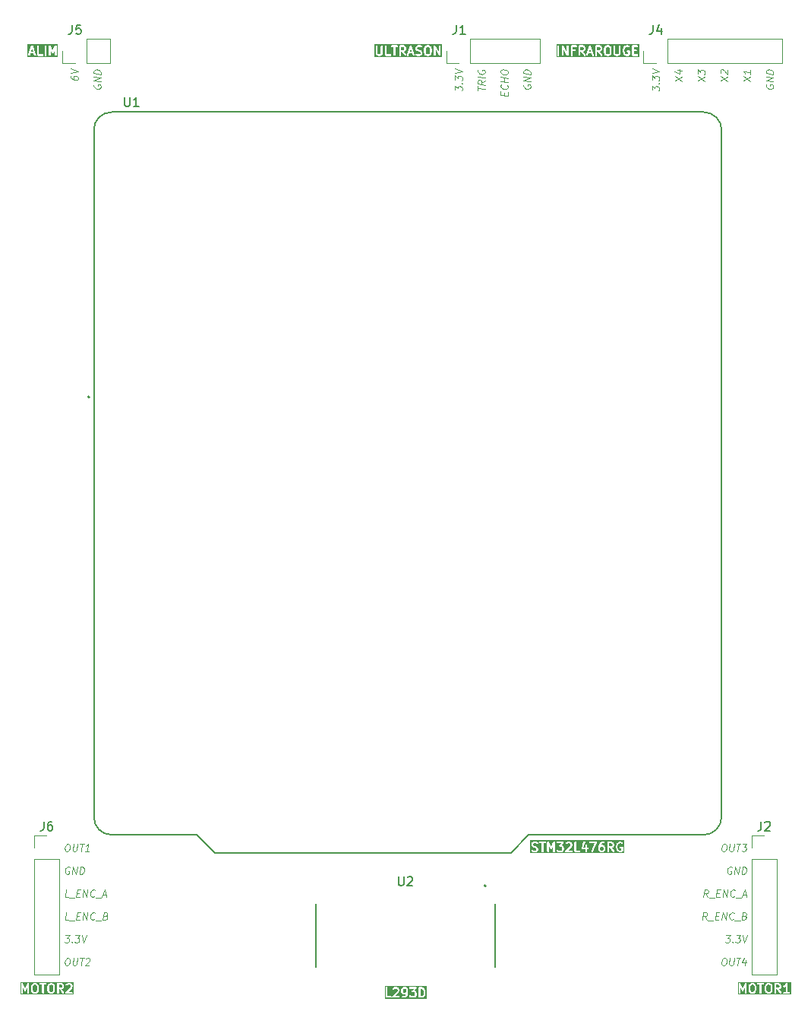
<source format=gbr>
%TF.GenerationSoftware,KiCad,Pcbnew,9.0.4*%
%TF.CreationDate,2025-11-20T13:42:00+01:00*%
%TF.ProjectId,tuto,7475746f-2e6b-4696-9361-645f70636258,rev?*%
%TF.SameCoordinates,Original*%
%TF.FileFunction,Legend,Top*%
%TF.FilePolarity,Positive*%
%FSLAX46Y46*%
G04 Gerber Fmt 4.6, Leading zero omitted, Abs format (unit mm)*
G04 Created by KiCad (PCBNEW 9.0.4) date 2025-11-20 13:42:00*
%MOMM*%
%LPD*%
G01*
G04 APERTURE LIST*
%ADD10C,0.200000*%
%ADD11C,0.100000*%
%ADD12C,0.150000*%
%ADD13C,0.120000*%
%ADD14C,0.127000*%
G04 APERTURE END LIST*
D10*
G36*
X126302205Y-38682023D02*
G01*
X126366384Y-38746202D01*
X126404299Y-38897861D01*
X126404299Y-39206575D01*
X126366383Y-39358235D01*
X126302207Y-39422413D01*
X126242597Y-39452219D01*
X126099335Y-39452219D01*
X126039725Y-39422414D01*
X125975548Y-39358236D01*
X125937633Y-39206575D01*
X125937633Y-38897862D01*
X125975548Y-38746202D01*
X126039727Y-38682023D01*
X126099335Y-38652219D01*
X126242597Y-38652219D01*
X126302205Y-38682023D01*
G37*
G36*
X123445063Y-38682024D02*
G01*
X123469732Y-38706692D01*
X123499537Y-38766302D01*
X123499537Y-38861945D01*
X123469732Y-38921554D01*
X123445063Y-38946222D01*
X123385454Y-38976028D01*
X123128109Y-38976028D01*
X123128109Y-38652219D01*
X123385454Y-38652219D01*
X123445063Y-38682024D01*
G37*
G36*
X125302206Y-38682024D02*
G01*
X125326875Y-38706692D01*
X125356680Y-38766302D01*
X125356680Y-38861945D01*
X125326875Y-38921554D01*
X125302206Y-38946222D01*
X125242597Y-38976028D01*
X124985252Y-38976028D01*
X124985252Y-38652219D01*
X125242597Y-38652219D01*
X125302206Y-38682024D01*
G37*
G36*
X124317938Y-39166504D02*
G01*
X124119233Y-39166504D01*
X124218585Y-38868446D01*
X124317938Y-39166504D01*
G37*
G36*
X129665870Y-39763330D02*
G01*
X120436046Y-39763330D01*
X120436046Y-38552219D01*
X120547157Y-38552219D01*
X120547157Y-39552219D01*
X120549078Y-39571728D01*
X120564010Y-39607776D01*
X120591600Y-39635366D01*
X120627648Y-39650298D01*
X120666666Y-39650298D01*
X120702714Y-39635366D01*
X120730304Y-39607776D01*
X120745236Y-39571728D01*
X120747157Y-39552219D01*
X120747157Y-38552219D01*
X121023347Y-38552219D01*
X121023347Y-39552219D01*
X121025268Y-39571728D01*
X121040200Y-39607776D01*
X121067790Y-39635366D01*
X121103838Y-39650298D01*
X121142856Y-39650298D01*
X121178904Y-39635366D01*
X121206494Y-39607776D01*
X121221426Y-39571728D01*
X121223347Y-39552219D01*
X121223347Y-38928775D01*
X121607951Y-39601833D01*
X121610869Y-39605943D01*
X121611628Y-39607776D01*
X121613494Y-39609642D01*
X121619298Y-39617818D01*
X121629814Y-39625962D01*
X121639218Y-39635366D01*
X121645105Y-39637804D01*
X121650147Y-39641709D01*
X121662979Y-39645208D01*
X121675266Y-39650298D01*
X121681642Y-39650298D01*
X121687791Y-39651975D01*
X121700984Y-39650298D01*
X121714284Y-39650298D01*
X121720172Y-39647858D01*
X121726497Y-39647055D01*
X121738046Y-39640454D01*
X121750332Y-39635366D01*
X121754839Y-39630858D01*
X121760374Y-39627696D01*
X121768518Y-39617179D01*
X121777922Y-39607776D01*
X121780360Y-39601888D01*
X121784265Y-39596847D01*
X121787764Y-39584014D01*
X121792854Y-39571728D01*
X121793836Y-39561750D01*
X121794531Y-39559204D01*
X121794280Y-39557236D01*
X121794775Y-39552219D01*
X121794775Y-38552219D01*
X122070966Y-38552219D01*
X122070966Y-39552219D01*
X122072887Y-39571728D01*
X122087819Y-39607776D01*
X122115409Y-39635366D01*
X122151457Y-39650298D01*
X122190475Y-39650298D01*
X122226523Y-39635366D01*
X122254113Y-39607776D01*
X122269045Y-39571728D01*
X122270966Y-39552219D01*
X122270966Y-39128409D01*
X122504299Y-39128409D01*
X122523808Y-39126488D01*
X122559856Y-39111556D01*
X122587446Y-39083966D01*
X122602378Y-39047918D01*
X122602378Y-39008900D01*
X122587446Y-38972852D01*
X122559856Y-38945262D01*
X122523808Y-38930330D01*
X122504299Y-38928409D01*
X122270966Y-38928409D01*
X122270966Y-38652219D01*
X122647156Y-38652219D01*
X122666665Y-38650298D01*
X122702713Y-38635366D01*
X122730303Y-38607776D01*
X122745235Y-38571728D01*
X122745235Y-38552219D01*
X122928109Y-38552219D01*
X122928109Y-39552219D01*
X122930030Y-39571728D01*
X122944962Y-39607776D01*
X122972552Y-39635366D01*
X123008600Y-39650298D01*
X123047618Y-39650298D01*
X123083666Y-39635366D01*
X123111256Y-39607776D01*
X123126188Y-39571728D01*
X123128109Y-39552219D01*
X123128109Y-39176028D01*
X123214139Y-39176028D01*
X123517614Y-39609565D01*
X123530375Y-39624446D01*
X123563280Y-39645415D01*
X123601705Y-39652196D01*
X123639799Y-39643756D01*
X123671764Y-39621381D01*
X123692733Y-39588476D01*
X123699514Y-39550052D01*
X123697223Y-39539712D01*
X123786037Y-39539712D01*
X123788803Y-39578632D01*
X123806253Y-39613531D01*
X123835729Y-39639096D01*
X123872745Y-39651434D01*
X123911665Y-39648668D01*
X123946564Y-39631218D01*
X123972129Y-39601742D01*
X123980120Y-39583842D01*
X124052566Y-39366504D01*
X124384604Y-39366504D01*
X124457050Y-39583841D01*
X124465041Y-39601742D01*
X124490606Y-39631218D01*
X124525505Y-39648667D01*
X124564425Y-39651434D01*
X124601441Y-39639095D01*
X124630917Y-39613530D01*
X124648367Y-39578631D01*
X124651133Y-39539711D01*
X124646786Y-39520596D01*
X124323994Y-38552219D01*
X124785252Y-38552219D01*
X124785252Y-39552219D01*
X124787173Y-39571728D01*
X124802105Y-39607776D01*
X124829695Y-39635366D01*
X124865743Y-39650298D01*
X124904761Y-39650298D01*
X124940809Y-39635366D01*
X124968399Y-39607776D01*
X124983331Y-39571728D01*
X124985252Y-39552219D01*
X124985252Y-39176028D01*
X125071282Y-39176028D01*
X125374757Y-39609565D01*
X125387518Y-39624446D01*
X125420423Y-39645415D01*
X125458848Y-39652196D01*
X125496942Y-39643756D01*
X125528907Y-39621381D01*
X125549876Y-39588476D01*
X125556657Y-39550052D01*
X125548217Y-39511957D01*
X125538603Y-39494873D01*
X125308635Y-39166347D01*
X125310925Y-39165471D01*
X125406163Y-39117852D01*
X125414559Y-39112566D01*
X125416999Y-39111556D01*
X125419745Y-39109302D01*
X125422753Y-39107409D01*
X125424482Y-39105414D01*
X125432153Y-39099120D01*
X125479771Y-39051501D01*
X125486063Y-39043834D01*
X125488061Y-39042102D01*
X125489954Y-39039093D01*
X125492208Y-39036348D01*
X125493218Y-39033907D01*
X125498504Y-39025511D01*
X125546123Y-38930274D01*
X125553129Y-38911965D01*
X125553383Y-38908381D01*
X125554759Y-38905061D01*
X125556680Y-38885552D01*
X125737633Y-38885552D01*
X125737633Y-39218885D01*
X125737968Y-39222287D01*
X125737751Y-39223746D01*
X125738830Y-39231043D01*
X125739554Y-39238394D01*
X125740118Y-39239757D01*
X125740619Y-39243139D01*
X125788238Y-39433614D01*
X125794833Y-39452075D01*
X125799258Y-39458047D01*
X125802104Y-39464918D01*
X125814541Y-39480071D01*
X125909779Y-39575311D01*
X125917447Y-39581604D01*
X125919178Y-39583600D01*
X125922185Y-39585493D01*
X125924932Y-39587747D01*
X125927372Y-39588757D01*
X125935769Y-39594043D01*
X126031006Y-39641662D01*
X126049315Y-39648668D01*
X126052898Y-39648922D01*
X126056219Y-39650298D01*
X126075728Y-39652219D01*
X126266204Y-39652219D01*
X126285713Y-39650298D01*
X126289033Y-39648922D01*
X126292617Y-39648668D01*
X126310925Y-39641662D01*
X126406163Y-39594043D01*
X126414558Y-39588758D01*
X126417000Y-39587747D01*
X126419747Y-39585491D01*
X126422753Y-39583600D01*
X126424483Y-39581605D01*
X126432153Y-39575310D01*
X126527391Y-39480071D01*
X126539828Y-39464918D01*
X126542673Y-39458047D01*
X126547099Y-39452075D01*
X126553694Y-39433615D01*
X126601313Y-39243139D01*
X126601813Y-39239757D01*
X126602378Y-39238394D01*
X126603101Y-39231043D01*
X126604181Y-39223746D01*
X126603963Y-39222287D01*
X126604299Y-39218885D01*
X126604299Y-38885552D01*
X126603963Y-38882149D01*
X126604181Y-38880691D01*
X126603101Y-38873393D01*
X126602378Y-38866043D01*
X126601813Y-38864679D01*
X126601313Y-38861298D01*
X126553694Y-38670822D01*
X126547099Y-38652362D01*
X126542672Y-38646387D01*
X126539827Y-38639519D01*
X126527391Y-38624365D01*
X126455245Y-38552219D01*
X126832871Y-38552219D01*
X126832871Y-39361742D01*
X126834792Y-39381251D01*
X126836167Y-39384571D01*
X126836422Y-39388155D01*
X126843428Y-39406463D01*
X126891047Y-39501701D01*
X126896330Y-39510093D01*
X126897342Y-39512537D01*
X126899598Y-39515286D01*
X126901490Y-39518291D01*
X126903484Y-39520020D01*
X126909779Y-39527690D01*
X126957397Y-39575310D01*
X126965065Y-39581603D01*
X126966797Y-39583600D01*
X126969805Y-39585493D01*
X126972551Y-39587747D01*
X126974991Y-39588757D01*
X126983388Y-39594043D01*
X127078625Y-39641662D01*
X127096934Y-39648668D01*
X127100517Y-39648922D01*
X127103838Y-39650298D01*
X127123347Y-39652219D01*
X127313823Y-39652219D01*
X127333332Y-39650298D01*
X127336652Y-39648922D01*
X127340236Y-39648668D01*
X127358544Y-39641662D01*
X127453782Y-39594043D01*
X127462177Y-39588758D01*
X127464619Y-39587747D01*
X127467366Y-39585491D01*
X127470372Y-39583600D01*
X127472102Y-39581605D01*
X127479772Y-39575310D01*
X127527391Y-39527690D01*
X127533683Y-39520023D01*
X127535680Y-39518292D01*
X127537573Y-39515284D01*
X127539828Y-39512537D01*
X127540839Y-39510095D01*
X127546123Y-39501701D01*
X127593742Y-39406464D01*
X127600748Y-39388155D01*
X127601002Y-39384571D01*
X127602378Y-39381251D01*
X127604299Y-39361742D01*
X127604299Y-38980790D01*
X127832871Y-38980790D01*
X127832871Y-39123647D01*
X127833206Y-39127049D01*
X127832989Y-39128508D01*
X127834068Y-39135805D01*
X127834792Y-39143156D01*
X127835356Y-39144519D01*
X127835857Y-39147901D01*
X127883476Y-39338376D01*
X127883989Y-39339813D01*
X127884041Y-39340536D01*
X127887149Y-39348660D01*
X127890071Y-39356837D01*
X127890501Y-39357417D01*
X127891047Y-39358844D01*
X127938666Y-39454082D01*
X127943948Y-39462474D01*
X127944961Y-39464918D01*
X127947217Y-39467667D01*
X127949109Y-39470672D01*
X127951103Y-39472401D01*
X127957398Y-39480071D01*
X128052636Y-39575311D01*
X128067789Y-39587747D01*
X128071108Y-39589122D01*
X128073824Y-39591477D01*
X128091724Y-39599468D01*
X128234581Y-39647087D01*
X128244253Y-39649286D01*
X128246695Y-39650298D01*
X128250232Y-39650646D01*
X128253696Y-39651434D01*
X128256330Y-39651246D01*
X128266204Y-39652219D01*
X128361442Y-39652219D01*
X128371315Y-39651246D01*
X128373949Y-39651434D01*
X128377412Y-39650646D01*
X128380951Y-39650298D01*
X128383393Y-39649286D01*
X128393065Y-39647087D01*
X128535921Y-39599468D01*
X128553822Y-39591477D01*
X128556537Y-39589122D01*
X128559857Y-39587747D01*
X128575010Y-39575310D01*
X128622629Y-39527690D01*
X128635066Y-39512537D01*
X128648513Y-39480071D01*
X128649997Y-39476489D01*
X128651918Y-39456980D01*
X128651918Y-39123647D01*
X128649997Y-39104138D01*
X128635065Y-39068090D01*
X128607475Y-39040500D01*
X128571427Y-39025568D01*
X128551918Y-39023647D01*
X128361442Y-39023647D01*
X128341933Y-39025568D01*
X128305885Y-39040500D01*
X128278295Y-39068090D01*
X128263363Y-39104138D01*
X128263363Y-39143156D01*
X128278295Y-39179204D01*
X128305885Y-39206794D01*
X128341933Y-39221726D01*
X128361442Y-39223647D01*
X128451918Y-39223647D01*
X128451918Y-39415559D01*
X128450279Y-39417197D01*
X128345215Y-39452219D01*
X128282430Y-39452219D01*
X128177365Y-39417197D01*
X128110295Y-39350127D01*
X128074841Y-39279218D01*
X128032871Y-39111337D01*
X128032871Y-38993100D01*
X128074841Y-38825218D01*
X128110294Y-38754312D01*
X128177366Y-38687240D01*
X128282430Y-38652219D01*
X128385454Y-38652219D01*
X128459577Y-38689281D01*
X128477886Y-38696287D01*
X128516806Y-38699053D01*
X128553822Y-38686714D01*
X128583299Y-38661149D01*
X128600748Y-38626251D01*
X128603513Y-38587331D01*
X128591810Y-38552219D01*
X128880490Y-38552219D01*
X128880490Y-39552219D01*
X128882411Y-39571728D01*
X128897343Y-39607776D01*
X128924933Y-39635366D01*
X128960981Y-39650298D01*
X128980490Y-39652219D01*
X129456680Y-39652219D01*
X129476189Y-39650298D01*
X129512237Y-39635366D01*
X129539827Y-39607776D01*
X129554759Y-39571728D01*
X129554759Y-39532710D01*
X129539827Y-39496662D01*
X129512237Y-39469072D01*
X129476189Y-39454140D01*
X129456680Y-39452219D01*
X129080490Y-39452219D01*
X129080490Y-39128409D01*
X129313823Y-39128409D01*
X129333332Y-39126488D01*
X129369380Y-39111556D01*
X129396970Y-39083966D01*
X129411902Y-39047918D01*
X129411902Y-39008900D01*
X129396970Y-38972852D01*
X129369380Y-38945262D01*
X129333332Y-38930330D01*
X129313823Y-38928409D01*
X129080490Y-38928409D01*
X129080490Y-38652219D01*
X129456680Y-38652219D01*
X129476189Y-38650298D01*
X129512237Y-38635366D01*
X129539827Y-38607776D01*
X129554759Y-38571728D01*
X129554759Y-38532710D01*
X129539827Y-38496662D01*
X129512237Y-38469072D01*
X129476189Y-38454140D01*
X129456680Y-38452219D01*
X128980490Y-38452219D01*
X128960981Y-38454140D01*
X128924933Y-38469072D01*
X128897343Y-38496662D01*
X128882411Y-38532710D01*
X128880490Y-38552219D01*
X128591810Y-38552219D01*
X128591175Y-38550315D01*
X128565610Y-38520838D01*
X128549020Y-38510395D01*
X128453782Y-38462776D01*
X128435474Y-38455770D01*
X128431890Y-38455515D01*
X128428570Y-38454140D01*
X128409061Y-38452219D01*
X128266204Y-38452219D01*
X128256330Y-38453191D01*
X128253696Y-38453004D01*
X128250232Y-38453791D01*
X128246695Y-38454140D01*
X128244253Y-38455151D01*
X128234581Y-38457351D01*
X128091724Y-38504970D01*
X128073824Y-38512961D01*
X128071108Y-38515316D01*
X128067790Y-38516691D01*
X128052636Y-38529127D01*
X127957398Y-38624365D01*
X127951103Y-38632035D01*
X127949109Y-38633765D01*
X127947215Y-38636772D01*
X127944962Y-38639519D01*
X127943951Y-38641958D01*
X127938666Y-38650355D01*
X127891047Y-38745593D01*
X127890501Y-38747019D01*
X127890071Y-38747600D01*
X127887149Y-38755776D01*
X127884041Y-38763901D01*
X127883989Y-38764623D01*
X127883476Y-38766061D01*
X127835857Y-38956536D01*
X127835356Y-38959917D01*
X127834792Y-38961281D01*
X127834068Y-38968631D01*
X127832989Y-38975929D01*
X127833206Y-38977387D01*
X127832871Y-38980790D01*
X127604299Y-38980790D01*
X127604299Y-38552219D01*
X127602378Y-38532710D01*
X127587446Y-38496662D01*
X127559856Y-38469072D01*
X127523808Y-38454140D01*
X127484790Y-38454140D01*
X127448742Y-38469072D01*
X127421152Y-38496662D01*
X127406220Y-38532710D01*
X127404299Y-38552219D01*
X127404299Y-39338135D01*
X127374494Y-39397743D01*
X127349825Y-39422413D01*
X127290216Y-39452219D01*
X127146954Y-39452219D01*
X127087344Y-39422414D01*
X127062677Y-39397746D01*
X127032871Y-39338134D01*
X127032871Y-38552219D01*
X127030950Y-38532710D01*
X127016018Y-38496662D01*
X126988428Y-38469072D01*
X126952380Y-38454140D01*
X126913362Y-38454140D01*
X126877314Y-38469072D01*
X126849724Y-38496662D01*
X126834792Y-38532710D01*
X126832871Y-38552219D01*
X126455245Y-38552219D01*
X126432153Y-38529127D01*
X126424482Y-38522832D01*
X126422753Y-38520838D01*
X126419745Y-38518944D01*
X126416999Y-38516691D01*
X126414559Y-38515680D01*
X126406163Y-38510395D01*
X126310925Y-38462776D01*
X126292617Y-38455770D01*
X126289033Y-38455515D01*
X126285713Y-38454140D01*
X126266204Y-38452219D01*
X126075728Y-38452219D01*
X126056219Y-38454140D01*
X126052898Y-38455515D01*
X126049315Y-38455770D01*
X126031006Y-38462776D01*
X125935769Y-38510395D01*
X125927370Y-38515681D01*
X125924933Y-38516691D01*
X125922189Y-38518942D01*
X125919178Y-38520838D01*
X125917445Y-38522835D01*
X125909779Y-38529127D01*
X125814541Y-38624365D01*
X125802105Y-38639519D01*
X125799259Y-38646387D01*
X125794833Y-38652362D01*
X125788238Y-38670823D01*
X125740619Y-38861298D01*
X125740118Y-38864679D01*
X125739554Y-38866043D01*
X125738830Y-38873393D01*
X125737751Y-38880691D01*
X125737968Y-38882149D01*
X125737633Y-38885552D01*
X125556680Y-38885552D01*
X125556680Y-38742695D01*
X125554759Y-38723186D01*
X125553383Y-38719865D01*
X125553129Y-38716282D01*
X125546123Y-38697973D01*
X125498504Y-38602736D01*
X125493218Y-38594339D01*
X125492208Y-38591899D01*
X125489954Y-38589153D01*
X125488061Y-38586145D01*
X125486063Y-38584412D01*
X125479771Y-38576746D01*
X125432153Y-38529127D01*
X125424482Y-38522832D01*
X125422753Y-38520838D01*
X125419745Y-38518944D01*
X125416999Y-38516691D01*
X125414559Y-38515680D01*
X125406163Y-38510395D01*
X125310925Y-38462776D01*
X125292617Y-38455770D01*
X125289033Y-38455515D01*
X125285713Y-38454140D01*
X125266204Y-38452219D01*
X124885252Y-38452219D01*
X124865743Y-38454140D01*
X124829695Y-38469072D01*
X124802105Y-38496662D01*
X124787173Y-38532710D01*
X124785252Y-38552219D01*
X124323994Y-38552219D01*
X124313453Y-38520596D01*
X124305462Y-38502696D01*
X124300777Y-38497294D01*
X124297584Y-38490908D01*
X124288115Y-38482695D01*
X124279897Y-38473220D01*
X124273505Y-38470023D01*
X124268108Y-38465343D01*
X124256214Y-38461378D01*
X124244998Y-38455770D01*
X124237870Y-38455263D01*
X124231092Y-38453004D01*
X124218587Y-38453893D01*
X124206078Y-38453004D01*
X124199296Y-38455264D01*
X124192172Y-38455771D01*
X124180963Y-38461374D01*
X124169062Y-38465342D01*
X124163661Y-38470025D01*
X124157273Y-38473220D01*
X124149057Y-38482691D01*
X124139586Y-38490907D01*
X124136391Y-38497296D01*
X124131708Y-38502696D01*
X124123717Y-38520597D01*
X123790384Y-39520596D01*
X123786037Y-39539712D01*
X123697223Y-39539712D01*
X123691074Y-39511957D01*
X123681460Y-39494873D01*
X123451492Y-39166347D01*
X123453782Y-39165471D01*
X123549020Y-39117852D01*
X123557416Y-39112566D01*
X123559856Y-39111556D01*
X123562602Y-39109302D01*
X123565610Y-39107409D01*
X123567339Y-39105414D01*
X123575010Y-39099120D01*
X123622628Y-39051501D01*
X123628920Y-39043834D01*
X123630918Y-39042102D01*
X123632811Y-39039093D01*
X123635065Y-39036348D01*
X123636075Y-39033907D01*
X123641361Y-39025511D01*
X123688980Y-38930274D01*
X123695986Y-38911965D01*
X123696240Y-38908381D01*
X123697616Y-38905061D01*
X123699537Y-38885552D01*
X123699537Y-38742695D01*
X123697616Y-38723186D01*
X123696240Y-38719865D01*
X123695986Y-38716282D01*
X123688980Y-38697973D01*
X123641361Y-38602736D01*
X123636075Y-38594339D01*
X123635065Y-38591899D01*
X123632811Y-38589153D01*
X123630918Y-38586145D01*
X123628920Y-38584412D01*
X123622628Y-38576746D01*
X123575010Y-38529127D01*
X123567339Y-38522832D01*
X123565610Y-38520838D01*
X123562602Y-38518944D01*
X123559856Y-38516691D01*
X123557416Y-38515680D01*
X123549020Y-38510395D01*
X123453782Y-38462776D01*
X123435474Y-38455770D01*
X123431890Y-38455515D01*
X123428570Y-38454140D01*
X123409061Y-38452219D01*
X123028109Y-38452219D01*
X123008600Y-38454140D01*
X122972552Y-38469072D01*
X122944962Y-38496662D01*
X122930030Y-38532710D01*
X122928109Y-38552219D01*
X122745235Y-38552219D01*
X122745235Y-38532710D01*
X122730303Y-38496662D01*
X122702713Y-38469072D01*
X122666665Y-38454140D01*
X122647156Y-38452219D01*
X122170966Y-38452219D01*
X122151457Y-38454140D01*
X122115409Y-38469072D01*
X122087819Y-38496662D01*
X122072887Y-38532710D01*
X122070966Y-38552219D01*
X121794775Y-38552219D01*
X121792854Y-38532710D01*
X121777922Y-38496662D01*
X121750332Y-38469072D01*
X121714284Y-38454140D01*
X121675266Y-38454140D01*
X121639218Y-38469072D01*
X121611628Y-38496662D01*
X121596696Y-38532710D01*
X121594775Y-38552219D01*
X121594775Y-39175662D01*
X121210171Y-38502605D01*
X121207252Y-38498494D01*
X121206494Y-38496662D01*
X121204627Y-38494795D01*
X121198824Y-38486620D01*
X121188309Y-38478477D01*
X121178904Y-38469072D01*
X121173013Y-38466632D01*
X121167975Y-38462730D01*
X121155146Y-38459231D01*
X121142856Y-38454140D01*
X121136481Y-38454140D01*
X121130332Y-38452463D01*
X121117139Y-38454140D01*
X121103838Y-38454140D01*
X121097949Y-38456579D01*
X121091625Y-38457383D01*
X121080075Y-38463983D01*
X121067790Y-38469072D01*
X121063282Y-38473579D01*
X121057748Y-38476742D01*
X121049605Y-38487256D01*
X121040200Y-38496662D01*
X121037760Y-38502552D01*
X121033858Y-38507591D01*
X121030359Y-38520419D01*
X121025268Y-38532710D01*
X121024285Y-38542687D01*
X121023591Y-38545234D01*
X121023841Y-38547201D01*
X121023347Y-38552219D01*
X120747157Y-38552219D01*
X120745236Y-38532710D01*
X120730304Y-38496662D01*
X120702714Y-38469072D01*
X120666666Y-38454140D01*
X120627648Y-38454140D01*
X120591600Y-38469072D01*
X120564010Y-38496662D01*
X120549078Y-38532710D01*
X120547157Y-38552219D01*
X120436046Y-38552219D01*
X120436046Y-38341108D01*
X129665870Y-38341108D01*
X129665870Y-39763330D01*
G37*
G36*
X125644335Y-127747976D02*
G01*
X125669004Y-127772644D01*
X125698809Y-127832254D01*
X125698809Y-128023135D01*
X125669004Y-128082743D01*
X125644335Y-128107413D01*
X125584726Y-128137219D01*
X125441464Y-128137219D01*
X125381854Y-128107414D01*
X125357187Y-128082746D01*
X125327381Y-128023134D01*
X125327381Y-127832254D01*
X125357186Y-127772644D01*
X125381854Y-127747975D01*
X125441464Y-127718171D01*
X125584726Y-127718171D01*
X125644335Y-127747976D01*
G37*
G36*
X126644335Y-127367024D02*
G01*
X126669004Y-127391692D01*
X126698809Y-127451302D01*
X126698809Y-127546945D01*
X126669004Y-127606554D01*
X126644335Y-127631222D01*
X126584726Y-127661028D01*
X126327381Y-127661028D01*
X126327381Y-127337219D01*
X126584726Y-127337219D01*
X126644335Y-127367024D01*
G37*
G36*
X128009920Y-128448330D02*
G01*
X117540079Y-128448330D01*
X117540079Y-127427695D01*
X117651190Y-127427695D01*
X117651190Y-127522933D01*
X117653111Y-127542442D01*
X117654486Y-127545762D01*
X117654741Y-127549346D01*
X117661747Y-127567654D01*
X117709366Y-127662892D01*
X117714651Y-127671288D01*
X117715662Y-127673728D01*
X117717915Y-127676474D01*
X117719809Y-127679482D01*
X117721803Y-127681211D01*
X117728098Y-127688882D01*
X117775717Y-127736500D01*
X117783383Y-127742792D01*
X117785116Y-127744790D01*
X117788124Y-127746683D01*
X117790870Y-127748937D01*
X117793310Y-127749947D01*
X117801707Y-127755233D01*
X117896944Y-127802852D01*
X117898372Y-127803398D01*
X117898952Y-127803828D01*
X117907128Y-127806749D01*
X117915253Y-127809858D01*
X117915973Y-127809909D01*
X117917412Y-127810423D01*
X118097237Y-127855379D01*
X118168144Y-127890833D01*
X118192813Y-127915501D01*
X118222618Y-127975111D01*
X118222618Y-128023135D01*
X118192813Y-128082743D01*
X118168144Y-128107413D01*
X118108535Y-128137219D01*
X117910273Y-128137219D01*
X117782813Y-128094732D01*
X117763697Y-128090385D01*
X117724777Y-128093151D01*
X117689878Y-128110601D01*
X117664313Y-128140077D01*
X117651975Y-128177093D01*
X117654741Y-128216013D01*
X117672191Y-128250912D01*
X117701667Y-128276477D01*
X117719567Y-128284468D01*
X117862424Y-128332087D01*
X117872096Y-128334286D01*
X117874538Y-128335298D01*
X117878075Y-128335646D01*
X117881539Y-128336434D01*
X117884173Y-128336246D01*
X117894047Y-128337219D01*
X118132142Y-128337219D01*
X118151651Y-128335298D01*
X118154971Y-128333922D01*
X118158555Y-128333668D01*
X118176863Y-128326662D01*
X118272101Y-128279043D01*
X118280496Y-128273758D01*
X118282938Y-128272747D01*
X118285685Y-128270491D01*
X118288691Y-128268600D01*
X118290421Y-128266605D01*
X118298091Y-128260310D01*
X118345710Y-128212690D01*
X118352002Y-128205023D01*
X118353999Y-128203292D01*
X118355892Y-128200284D01*
X118358147Y-128197537D01*
X118359158Y-128195095D01*
X118364442Y-128186701D01*
X118412061Y-128091464D01*
X118419067Y-128073155D01*
X118419321Y-128069571D01*
X118420697Y-128066251D01*
X118422618Y-128046742D01*
X118422618Y-127951504D01*
X118420697Y-127931995D01*
X118419321Y-127928674D01*
X118419067Y-127925091D01*
X118412061Y-127906782D01*
X118364442Y-127811545D01*
X118359156Y-127803148D01*
X118358146Y-127800708D01*
X118355892Y-127797962D01*
X118353999Y-127794954D01*
X118352001Y-127793221D01*
X118345709Y-127785555D01*
X118298091Y-127737936D01*
X118290420Y-127731641D01*
X118288691Y-127729647D01*
X118285683Y-127727753D01*
X118282937Y-127725500D01*
X118280497Y-127724489D01*
X118272101Y-127719204D01*
X118176863Y-127671585D01*
X118175436Y-127671039D01*
X118174856Y-127670609D01*
X118166679Y-127667687D01*
X118158555Y-127664579D01*
X118157832Y-127664527D01*
X118156395Y-127664014D01*
X117976570Y-127619057D01*
X117905663Y-127583604D01*
X117880995Y-127558935D01*
X117851190Y-127499325D01*
X117851190Y-127451302D01*
X117880995Y-127391692D01*
X117905663Y-127367023D01*
X117965273Y-127337219D01*
X118163534Y-127337219D01*
X118290995Y-127379706D01*
X118310110Y-127384053D01*
X118349030Y-127381287D01*
X118383929Y-127363837D01*
X118409494Y-127334361D01*
X118421833Y-127297345D01*
X118419066Y-127258425D01*
X118401617Y-127223526D01*
X118394911Y-127217710D01*
X118510254Y-127217710D01*
X118510254Y-127256728D01*
X118525186Y-127292776D01*
X118552776Y-127320366D01*
X118588824Y-127335298D01*
X118608333Y-127337219D01*
X118794047Y-127337219D01*
X118794047Y-128237219D01*
X118795968Y-128256728D01*
X118810900Y-128292776D01*
X118838490Y-128320366D01*
X118874538Y-128335298D01*
X118913556Y-128335298D01*
X118949604Y-128320366D01*
X118977194Y-128292776D01*
X118992126Y-128256728D01*
X118994047Y-128237219D01*
X118994047Y-127337219D01*
X119179761Y-127337219D01*
X119199270Y-127335298D01*
X119235318Y-127320366D01*
X119262908Y-127292776D01*
X119277840Y-127256728D01*
X119277840Y-127237219D01*
X119413095Y-127237219D01*
X119413095Y-128237219D01*
X119415016Y-128256728D01*
X119429948Y-128292776D01*
X119457538Y-128320366D01*
X119493586Y-128335298D01*
X119532604Y-128335298D01*
X119568652Y-128320366D01*
X119596242Y-128292776D01*
X119611174Y-128256728D01*
X119613095Y-128237219D01*
X119613095Y-127687975D01*
X119755810Y-127993793D01*
X119760042Y-128000938D01*
X119760922Y-128003356D01*
X119762487Y-128005065D01*
X119765801Y-128010659D01*
X119777011Y-128020925D01*
X119787273Y-128032131D01*
X119791298Y-128034009D01*
X119794576Y-128037011D01*
X119808858Y-128042204D01*
X119822631Y-128048632D01*
X119827070Y-128048827D01*
X119831245Y-128050345D01*
X119846428Y-128049677D01*
X119861611Y-128050345D01*
X119865784Y-128048827D01*
X119870226Y-128048632D01*
X119884010Y-128042199D01*
X119898280Y-128037010D01*
X119901553Y-128034012D01*
X119905583Y-128032132D01*
X119915852Y-128020917D01*
X119927055Y-128010659D01*
X119930366Y-128005068D01*
X119931935Y-128003356D01*
X119932815Y-128000934D01*
X119937046Y-127993793D01*
X120079761Y-127687974D01*
X120079761Y-128237219D01*
X120081682Y-128256728D01*
X120096614Y-128292776D01*
X120124204Y-128320366D01*
X120160252Y-128335298D01*
X120199270Y-128335298D01*
X120235318Y-128320366D01*
X120262908Y-128292776D01*
X120277840Y-128256728D01*
X120279761Y-128237219D01*
X120279761Y-127237219D01*
X120278498Y-127224395D01*
X120278602Y-127222036D01*
X120278141Y-127220768D01*
X120277840Y-127217710D01*
X120462635Y-127217710D01*
X120462635Y-127256728D01*
X120477567Y-127292776D01*
X120505157Y-127320366D01*
X120541205Y-127335298D01*
X120560714Y-127337219D01*
X120959384Y-127337219D01*
X120771170Y-127552321D01*
X120765140Y-127560754D01*
X120763281Y-127562614D01*
X120762550Y-127564377D01*
X120759769Y-127568268D01*
X120754564Y-127583656D01*
X120748349Y-127598662D01*
X120748349Y-127602035D01*
X120747269Y-127605229D01*
X120748349Y-127621431D01*
X120748349Y-127637680D01*
X120749639Y-127640795D01*
X120749864Y-127644161D01*
X120757064Y-127658721D01*
X120763281Y-127673728D01*
X120765665Y-127676112D01*
X120767161Y-127679136D01*
X120779386Y-127689833D01*
X120790871Y-127701318D01*
X120793985Y-127702608D01*
X120796525Y-127704830D01*
X120811913Y-127710034D01*
X120826919Y-127716250D01*
X120831678Y-127716718D01*
X120833486Y-127717330D01*
X120836110Y-127717155D01*
X120846428Y-127718171D01*
X120965678Y-127718171D01*
X121025287Y-127747976D01*
X121049956Y-127772644D01*
X121079761Y-127832254D01*
X121079761Y-128023135D01*
X121049956Y-128082743D01*
X121025287Y-128107413D01*
X120965678Y-128137219D01*
X120727178Y-128137219D01*
X120667568Y-128107414D01*
X120631425Y-128071270D01*
X120616272Y-128058833D01*
X120580224Y-128043902D01*
X120541206Y-128043901D01*
X120505157Y-128058832D01*
X120477567Y-128086422D01*
X120462636Y-128122470D01*
X120462635Y-128161488D01*
X120477566Y-128197537D01*
X120490003Y-128212690D01*
X120537621Y-128260310D01*
X120545289Y-128266603D01*
X120547021Y-128268600D01*
X120550029Y-128270493D01*
X120552775Y-128272747D01*
X120555215Y-128273757D01*
X120563612Y-128279043D01*
X120658849Y-128326662D01*
X120677158Y-128333668D01*
X120680741Y-128333922D01*
X120684062Y-128335298D01*
X120703571Y-128337219D01*
X120989285Y-128337219D01*
X121008794Y-128335298D01*
X121012114Y-128333922D01*
X121015698Y-128333668D01*
X121034006Y-128326662D01*
X121129244Y-128279043D01*
X121137639Y-128273758D01*
X121140081Y-128272747D01*
X121142828Y-128270491D01*
X121145834Y-128268600D01*
X121147564Y-128266605D01*
X121155234Y-128260310D01*
X121197833Y-128217710D01*
X121415016Y-128217710D01*
X121415016Y-128256728D01*
X121429948Y-128292776D01*
X121457538Y-128320366D01*
X121493586Y-128335298D01*
X121513095Y-128337219D01*
X122132142Y-128337219D01*
X122151651Y-128335298D01*
X122187699Y-128320366D01*
X122215289Y-128292776D01*
X122230221Y-128256728D01*
X122230221Y-128217710D01*
X122215289Y-128181662D01*
X122187699Y-128154072D01*
X122151651Y-128139140D01*
X122132142Y-128137219D01*
X121754517Y-128137219D01*
X122155234Y-127736501D01*
X122167670Y-127721347D01*
X122169044Y-127718028D01*
X122171400Y-127715313D01*
X122179391Y-127697413D01*
X122227010Y-127554556D01*
X122229209Y-127544883D01*
X122230221Y-127542442D01*
X122230569Y-127538904D01*
X122231357Y-127535441D01*
X122231169Y-127532806D01*
X122232142Y-127522933D01*
X122232142Y-127427695D01*
X122230221Y-127408186D01*
X122228845Y-127404865D01*
X122228591Y-127401282D01*
X122221585Y-127382973D01*
X122173966Y-127287736D01*
X122168680Y-127279339D01*
X122167670Y-127276899D01*
X122165416Y-127274153D01*
X122163523Y-127271145D01*
X122161525Y-127269412D01*
X122155233Y-127261746D01*
X122130707Y-127237219D01*
X122460714Y-127237219D01*
X122460714Y-128237219D01*
X122462635Y-128256728D01*
X122477567Y-128292776D01*
X122505157Y-128320366D01*
X122541205Y-128335298D01*
X122560714Y-128337219D01*
X123036904Y-128337219D01*
X123056413Y-128335298D01*
X123092461Y-128320366D01*
X123120051Y-128292776D01*
X123134983Y-128256728D01*
X123134983Y-128217710D01*
X123120051Y-128181662D01*
X123092461Y-128154072D01*
X123056413Y-128139140D01*
X123036904Y-128137219D01*
X122660714Y-128137219D01*
X122660714Y-127891378D01*
X123223404Y-127891378D01*
X123224540Y-127907362D01*
X123224540Y-127923394D01*
X123225915Y-127926714D01*
X123226170Y-127930298D01*
X123233337Y-127944633D01*
X123239472Y-127959442D01*
X123242012Y-127961982D01*
X123243620Y-127965197D01*
X123255731Y-127975701D01*
X123267062Y-127987032D01*
X123270380Y-127988406D01*
X123273096Y-127990762D01*
X123288305Y-127995831D01*
X123303110Y-128001964D01*
X123308210Y-128002466D01*
X123310112Y-128003100D01*
X123312745Y-128002912D01*
X123322619Y-128003885D01*
X123698809Y-128003885D01*
X123698809Y-128237219D01*
X123700730Y-128256728D01*
X123715662Y-128292776D01*
X123743252Y-128320366D01*
X123779300Y-128335298D01*
X123818318Y-128335298D01*
X123854366Y-128320366D01*
X123881956Y-128292776D01*
X123896888Y-128256728D01*
X123898809Y-128237219D01*
X123898809Y-128003885D01*
X123941666Y-128003885D01*
X123961175Y-128001964D01*
X123997223Y-127987032D01*
X124024813Y-127959442D01*
X124039745Y-127923394D01*
X124039745Y-127884376D01*
X124024813Y-127848328D01*
X123997223Y-127820738D01*
X123961175Y-127805806D01*
X123941666Y-127803885D01*
X123898809Y-127803885D01*
X123898809Y-127570552D01*
X123896888Y-127551043D01*
X123881956Y-127514995D01*
X123854366Y-127487405D01*
X123818318Y-127472473D01*
X123779300Y-127472473D01*
X123743252Y-127487405D01*
X123715662Y-127514995D01*
X123700730Y-127551043D01*
X123698809Y-127570552D01*
X123698809Y-127803885D01*
X123461361Y-127803885D01*
X123655582Y-127221223D01*
X123656381Y-127217710D01*
X124129302Y-127217710D01*
X124129302Y-127256728D01*
X124144234Y-127292776D01*
X124171824Y-127320366D01*
X124207872Y-127335298D01*
X124227381Y-127337219D01*
X124742393Y-127337219D01*
X124373561Y-128197827D01*
X124367642Y-128216515D01*
X124367167Y-128255531D01*
X124381658Y-128291758D01*
X124408909Y-128319683D01*
X124444772Y-128335053D01*
X124483788Y-128335528D01*
X124520015Y-128321037D01*
X124547940Y-128293786D01*
X124557391Y-128276611D01*
X124819171Y-127665790D01*
X125127381Y-127665790D01*
X125127381Y-128046742D01*
X125129302Y-128066251D01*
X125130677Y-128069571D01*
X125130932Y-128073155D01*
X125137938Y-128091463D01*
X125185557Y-128186701D01*
X125190840Y-128195093D01*
X125191852Y-128197537D01*
X125194108Y-128200286D01*
X125196000Y-128203291D01*
X125197994Y-128205020D01*
X125204289Y-128212690D01*
X125251907Y-128260310D01*
X125259575Y-128266603D01*
X125261307Y-128268600D01*
X125264315Y-128270493D01*
X125267061Y-128272747D01*
X125269501Y-128273757D01*
X125277898Y-128279043D01*
X125373135Y-128326662D01*
X125391444Y-128333668D01*
X125395027Y-128333922D01*
X125398348Y-128335298D01*
X125417857Y-128337219D01*
X125608333Y-128337219D01*
X125627842Y-128335298D01*
X125631162Y-128333922D01*
X125634746Y-128333668D01*
X125653054Y-128326662D01*
X125748292Y-128279043D01*
X125756687Y-128273758D01*
X125759129Y-128272747D01*
X125761876Y-128270491D01*
X125764882Y-128268600D01*
X125766612Y-128266605D01*
X125774282Y-128260310D01*
X125821901Y-128212690D01*
X125828193Y-128205023D01*
X125830190Y-128203292D01*
X125832083Y-128200284D01*
X125834338Y-128197537D01*
X125835349Y-128195095D01*
X125840633Y-128186701D01*
X125888252Y-128091464D01*
X125895258Y-128073155D01*
X125895512Y-128069571D01*
X125896888Y-128066251D01*
X125898809Y-128046742D01*
X125898809Y-127808647D01*
X125896888Y-127789138D01*
X125895512Y-127785817D01*
X125895258Y-127782234D01*
X125888252Y-127763925D01*
X125840633Y-127668688D01*
X125835347Y-127660291D01*
X125834337Y-127657851D01*
X125832083Y-127655105D01*
X125830190Y-127652097D01*
X125828192Y-127650364D01*
X125821900Y-127642698D01*
X125774282Y-127595079D01*
X125766611Y-127588784D01*
X125764882Y-127586790D01*
X125761874Y-127584896D01*
X125759128Y-127582643D01*
X125756688Y-127581632D01*
X125748292Y-127576347D01*
X125653054Y-127528728D01*
X125634746Y-127521722D01*
X125631162Y-127521467D01*
X125627842Y-127520092D01*
X125608333Y-127518171D01*
X125417857Y-127518171D01*
X125398348Y-127520092D01*
X125395027Y-127521467D01*
X125391444Y-127521722D01*
X125373135Y-127528728D01*
X125363522Y-127533534D01*
X125367813Y-127516372D01*
X125447949Y-127396167D01*
X125477092Y-127367023D01*
X125536702Y-127337219D01*
X125703571Y-127337219D01*
X125723080Y-127335298D01*
X125759128Y-127320366D01*
X125786718Y-127292776D01*
X125801650Y-127256728D01*
X125801650Y-127237219D01*
X126127381Y-127237219D01*
X126127381Y-128237219D01*
X126129302Y-128256728D01*
X126144234Y-128292776D01*
X126171824Y-128320366D01*
X126207872Y-128335298D01*
X126246890Y-128335298D01*
X126282938Y-128320366D01*
X126310528Y-128292776D01*
X126325460Y-128256728D01*
X126327381Y-128237219D01*
X126327381Y-127861028D01*
X126413411Y-127861028D01*
X126716886Y-128294565D01*
X126729647Y-128309446D01*
X126762552Y-128330415D01*
X126800977Y-128337196D01*
X126839071Y-128328756D01*
X126871036Y-128306381D01*
X126892005Y-128273476D01*
X126898786Y-128235052D01*
X126890346Y-128196957D01*
X126880732Y-128179873D01*
X126650764Y-127851347D01*
X126653054Y-127850471D01*
X126748292Y-127802852D01*
X126756688Y-127797566D01*
X126759128Y-127796556D01*
X126761874Y-127794302D01*
X126764882Y-127792409D01*
X126766611Y-127790414D01*
X126774282Y-127784120D01*
X126821900Y-127736501D01*
X126828192Y-127728834D01*
X126830190Y-127727102D01*
X126832083Y-127724093D01*
X126834337Y-127721348D01*
X126835347Y-127718907D01*
X126840633Y-127710511D01*
X126862994Y-127665790D01*
X127079762Y-127665790D01*
X127079762Y-127808647D01*
X127080097Y-127812049D01*
X127079880Y-127813508D01*
X127080959Y-127820805D01*
X127081683Y-127828156D01*
X127082247Y-127829519D01*
X127082748Y-127832901D01*
X127130367Y-128023376D01*
X127130880Y-128024813D01*
X127130932Y-128025536D01*
X127134040Y-128033660D01*
X127136962Y-128041837D01*
X127137392Y-128042417D01*
X127137938Y-128043844D01*
X127185557Y-128139082D01*
X127190839Y-128147474D01*
X127191852Y-128149918D01*
X127194108Y-128152667D01*
X127196000Y-128155672D01*
X127197994Y-128157401D01*
X127204289Y-128165071D01*
X127299527Y-128260311D01*
X127314680Y-128272747D01*
X127317999Y-128274122D01*
X127320715Y-128276477D01*
X127338615Y-128284468D01*
X127481472Y-128332087D01*
X127491144Y-128334286D01*
X127493586Y-128335298D01*
X127497123Y-128335646D01*
X127500587Y-128336434D01*
X127503221Y-128336246D01*
X127513095Y-128337219D01*
X127608333Y-128337219D01*
X127618206Y-128336246D01*
X127620840Y-128336434D01*
X127624303Y-128335646D01*
X127627842Y-128335298D01*
X127630284Y-128334286D01*
X127639956Y-128332087D01*
X127782812Y-128284468D01*
X127800713Y-128276477D01*
X127803428Y-128274122D01*
X127806748Y-128272747D01*
X127821901Y-128260310D01*
X127869520Y-128212690D01*
X127881957Y-128197537D01*
X127895404Y-128165071D01*
X127896888Y-128161489D01*
X127898809Y-128141980D01*
X127898809Y-127808647D01*
X127896888Y-127789138D01*
X127881956Y-127753090D01*
X127854366Y-127725500D01*
X127818318Y-127710568D01*
X127798809Y-127708647D01*
X127608333Y-127708647D01*
X127588824Y-127710568D01*
X127552776Y-127725500D01*
X127525186Y-127753090D01*
X127510254Y-127789138D01*
X127510254Y-127828156D01*
X127525186Y-127864204D01*
X127552776Y-127891794D01*
X127588824Y-127906726D01*
X127608333Y-127908647D01*
X127698809Y-127908647D01*
X127698809Y-128100559D01*
X127697170Y-128102197D01*
X127592106Y-128137219D01*
X127529321Y-128137219D01*
X127424256Y-128102197D01*
X127357186Y-128035127D01*
X127321732Y-127964218D01*
X127279762Y-127796337D01*
X127279762Y-127678100D01*
X127321732Y-127510218D01*
X127357185Y-127439312D01*
X127424257Y-127372240D01*
X127529321Y-127337219D01*
X127632345Y-127337219D01*
X127706468Y-127374281D01*
X127724777Y-127381287D01*
X127763697Y-127384053D01*
X127800713Y-127371714D01*
X127830190Y-127346149D01*
X127847639Y-127311251D01*
X127850404Y-127272331D01*
X127838066Y-127235315D01*
X127812501Y-127205838D01*
X127795911Y-127195395D01*
X127700673Y-127147776D01*
X127682365Y-127140770D01*
X127678781Y-127140515D01*
X127675461Y-127139140D01*
X127655952Y-127137219D01*
X127513095Y-127137219D01*
X127503221Y-127138191D01*
X127500587Y-127138004D01*
X127497123Y-127138791D01*
X127493586Y-127139140D01*
X127491144Y-127140151D01*
X127481472Y-127142351D01*
X127338615Y-127189970D01*
X127320715Y-127197961D01*
X127317999Y-127200316D01*
X127314681Y-127201691D01*
X127299527Y-127214127D01*
X127204289Y-127309365D01*
X127197994Y-127317035D01*
X127196000Y-127318765D01*
X127194106Y-127321772D01*
X127191853Y-127324519D01*
X127190842Y-127326958D01*
X127185557Y-127335355D01*
X127137938Y-127430593D01*
X127137392Y-127432019D01*
X127136962Y-127432600D01*
X127134040Y-127440776D01*
X127130932Y-127448901D01*
X127130880Y-127449623D01*
X127130367Y-127451061D01*
X127082748Y-127641536D01*
X127082247Y-127644917D01*
X127081683Y-127646281D01*
X127080959Y-127653631D01*
X127079880Y-127660929D01*
X127080097Y-127662387D01*
X127079762Y-127665790D01*
X126862994Y-127665790D01*
X126888252Y-127615274D01*
X126895258Y-127596965D01*
X126895512Y-127593381D01*
X126896888Y-127590061D01*
X126898809Y-127570552D01*
X126898809Y-127427695D01*
X126896888Y-127408186D01*
X126895512Y-127404865D01*
X126895258Y-127401282D01*
X126888252Y-127382973D01*
X126840633Y-127287736D01*
X126835347Y-127279339D01*
X126834337Y-127276899D01*
X126832083Y-127274153D01*
X126830190Y-127271145D01*
X126828192Y-127269412D01*
X126821900Y-127261746D01*
X126774282Y-127214127D01*
X126766611Y-127207832D01*
X126764882Y-127205838D01*
X126761874Y-127203944D01*
X126759128Y-127201691D01*
X126756688Y-127200680D01*
X126748292Y-127195395D01*
X126653054Y-127147776D01*
X126634746Y-127140770D01*
X126631162Y-127140515D01*
X126627842Y-127139140D01*
X126608333Y-127137219D01*
X126227381Y-127137219D01*
X126207872Y-127139140D01*
X126171824Y-127154072D01*
X126144234Y-127181662D01*
X126129302Y-127217710D01*
X126127381Y-127237219D01*
X125801650Y-127237219D01*
X125801650Y-127217710D01*
X125786718Y-127181662D01*
X125759128Y-127154072D01*
X125723080Y-127139140D01*
X125703571Y-127137219D01*
X125513095Y-127137219D01*
X125493586Y-127139140D01*
X125490265Y-127140515D01*
X125486682Y-127140770D01*
X125468373Y-127147776D01*
X125373136Y-127195395D01*
X125364739Y-127200680D01*
X125362299Y-127201691D01*
X125359553Y-127203944D01*
X125356545Y-127205838D01*
X125354812Y-127207835D01*
X125347146Y-127214128D01*
X125299527Y-127261746D01*
X125299482Y-127261800D01*
X125299453Y-127261820D01*
X125293271Y-127269368D01*
X125287091Y-127276900D01*
X125287077Y-127276932D01*
X125287033Y-127276987D01*
X125191795Y-127419844D01*
X125186052Y-127430613D01*
X125184581Y-127432600D01*
X125183743Y-127434945D01*
X125182572Y-127437142D01*
X125182092Y-127439565D01*
X125177986Y-127451061D01*
X125130367Y-127641536D01*
X125129866Y-127644917D01*
X125129302Y-127646281D01*
X125128578Y-127653631D01*
X125127499Y-127660929D01*
X125127716Y-127662387D01*
X125127381Y-127665790D01*
X124819171Y-127665790D01*
X124985961Y-127276611D01*
X124991881Y-127257923D01*
X124991888Y-127257301D01*
X124992126Y-127256728D01*
X124992126Y-127237799D01*
X124992356Y-127218908D01*
X124992126Y-127218332D01*
X124992126Y-127217710D01*
X124984872Y-127200199D01*
X124977865Y-127182680D01*
X124977431Y-127182236D01*
X124977194Y-127181662D01*
X124963814Y-127168282D01*
X124950614Y-127154756D01*
X124950043Y-127154511D01*
X124949604Y-127154072D01*
X124932087Y-127146816D01*
X124914750Y-127139386D01*
X124914131Y-127139378D01*
X124913556Y-127139140D01*
X124894047Y-127137219D01*
X124227381Y-127137219D01*
X124207872Y-127139140D01*
X124171824Y-127154072D01*
X124144234Y-127181662D01*
X124129302Y-127217710D01*
X123656381Y-127217710D01*
X123659929Y-127202108D01*
X123657163Y-127163188D01*
X123639713Y-127128289D01*
X123610237Y-127102724D01*
X123573221Y-127090385D01*
X123534301Y-127093152D01*
X123499402Y-127110601D01*
X123473837Y-127140077D01*
X123465846Y-127157978D01*
X123227751Y-127872262D01*
X123225551Y-127881933D01*
X123224540Y-127884376D01*
X123224540Y-127886382D01*
X123223404Y-127891378D01*
X122660714Y-127891378D01*
X122660714Y-127237219D01*
X122658793Y-127217710D01*
X122643861Y-127181662D01*
X122616271Y-127154072D01*
X122580223Y-127139140D01*
X122541205Y-127139140D01*
X122505157Y-127154072D01*
X122477567Y-127181662D01*
X122462635Y-127217710D01*
X122460714Y-127237219D01*
X122130707Y-127237219D01*
X122107615Y-127214127D01*
X122099944Y-127207832D01*
X122098215Y-127205838D01*
X122095207Y-127203944D01*
X122092461Y-127201691D01*
X122090021Y-127200680D01*
X122081625Y-127195395D01*
X121986387Y-127147776D01*
X121968079Y-127140770D01*
X121964495Y-127140515D01*
X121961175Y-127139140D01*
X121941666Y-127137219D01*
X121703571Y-127137219D01*
X121684062Y-127139140D01*
X121680741Y-127140515D01*
X121677158Y-127140770D01*
X121658849Y-127147776D01*
X121563612Y-127195395D01*
X121555215Y-127200680D01*
X121552775Y-127201691D01*
X121550029Y-127203944D01*
X121547021Y-127205838D01*
X121545288Y-127207835D01*
X121537622Y-127214128D01*
X121490003Y-127261746D01*
X121477567Y-127276900D01*
X121462635Y-127312948D01*
X121462635Y-127351966D01*
X121477567Y-127388014D01*
X121505157Y-127415604D01*
X121541205Y-127430536D01*
X121580223Y-127430536D01*
X121616271Y-127415604D01*
X121631425Y-127403168D01*
X121667568Y-127367023D01*
X121727178Y-127337219D01*
X121918059Y-127337219D01*
X121977668Y-127367024D01*
X122002337Y-127391692D01*
X122032142Y-127451302D01*
X122032142Y-127506706D01*
X121997120Y-127611770D01*
X121442384Y-128166508D01*
X121429948Y-128181662D01*
X121415016Y-128217710D01*
X121197833Y-128217710D01*
X121202853Y-128212690D01*
X121209145Y-128205023D01*
X121211142Y-128203292D01*
X121213035Y-128200284D01*
X121215290Y-128197537D01*
X121216301Y-128195095D01*
X121221585Y-128186701D01*
X121269204Y-128091464D01*
X121276210Y-128073155D01*
X121276464Y-128069571D01*
X121277840Y-128066251D01*
X121279761Y-128046742D01*
X121279761Y-127808647D01*
X121277840Y-127789138D01*
X121276464Y-127785817D01*
X121276210Y-127782234D01*
X121269204Y-127763925D01*
X121221585Y-127668688D01*
X121216299Y-127660291D01*
X121215289Y-127657851D01*
X121213035Y-127655105D01*
X121211142Y-127652097D01*
X121209144Y-127650364D01*
X121202852Y-127642698D01*
X121155234Y-127595079D01*
X121147563Y-127588784D01*
X121145834Y-127586790D01*
X121142826Y-127584896D01*
X121140080Y-127582643D01*
X121137640Y-127581632D01*
X121129244Y-127576347D01*
X121050396Y-127536923D01*
X121255019Y-127303069D01*
X121261048Y-127294635D01*
X121262908Y-127292776D01*
X121263638Y-127291012D01*
X121266420Y-127287122D01*
X121271624Y-127271733D01*
X121277840Y-127256728D01*
X121277840Y-127253354D01*
X121278920Y-127250161D01*
X121277840Y-127233958D01*
X121277840Y-127217710D01*
X121276549Y-127214594D01*
X121276325Y-127211229D01*
X121269122Y-127196663D01*
X121262908Y-127181662D01*
X121260524Y-127179278D01*
X121259029Y-127176254D01*
X121246795Y-127165549D01*
X121235318Y-127154072D01*
X121232204Y-127152782D01*
X121229665Y-127150560D01*
X121214273Y-127145354D01*
X121199270Y-127139140D01*
X121194510Y-127138671D01*
X121192703Y-127138060D01*
X121190078Y-127138234D01*
X121179761Y-127137219D01*
X120560714Y-127137219D01*
X120541205Y-127139140D01*
X120505157Y-127154072D01*
X120477567Y-127181662D01*
X120462635Y-127217710D01*
X120277840Y-127217710D01*
X120271199Y-127201679D01*
X120265268Y-127185367D01*
X120263761Y-127183721D01*
X120262908Y-127181662D01*
X120250646Y-127169400D01*
X120238916Y-127156591D01*
X120236892Y-127155646D01*
X120235318Y-127154072D01*
X120219302Y-127147437D01*
X120203559Y-127140091D01*
X120201329Y-127139993D01*
X120199270Y-127139140D01*
X120181918Y-127139140D01*
X120164578Y-127138378D01*
X120162482Y-127139140D01*
X120160252Y-127139140D01*
X120144221Y-127145780D01*
X120127909Y-127151712D01*
X120126263Y-127153218D01*
X120124204Y-127154072D01*
X120111936Y-127166339D01*
X120099134Y-127178064D01*
X120097567Y-127180708D01*
X120096614Y-127181662D01*
X120095710Y-127183843D01*
X120089143Y-127194930D01*
X119846427Y-127715033D01*
X119603713Y-127194930D01*
X119597145Y-127183843D01*
X119596242Y-127181662D01*
X119595288Y-127180708D01*
X119593722Y-127178064D01*
X119580925Y-127166345D01*
X119568652Y-127154072D01*
X119566590Y-127153218D01*
X119564947Y-127151713D01*
X119548645Y-127145784D01*
X119532604Y-127139140D01*
X119530373Y-127139140D01*
X119528278Y-127138378D01*
X119510938Y-127139140D01*
X119493586Y-127139140D01*
X119491526Y-127139993D01*
X119489298Y-127140091D01*
X119473567Y-127147432D01*
X119457538Y-127154072D01*
X119455961Y-127155648D01*
X119453940Y-127156592D01*
X119442221Y-127169388D01*
X119429948Y-127181662D01*
X119429094Y-127183723D01*
X119427589Y-127185367D01*
X119421660Y-127201668D01*
X119415016Y-127217710D01*
X119414714Y-127220768D01*
X119414254Y-127222036D01*
X119414357Y-127224395D01*
X119413095Y-127237219D01*
X119277840Y-127237219D01*
X119277840Y-127217710D01*
X119262908Y-127181662D01*
X119235318Y-127154072D01*
X119199270Y-127139140D01*
X119179761Y-127137219D01*
X118608333Y-127137219D01*
X118588824Y-127139140D01*
X118552776Y-127154072D01*
X118525186Y-127181662D01*
X118510254Y-127217710D01*
X118394911Y-127217710D01*
X118372141Y-127197961D01*
X118354240Y-127189970D01*
X118211384Y-127142351D01*
X118201712Y-127140151D01*
X118199270Y-127139140D01*
X118195731Y-127138791D01*
X118192268Y-127138004D01*
X118189634Y-127138191D01*
X118179761Y-127137219D01*
X117941666Y-127137219D01*
X117922157Y-127139140D01*
X117918836Y-127140515D01*
X117915253Y-127140770D01*
X117896944Y-127147776D01*
X117801707Y-127195395D01*
X117793310Y-127200680D01*
X117790870Y-127201691D01*
X117788124Y-127203944D01*
X117785116Y-127205838D01*
X117783383Y-127207835D01*
X117775717Y-127214128D01*
X117728098Y-127261746D01*
X117721803Y-127269416D01*
X117719809Y-127271146D01*
X117717915Y-127274153D01*
X117715662Y-127276900D01*
X117714651Y-127279339D01*
X117709366Y-127287736D01*
X117661747Y-127382974D01*
X117654741Y-127401282D01*
X117654486Y-127404865D01*
X117653111Y-127408186D01*
X117651190Y-127427695D01*
X117540079Y-127427695D01*
X117540079Y-126979274D01*
X128009920Y-126979274D01*
X128009920Y-128448330D01*
G37*
D11*
X138723630Y-42380075D02*
X139523630Y-41946741D01*
X138723630Y-41846741D02*
X139523630Y-42480075D01*
X138799820Y-41589598D02*
X138761725Y-41546741D01*
X138761725Y-41546741D02*
X138723630Y-41465789D01*
X138723630Y-41465789D02*
X138723630Y-41275313D01*
X138723630Y-41275313D02*
X138761725Y-41203884D01*
X138761725Y-41203884D02*
X138799820Y-41170551D01*
X138799820Y-41170551D02*
X138876011Y-41141979D01*
X138876011Y-41141979D02*
X138952201Y-41151503D01*
X138952201Y-41151503D02*
X139066487Y-41203884D01*
X139066487Y-41203884D02*
X139523630Y-41718170D01*
X139523630Y-41718170D02*
X139523630Y-41222932D01*
X139124687Y-127414895D02*
X139277068Y-127414895D01*
X139277068Y-127414895D02*
X139348496Y-127452990D01*
X139348496Y-127452990D02*
X139415163Y-127529180D01*
X139415163Y-127529180D02*
X139434211Y-127681561D01*
X139434211Y-127681561D02*
X139400877Y-127948228D01*
X139400877Y-127948228D02*
X139343734Y-128100609D01*
X139343734Y-128100609D02*
X139258020Y-128176800D01*
X139258020Y-128176800D02*
X139177068Y-128214895D01*
X139177068Y-128214895D02*
X139024687Y-128214895D01*
X139024687Y-128214895D02*
X138953258Y-128176800D01*
X138953258Y-128176800D02*
X138886592Y-128100609D01*
X138886592Y-128100609D02*
X138867544Y-127948228D01*
X138867544Y-127948228D02*
X138900877Y-127681561D01*
X138900877Y-127681561D02*
X138958020Y-127529180D01*
X138958020Y-127529180D02*
X139043734Y-127452990D01*
X139043734Y-127452990D02*
X139124687Y-127414895D01*
X139810401Y-127414895D02*
X139729448Y-128062514D01*
X139729448Y-128062514D02*
X139758020Y-128138704D01*
X139758020Y-128138704D02*
X139791353Y-128176800D01*
X139791353Y-128176800D02*
X139862782Y-128214895D01*
X139862782Y-128214895D02*
X140015163Y-128214895D01*
X140015163Y-128214895D02*
X140096115Y-128176800D01*
X140096115Y-128176800D02*
X140138972Y-128138704D01*
X140138972Y-128138704D02*
X140186591Y-128062514D01*
X140186591Y-128062514D02*
X140267544Y-127414895D01*
X140534210Y-127414895D02*
X140991353Y-127414895D01*
X140662782Y-128214895D02*
X140762782Y-127414895D01*
X141181829Y-127414895D02*
X141677067Y-127414895D01*
X141677067Y-127414895D02*
X141372306Y-127719657D01*
X141372306Y-127719657D02*
X141486591Y-127719657D01*
X141486591Y-127719657D02*
X141558020Y-127757752D01*
X141558020Y-127757752D02*
X141591353Y-127795847D01*
X141591353Y-127795847D02*
X141619925Y-127872038D01*
X141619925Y-127872038D02*
X141596115Y-128062514D01*
X141596115Y-128062514D02*
X141548496Y-128138704D01*
X141548496Y-128138704D02*
X141505639Y-128176800D01*
X141505639Y-128176800D02*
X141424686Y-128214895D01*
X141424686Y-128214895D02*
X141196115Y-128214895D01*
X141196115Y-128214895D02*
X141124686Y-128176800D01*
X141124686Y-128176800D02*
X141091353Y-128138704D01*
X131103630Y-43446741D02*
X131103630Y-42951503D01*
X131103630Y-42951503D02*
X131408392Y-43256265D01*
X131408392Y-43256265D02*
X131408392Y-43141979D01*
X131408392Y-43141979D02*
X131446487Y-43070550D01*
X131446487Y-43070550D02*
X131484582Y-43037217D01*
X131484582Y-43037217D02*
X131560773Y-43008645D01*
X131560773Y-43008645D02*
X131751249Y-43032455D01*
X131751249Y-43032455D02*
X131827439Y-43080074D01*
X131827439Y-43080074D02*
X131865535Y-43122931D01*
X131865535Y-43122931D02*
X131903630Y-43203884D01*
X131903630Y-43203884D02*
X131903630Y-43432455D01*
X131903630Y-43432455D02*
X131865535Y-43503884D01*
X131865535Y-43503884D02*
X131827439Y-43537217D01*
X131827439Y-42699121D02*
X131865535Y-42665788D01*
X131865535Y-42665788D02*
X131903630Y-42708645D01*
X131903630Y-42708645D02*
X131865535Y-42741979D01*
X131865535Y-42741979D02*
X131827439Y-42699121D01*
X131827439Y-42699121D02*
X131903630Y-42708645D01*
X131103630Y-42303884D02*
X131103630Y-41808646D01*
X131103630Y-41808646D02*
X131408392Y-42113408D01*
X131408392Y-42113408D02*
X131408392Y-41999122D01*
X131408392Y-41999122D02*
X131446487Y-41927693D01*
X131446487Y-41927693D02*
X131484582Y-41894360D01*
X131484582Y-41894360D02*
X131560773Y-41865788D01*
X131560773Y-41865788D02*
X131751249Y-41889598D01*
X131751249Y-41889598D02*
X131827439Y-41937217D01*
X131827439Y-41937217D02*
X131865535Y-41980074D01*
X131865535Y-41980074D02*
X131903630Y-42061027D01*
X131903630Y-42061027D02*
X131903630Y-42289598D01*
X131903630Y-42289598D02*
X131865535Y-42361027D01*
X131865535Y-42361027D02*
X131827439Y-42394360D01*
X131103630Y-41580074D02*
X131903630Y-41413407D01*
X131903630Y-41413407D02*
X131103630Y-41046741D01*
X65675312Y-137574895D02*
X66170550Y-137574895D01*
X66170550Y-137574895D02*
X65865789Y-137879657D01*
X65865789Y-137879657D02*
X65980074Y-137879657D01*
X65980074Y-137879657D02*
X66051503Y-137917752D01*
X66051503Y-137917752D02*
X66084836Y-137955847D01*
X66084836Y-137955847D02*
X66113408Y-138032038D01*
X66113408Y-138032038D02*
X66089598Y-138222514D01*
X66089598Y-138222514D02*
X66041979Y-138298704D01*
X66041979Y-138298704D02*
X65999122Y-138336800D01*
X65999122Y-138336800D02*
X65918169Y-138374895D01*
X65918169Y-138374895D02*
X65689598Y-138374895D01*
X65689598Y-138374895D02*
X65618169Y-138336800D01*
X65618169Y-138336800D02*
X65584836Y-138298704D01*
X66422932Y-138298704D02*
X66456265Y-138336800D01*
X66456265Y-138336800D02*
X66413408Y-138374895D01*
X66413408Y-138374895D02*
X66380074Y-138336800D01*
X66380074Y-138336800D02*
X66422932Y-138298704D01*
X66422932Y-138298704D02*
X66413408Y-138374895D01*
X66818169Y-137574895D02*
X67313407Y-137574895D01*
X67313407Y-137574895D02*
X67008646Y-137879657D01*
X67008646Y-137879657D02*
X67122931Y-137879657D01*
X67122931Y-137879657D02*
X67194360Y-137917752D01*
X67194360Y-137917752D02*
X67227693Y-137955847D01*
X67227693Y-137955847D02*
X67256265Y-138032038D01*
X67256265Y-138032038D02*
X67232455Y-138222514D01*
X67232455Y-138222514D02*
X67184836Y-138298704D01*
X67184836Y-138298704D02*
X67141979Y-138336800D01*
X67141979Y-138336800D02*
X67061026Y-138374895D01*
X67061026Y-138374895D02*
X66832455Y-138374895D01*
X66832455Y-138374895D02*
X66761026Y-138336800D01*
X66761026Y-138336800D02*
X66727693Y-138298704D01*
X67541979Y-137574895D02*
X67708646Y-138374895D01*
X67708646Y-138374895D02*
X68075312Y-137574895D01*
X68896381Y-42803884D02*
X68858286Y-42875312D01*
X68858286Y-42875312D02*
X68858286Y-42989598D01*
X68858286Y-42989598D02*
X68896381Y-43108645D01*
X68896381Y-43108645D02*
X68972571Y-43194360D01*
X68972571Y-43194360D02*
X69048762Y-43241979D01*
X69048762Y-43241979D02*
X69201143Y-43299122D01*
X69201143Y-43299122D02*
X69315429Y-43313407D01*
X69315429Y-43313407D02*
X69467810Y-43294360D01*
X69467810Y-43294360D02*
X69544000Y-43265788D01*
X69544000Y-43265788D02*
X69620191Y-43199122D01*
X69620191Y-43199122D02*
X69658286Y-43089598D01*
X69658286Y-43089598D02*
X69658286Y-43013407D01*
X69658286Y-43013407D02*
X69620191Y-42894360D01*
X69620191Y-42894360D02*
X69582095Y-42851503D01*
X69582095Y-42851503D02*
X69315429Y-42818169D01*
X69315429Y-42818169D02*
X69315429Y-42970550D01*
X69658286Y-42518169D02*
X68858286Y-42418169D01*
X68858286Y-42418169D02*
X69658286Y-42061026D01*
X69658286Y-42061026D02*
X68858286Y-41961026D01*
X69658286Y-41680074D02*
X68858286Y-41580074D01*
X68858286Y-41580074D02*
X68858286Y-41389598D01*
X68858286Y-41389598D02*
X68896381Y-41280074D01*
X68896381Y-41280074D02*
X68972571Y-41213408D01*
X68972571Y-41213408D02*
X69048762Y-41184836D01*
X69048762Y-41184836D02*
X69201143Y-41165789D01*
X69201143Y-41165789D02*
X69315429Y-41180074D01*
X69315429Y-41180074D02*
X69467810Y-41237217D01*
X69467810Y-41237217D02*
X69544000Y-41284836D01*
X69544000Y-41284836D02*
X69620191Y-41370550D01*
X69620191Y-41370550D02*
X69658286Y-41489598D01*
X69658286Y-41489598D02*
X69658286Y-41680074D01*
X137310401Y-133294895D02*
X137091353Y-132913942D01*
X136853258Y-133294895D02*
X136953258Y-132494895D01*
X136953258Y-132494895D02*
X137258020Y-132494895D01*
X137258020Y-132494895D02*
X137329448Y-132532990D01*
X137329448Y-132532990D02*
X137362782Y-132571085D01*
X137362782Y-132571085D02*
X137391353Y-132647276D01*
X137391353Y-132647276D02*
X137377067Y-132761561D01*
X137377067Y-132761561D02*
X137329448Y-132837752D01*
X137329448Y-132837752D02*
X137286591Y-132875847D01*
X137286591Y-132875847D02*
X137205639Y-132913942D01*
X137205639Y-132913942D02*
X136900877Y-132913942D01*
X137453258Y-133371085D02*
X138062782Y-133371085D01*
X138315163Y-132875847D02*
X138581829Y-132875847D01*
X138643734Y-133294895D02*
X138262782Y-133294895D01*
X138262782Y-133294895D02*
X138362782Y-132494895D01*
X138362782Y-132494895D02*
X138743734Y-132494895D01*
X138986592Y-133294895D02*
X139086592Y-132494895D01*
X139086592Y-132494895D02*
X139443735Y-133294895D01*
X139443735Y-133294895D02*
X139543735Y-132494895D01*
X140291353Y-133218704D02*
X140248496Y-133256800D01*
X140248496Y-133256800D02*
X140129449Y-133294895D01*
X140129449Y-133294895D02*
X140053258Y-133294895D01*
X140053258Y-133294895D02*
X139943734Y-133256800D01*
X139943734Y-133256800D02*
X139877068Y-133180609D01*
X139877068Y-133180609D02*
X139848496Y-133104419D01*
X139848496Y-133104419D02*
X139829449Y-132952038D01*
X139829449Y-132952038D02*
X139843734Y-132837752D01*
X139843734Y-132837752D02*
X139900877Y-132685371D01*
X139900877Y-132685371D02*
X139948496Y-132609180D01*
X139948496Y-132609180D02*
X140034211Y-132532990D01*
X140034211Y-132532990D02*
X140153258Y-132494895D01*
X140153258Y-132494895D02*
X140229449Y-132494895D01*
X140229449Y-132494895D02*
X140338973Y-132532990D01*
X140338973Y-132532990D02*
X140372306Y-132571085D01*
X140424687Y-133371085D02*
X141034211Y-133371085D01*
X141224687Y-133066323D02*
X141605639Y-133066323D01*
X141119925Y-133294895D02*
X141486592Y-132494895D01*
X141486592Y-132494895D02*
X141653258Y-133294895D01*
D10*
G36*
X142436865Y-143117023D02*
G01*
X142501044Y-143181202D01*
X142538959Y-143332861D01*
X142538959Y-143641575D01*
X142501043Y-143793235D01*
X142436867Y-143857413D01*
X142377257Y-143887219D01*
X142233995Y-143887219D01*
X142174385Y-143857414D01*
X142110208Y-143793236D01*
X142072293Y-143641575D01*
X142072293Y-143332862D01*
X142110208Y-143181202D01*
X142174387Y-143117023D01*
X142233995Y-143087219D01*
X142377257Y-143087219D01*
X142436865Y-143117023D01*
G37*
G36*
X144246389Y-143117023D02*
G01*
X144310568Y-143181202D01*
X144348483Y-143332861D01*
X144348483Y-143641575D01*
X144310567Y-143793235D01*
X144246391Y-143857413D01*
X144186781Y-143887219D01*
X144043519Y-143887219D01*
X143983909Y-143857414D01*
X143919732Y-143793236D01*
X143881817Y-143641575D01*
X143881817Y-143332862D01*
X143919732Y-143181202D01*
X143983911Y-143117023D01*
X144043519Y-143087219D01*
X144186781Y-143087219D01*
X144246389Y-143117023D01*
G37*
G36*
X145294009Y-143117024D02*
G01*
X145318678Y-143141692D01*
X145348483Y-143201302D01*
X145348483Y-143296945D01*
X145318678Y-143356554D01*
X145294009Y-143381222D01*
X145234400Y-143411028D01*
X144977055Y-143411028D01*
X144977055Y-143087219D01*
X145234400Y-143087219D01*
X145294009Y-143117024D01*
G37*
G36*
X146610054Y-144198330D02*
G01*
X140665944Y-144198330D01*
X140665944Y-142987219D01*
X140777055Y-142987219D01*
X140777055Y-143987219D01*
X140778976Y-144006728D01*
X140793908Y-144042776D01*
X140821498Y-144070366D01*
X140857546Y-144085298D01*
X140896564Y-144085298D01*
X140932612Y-144070366D01*
X140960202Y-144042776D01*
X140975134Y-144006728D01*
X140977055Y-143987219D01*
X140977055Y-143437975D01*
X141119770Y-143743793D01*
X141124002Y-143750938D01*
X141124882Y-143753356D01*
X141126447Y-143755065D01*
X141129761Y-143760659D01*
X141140971Y-143770925D01*
X141151233Y-143782131D01*
X141155258Y-143784009D01*
X141158536Y-143787011D01*
X141172818Y-143792204D01*
X141186591Y-143798632D01*
X141191030Y-143798827D01*
X141195205Y-143800345D01*
X141210388Y-143799677D01*
X141225571Y-143800345D01*
X141229744Y-143798827D01*
X141234186Y-143798632D01*
X141247970Y-143792199D01*
X141262240Y-143787010D01*
X141265513Y-143784012D01*
X141269543Y-143782132D01*
X141279812Y-143770917D01*
X141291015Y-143760659D01*
X141294326Y-143755068D01*
X141295895Y-143753356D01*
X141296775Y-143750934D01*
X141301006Y-143743793D01*
X141443721Y-143437974D01*
X141443721Y-143987219D01*
X141445642Y-144006728D01*
X141460574Y-144042776D01*
X141488164Y-144070366D01*
X141524212Y-144085298D01*
X141563230Y-144085298D01*
X141599278Y-144070366D01*
X141626868Y-144042776D01*
X141641800Y-144006728D01*
X141643721Y-143987219D01*
X141643721Y-143320552D01*
X141872293Y-143320552D01*
X141872293Y-143653885D01*
X141872628Y-143657287D01*
X141872411Y-143658746D01*
X141873490Y-143666043D01*
X141874214Y-143673394D01*
X141874778Y-143674757D01*
X141875279Y-143678139D01*
X141922898Y-143868614D01*
X141929493Y-143887075D01*
X141933918Y-143893047D01*
X141936764Y-143899918D01*
X141949201Y-143915071D01*
X142044439Y-144010311D01*
X142052107Y-144016604D01*
X142053838Y-144018600D01*
X142056845Y-144020493D01*
X142059592Y-144022747D01*
X142062032Y-144023757D01*
X142070429Y-144029043D01*
X142165666Y-144076662D01*
X142183975Y-144083668D01*
X142187558Y-144083922D01*
X142190879Y-144085298D01*
X142210388Y-144087219D01*
X142400864Y-144087219D01*
X142420373Y-144085298D01*
X142423693Y-144083922D01*
X142427277Y-144083668D01*
X142445585Y-144076662D01*
X142540823Y-144029043D01*
X142549218Y-144023758D01*
X142551660Y-144022747D01*
X142554407Y-144020491D01*
X142557413Y-144018600D01*
X142559143Y-144016605D01*
X142566813Y-144010310D01*
X142662051Y-143915071D01*
X142674488Y-143899918D01*
X142677333Y-143893047D01*
X142681759Y-143887075D01*
X142688354Y-143868615D01*
X142735973Y-143678139D01*
X142736473Y-143674757D01*
X142737038Y-143673394D01*
X142737761Y-143666043D01*
X142738841Y-143658746D01*
X142738623Y-143657287D01*
X142738959Y-143653885D01*
X142738959Y-143320552D01*
X142738623Y-143317149D01*
X142738841Y-143315691D01*
X142737761Y-143308393D01*
X142737038Y-143301043D01*
X142736473Y-143299679D01*
X142735973Y-143296298D01*
X142688354Y-143105822D01*
X142681759Y-143087362D01*
X142677332Y-143081387D01*
X142674487Y-143074519D01*
X142662051Y-143059365D01*
X142570396Y-142967710D01*
X142826595Y-142967710D01*
X142826595Y-143006728D01*
X142841527Y-143042776D01*
X142869117Y-143070366D01*
X142905165Y-143085298D01*
X142924674Y-143087219D01*
X143110388Y-143087219D01*
X143110388Y-143987219D01*
X143112309Y-144006728D01*
X143127241Y-144042776D01*
X143154831Y-144070366D01*
X143190879Y-144085298D01*
X143229897Y-144085298D01*
X143265945Y-144070366D01*
X143293535Y-144042776D01*
X143308467Y-144006728D01*
X143310388Y-143987219D01*
X143310388Y-143320552D01*
X143681817Y-143320552D01*
X143681817Y-143653885D01*
X143682152Y-143657287D01*
X143681935Y-143658746D01*
X143683014Y-143666043D01*
X143683738Y-143673394D01*
X143684302Y-143674757D01*
X143684803Y-143678139D01*
X143732422Y-143868614D01*
X143739017Y-143887075D01*
X143743442Y-143893047D01*
X143746288Y-143899918D01*
X143758725Y-143915071D01*
X143853963Y-144010311D01*
X143861631Y-144016604D01*
X143863362Y-144018600D01*
X143866369Y-144020493D01*
X143869116Y-144022747D01*
X143871556Y-144023757D01*
X143879953Y-144029043D01*
X143975190Y-144076662D01*
X143993499Y-144083668D01*
X143997082Y-144083922D01*
X144000403Y-144085298D01*
X144019912Y-144087219D01*
X144210388Y-144087219D01*
X144229897Y-144085298D01*
X144233217Y-144083922D01*
X144236801Y-144083668D01*
X144255109Y-144076662D01*
X144350347Y-144029043D01*
X144358742Y-144023758D01*
X144361184Y-144022747D01*
X144363931Y-144020491D01*
X144366937Y-144018600D01*
X144368667Y-144016605D01*
X144376337Y-144010310D01*
X144471575Y-143915071D01*
X144484012Y-143899918D01*
X144486857Y-143893047D01*
X144491283Y-143887075D01*
X144497878Y-143868615D01*
X144545497Y-143678139D01*
X144545997Y-143674757D01*
X144546562Y-143673394D01*
X144547285Y-143666043D01*
X144548365Y-143658746D01*
X144548147Y-143657287D01*
X144548483Y-143653885D01*
X144548483Y-143320552D01*
X144548147Y-143317149D01*
X144548365Y-143315691D01*
X144547285Y-143308393D01*
X144546562Y-143301043D01*
X144545997Y-143299679D01*
X144545497Y-143296298D01*
X144497878Y-143105822D01*
X144491283Y-143087362D01*
X144486856Y-143081387D01*
X144484011Y-143074519D01*
X144471575Y-143059365D01*
X144399429Y-142987219D01*
X144777055Y-142987219D01*
X144777055Y-143987219D01*
X144778976Y-144006728D01*
X144793908Y-144042776D01*
X144821498Y-144070366D01*
X144857546Y-144085298D01*
X144896564Y-144085298D01*
X144932612Y-144070366D01*
X144960202Y-144042776D01*
X144975134Y-144006728D01*
X144977055Y-143987219D01*
X144977055Y-143611028D01*
X145063085Y-143611028D01*
X145366560Y-144044565D01*
X145379321Y-144059446D01*
X145412226Y-144080415D01*
X145450651Y-144087196D01*
X145488745Y-144078756D01*
X145520710Y-144056381D01*
X145541679Y-144023476D01*
X145548460Y-143985052D01*
X145540020Y-143946957D01*
X145530406Y-143929873D01*
X145300438Y-143601347D01*
X145302728Y-143600471D01*
X145397966Y-143552852D01*
X145406362Y-143547566D01*
X145408802Y-143546556D01*
X145411548Y-143544302D01*
X145414556Y-143542409D01*
X145416285Y-143540414D01*
X145423956Y-143534120D01*
X145471574Y-143486501D01*
X145477866Y-143478834D01*
X145479864Y-143477102D01*
X145481757Y-143474093D01*
X145484011Y-143471348D01*
X145485021Y-143468907D01*
X145490307Y-143460511D01*
X145537926Y-143365274D01*
X145544932Y-143346965D01*
X145545186Y-143343381D01*
X145546562Y-143340061D01*
X145548483Y-143320552D01*
X145548483Y-143260426D01*
X145730221Y-143260426D01*
X145732987Y-143299346D01*
X145750436Y-143334245D01*
X145779913Y-143359809D01*
X145816929Y-143372148D01*
X145855849Y-143369382D01*
X145874157Y-143362376D01*
X145969395Y-143314757D01*
X145977791Y-143309471D01*
X145980231Y-143308461D01*
X145982977Y-143306207D01*
X145985985Y-143304314D01*
X145987714Y-143302319D01*
X145995385Y-143296025D01*
X146015150Y-143276260D01*
X146015150Y-143887219D01*
X145829436Y-143887219D01*
X145809927Y-143889140D01*
X145773879Y-143904072D01*
X145746289Y-143931662D01*
X145731357Y-143967710D01*
X145731357Y-144006728D01*
X145746289Y-144042776D01*
X145773879Y-144070366D01*
X145809927Y-144085298D01*
X145829436Y-144087219D01*
X146400864Y-144087219D01*
X146420373Y-144085298D01*
X146456421Y-144070366D01*
X146484011Y-144042776D01*
X146498943Y-144006728D01*
X146498943Y-143967710D01*
X146484011Y-143931662D01*
X146456421Y-143904072D01*
X146420373Y-143889140D01*
X146400864Y-143887219D01*
X146215150Y-143887219D01*
X146215150Y-142987219D01*
X146215143Y-142987148D01*
X146215150Y-142987114D01*
X146215129Y-142987012D01*
X146213229Y-142967710D01*
X146209439Y-142958561D01*
X146207498Y-142948854D01*
X146202046Y-142940713D01*
X146198297Y-142931662D01*
X146191297Y-142924662D01*
X146185787Y-142916434D01*
X146177632Y-142910997D01*
X146170707Y-142904072D01*
X146161563Y-142900284D01*
X146153322Y-142894790D01*
X146143708Y-142892888D01*
X146134659Y-142889140D01*
X146124758Y-142889140D01*
X146115046Y-142887219D01*
X146105441Y-142889140D01*
X146095641Y-142889140D01*
X146086492Y-142892929D01*
X146076785Y-142894871D01*
X146068644Y-142900322D01*
X146059593Y-142904072D01*
X146052593Y-142911071D01*
X146044365Y-142916582D01*
X146032076Y-142931588D01*
X146032003Y-142931662D01*
X146031989Y-142931694D01*
X146031945Y-142931749D01*
X145942201Y-143066365D01*
X145865437Y-143143128D01*
X145784715Y-143183490D01*
X145768124Y-143193933D01*
X145742560Y-143223410D01*
X145730221Y-143260426D01*
X145548483Y-143260426D01*
X145548483Y-143177695D01*
X145546562Y-143158186D01*
X145545186Y-143154865D01*
X145544932Y-143151282D01*
X145537926Y-143132973D01*
X145490307Y-143037736D01*
X145485021Y-143029339D01*
X145484011Y-143026899D01*
X145481757Y-143024153D01*
X145479864Y-143021145D01*
X145477866Y-143019412D01*
X145471574Y-143011746D01*
X145423956Y-142964127D01*
X145416285Y-142957832D01*
X145414556Y-142955838D01*
X145411548Y-142953944D01*
X145408802Y-142951691D01*
X145406362Y-142950680D01*
X145397966Y-142945395D01*
X145302728Y-142897776D01*
X145284420Y-142890770D01*
X145280836Y-142890515D01*
X145277516Y-142889140D01*
X145258007Y-142887219D01*
X144877055Y-142887219D01*
X144857546Y-142889140D01*
X144821498Y-142904072D01*
X144793908Y-142931662D01*
X144778976Y-142967710D01*
X144777055Y-142987219D01*
X144399429Y-142987219D01*
X144376337Y-142964127D01*
X144368666Y-142957832D01*
X144366937Y-142955838D01*
X144363929Y-142953944D01*
X144361183Y-142951691D01*
X144358743Y-142950680D01*
X144350347Y-142945395D01*
X144255109Y-142897776D01*
X144236801Y-142890770D01*
X144233217Y-142890515D01*
X144229897Y-142889140D01*
X144210388Y-142887219D01*
X144019912Y-142887219D01*
X144000403Y-142889140D01*
X143997082Y-142890515D01*
X143993499Y-142890770D01*
X143975190Y-142897776D01*
X143879953Y-142945395D01*
X143871554Y-142950681D01*
X143869117Y-142951691D01*
X143866373Y-142953942D01*
X143863362Y-142955838D01*
X143861629Y-142957835D01*
X143853963Y-142964127D01*
X143758725Y-143059365D01*
X143746289Y-143074519D01*
X143743443Y-143081387D01*
X143739017Y-143087362D01*
X143732422Y-143105823D01*
X143684803Y-143296298D01*
X143684302Y-143299679D01*
X143683738Y-143301043D01*
X143683014Y-143308393D01*
X143681935Y-143315691D01*
X143682152Y-143317149D01*
X143681817Y-143320552D01*
X143310388Y-143320552D01*
X143310388Y-143087219D01*
X143496102Y-143087219D01*
X143515611Y-143085298D01*
X143551659Y-143070366D01*
X143579249Y-143042776D01*
X143594181Y-143006728D01*
X143594181Y-142967710D01*
X143579249Y-142931662D01*
X143551659Y-142904072D01*
X143515611Y-142889140D01*
X143496102Y-142887219D01*
X142924674Y-142887219D01*
X142905165Y-142889140D01*
X142869117Y-142904072D01*
X142841527Y-142931662D01*
X142826595Y-142967710D01*
X142570396Y-142967710D01*
X142566813Y-142964127D01*
X142559142Y-142957832D01*
X142557413Y-142955838D01*
X142554405Y-142953944D01*
X142551659Y-142951691D01*
X142549219Y-142950680D01*
X142540823Y-142945395D01*
X142445585Y-142897776D01*
X142427277Y-142890770D01*
X142423693Y-142890515D01*
X142420373Y-142889140D01*
X142400864Y-142887219D01*
X142210388Y-142887219D01*
X142190879Y-142889140D01*
X142187558Y-142890515D01*
X142183975Y-142890770D01*
X142165666Y-142897776D01*
X142070429Y-142945395D01*
X142062030Y-142950681D01*
X142059593Y-142951691D01*
X142056849Y-142953942D01*
X142053838Y-142955838D01*
X142052105Y-142957835D01*
X142044439Y-142964127D01*
X141949201Y-143059365D01*
X141936765Y-143074519D01*
X141933919Y-143081387D01*
X141929493Y-143087362D01*
X141922898Y-143105823D01*
X141875279Y-143296298D01*
X141874778Y-143299679D01*
X141874214Y-143301043D01*
X141873490Y-143308393D01*
X141872411Y-143315691D01*
X141872628Y-143317149D01*
X141872293Y-143320552D01*
X141643721Y-143320552D01*
X141643721Y-142987219D01*
X141642458Y-142974395D01*
X141642562Y-142972036D01*
X141642101Y-142970768D01*
X141641800Y-142967710D01*
X141635159Y-142951679D01*
X141629228Y-142935367D01*
X141627721Y-142933721D01*
X141626868Y-142931662D01*
X141614606Y-142919400D01*
X141602876Y-142906591D01*
X141600852Y-142905646D01*
X141599278Y-142904072D01*
X141583262Y-142897437D01*
X141567519Y-142890091D01*
X141565289Y-142889993D01*
X141563230Y-142889140D01*
X141545878Y-142889140D01*
X141528538Y-142888378D01*
X141526442Y-142889140D01*
X141524212Y-142889140D01*
X141508181Y-142895780D01*
X141491869Y-142901712D01*
X141490223Y-142903218D01*
X141488164Y-142904072D01*
X141475896Y-142916339D01*
X141463094Y-142928064D01*
X141461527Y-142930708D01*
X141460574Y-142931662D01*
X141459670Y-142933843D01*
X141453103Y-142944930D01*
X141210387Y-143465033D01*
X140967673Y-142944930D01*
X140961105Y-142933843D01*
X140960202Y-142931662D01*
X140959248Y-142930708D01*
X140957682Y-142928064D01*
X140944885Y-142916345D01*
X140932612Y-142904072D01*
X140930550Y-142903218D01*
X140928907Y-142901713D01*
X140912605Y-142895784D01*
X140896564Y-142889140D01*
X140894333Y-142889140D01*
X140892238Y-142888378D01*
X140874898Y-142889140D01*
X140857546Y-142889140D01*
X140855486Y-142889993D01*
X140853258Y-142890091D01*
X140837527Y-142897432D01*
X140821498Y-142904072D01*
X140819921Y-142905648D01*
X140817900Y-142906592D01*
X140806181Y-142919388D01*
X140793908Y-142931662D01*
X140793054Y-142933723D01*
X140791549Y-142935367D01*
X140785620Y-142951668D01*
X140778976Y-142967710D01*
X140778674Y-142970768D01*
X140778214Y-142972036D01*
X140778317Y-142974395D01*
X140777055Y-142987219D01*
X140665944Y-142987219D01*
X140665944Y-142776108D01*
X146610054Y-142776108D01*
X146610054Y-144198330D01*
G37*
D11*
X139353258Y-137574895D02*
X139848496Y-137574895D01*
X139848496Y-137574895D02*
X139543735Y-137879657D01*
X139543735Y-137879657D02*
X139658020Y-137879657D01*
X139658020Y-137879657D02*
X139729449Y-137917752D01*
X139729449Y-137917752D02*
X139762782Y-137955847D01*
X139762782Y-137955847D02*
X139791354Y-138032038D01*
X139791354Y-138032038D02*
X139767544Y-138222514D01*
X139767544Y-138222514D02*
X139719925Y-138298704D01*
X139719925Y-138298704D02*
X139677068Y-138336800D01*
X139677068Y-138336800D02*
X139596115Y-138374895D01*
X139596115Y-138374895D02*
X139367544Y-138374895D01*
X139367544Y-138374895D02*
X139296115Y-138336800D01*
X139296115Y-138336800D02*
X139262782Y-138298704D01*
X140100878Y-138298704D02*
X140134211Y-138336800D01*
X140134211Y-138336800D02*
X140091354Y-138374895D01*
X140091354Y-138374895D02*
X140058020Y-138336800D01*
X140058020Y-138336800D02*
X140100878Y-138298704D01*
X140100878Y-138298704D02*
X140091354Y-138374895D01*
X140496115Y-137574895D02*
X140991353Y-137574895D01*
X140991353Y-137574895D02*
X140686592Y-137879657D01*
X140686592Y-137879657D02*
X140800877Y-137879657D01*
X140800877Y-137879657D02*
X140872306Y-137917752D01*
X140872306Y-137917752D02*
X140905639Y-137955847D01*
X140905639Y-137955847D02*
X140934211Y-138032038D01*
X140934211Y-138032038D02*
X140910401Y-138222514D01*
X140910401Y-138222514D02*
X140862782Y-138298704D01*
X140862782Y-138298704D02*
X140819925Y-138336800D01*
X140819925Y-138336800D02*
X140738972Y-138374895D01*
X140738972Y-138374895D02*
X140510401Y-138374895D01*
X140510401Y-138374895D02*
X140438972Y-138336800D01*
X140438972Y-138336800D02*
X140405639Y-138298704D01*
X141219925Y-137574895D02*
X141386592Y-138374895D01*
X141386592Y-138374895D02*
X141753258Y-137574895D01*
X137196115Y-135834895D02*
X136977067Y-135453942D01*
X136738972Y-135834895D02*
X136838972Y-135034895D01*
X136838972Y-135034895D02*
X137143734Y-135034895D01*
X137143734Y-135034895D02*
X137215162Y-135072990D01*
X137215162Y-135072990D02*
X137248496Y-135111085D01*
X137248496Y-135111085D02*
X137277067Y-135187276D01*
X137277067Y-135187276D02*
X137262781Y-135301561D01*
X137262781Y-135301561D02*
X137215162Y-135377752D01*
X137215162Y-135377752D02*
X137172305Y-135415847D01*
X137172305Y-135415847D02*
X137091353Y-135453942D01*
X137091353Y-135453942D02*
X136786591Y-135453942D01*
X137338972Y-135911085D02*
X137948496Y-135911085D01*
X138200877Y-135415847D02*
X138467543Y-135415847D01*
X138529448Y-135834895D02*
X138148496Y-135834895D01*
X138148496Y-135834895D02*
X138248496Y-135034895D01*
X138248496Y-135034895D02*
X138629448Y-135034895D01*
X138872306Y-135834895D02*
X138972306Y-135034895D01*
X138972306Y-135034895D02*
X139329449Y-135834895D01*
X139329449Y-135834895D02*
X139429449Y-135034895D01*
X140177067Y-135758704D02*
X140134210Y-135796800D01*
X140134210Y-135796800D02*
X140015163Y-135834895D01*
X140015163Y-135834895D02*
X139938972Y-135834895D01*
X139938972Y-135834895D02*
X139829448Y-135796800D01*
X139829448Y-135796800D02*
X139762782Y-135720609D01*
X139762782Y-135720609D02*
X139734210Y-135644419D01*
X139734210Y-135644419D02*
X139715163Y-135492038D01*
X139715163Y-135492038D02*
X139729448Y-135377752D01*
X139729448Y-135377752D02*
X139786591Y-135225371D01*
X139786591Y-135225371D02*
X139834210Y-135149180D01*
X139834210Y-135149180D02*
X139919925Y-135072990D01*
X139919925Y-135072990D02*
X140038972Y-135034895D01*
X140038972Y-135034895D02*
X140115163Y-135034895D01*
X140115163Y-135034895D02*
X140224687Y-135072990D01*
X140224687Y-135072990D02*
X140258020Y-135111085D01*
X140310401Y-135911085D02*
X140919925Y-135911085D01*
X141438972Y-135415847D02*
X141548496Y-135453942D01*
X141548496Y-135453942D02*
X141581830Y-135492038D01*
X141581830Y-135492038D02*
X141610401Y-135568228D01*
X141610401Y-135568228D02*
X141596115Y-135682514D01*
X141596115Y-135682514D02*
X141548496Y-135758704D01*
X141548496Y-135758704D02*
X141505639Y-135796800D01*
X141505639Y-135796800D02*
X141424687Y-135834895D01*
X141424687Y-135834895D02*
X141119925Y-135834895D01*
X141119925Y-135834895D02*
X141219925Y-135034895D01*
X141219925Y-135034895D02*
X141486591Y-135034895D01*
X141486591Y-135034895D02*
X141558020Y-135072990D01*
X141558020Y-135072990D02*
X141591353Y-135111085D01*
X141591353Y-135111085D02*
X141619925Y-135187276D01*
X141619925Y-135187276D02*
X141610401Y-135263466D01*
X141610401Y-135263466D02*
X141562782Y-135339657D01*
X141562782Y-135339657D02*
X141519925Y-135377752D01*
X141519925Y-135377752D02*
X141438972Y-135415847D01*
X141438972Y-135415847D02*
X141172306Y-135415847D01*
X66032455Y-133294895D02*
X65651503Y-133294895D01*
X65651503Y-133294895D02*
X65751503Y-132494895D01*
X66099122Y-133371085D02*
X66708646Y-133371085D01*
X66961027Y-132875847D02*
X67227693Y-132875847D01*
X67289598Y-133294895D02*
X66908646Y-133294895D01*
X66908646Y-133294895D02*
X67008646Y-132494895D01*
X67008646Y-132494895D02*
X67389598Y-132494895D01*
X67632456Y-133294895D02*
X67732456Y-132494895D01*
X67732456Y-132494895D02*
X68089599Y-133294895D01*
X68089599Y-133294895D02*
X68189599Y-132494895D01*
X68937217Y-133218704D02*
X68894360Y-133256800D01*
X68894360Y-133256800D02*
X68775313Y-133294895D01*
X68775313Y-133294895D02*
X68699122Y-133294895D01*
X68699122Y-133294895D02*
X68589598Y-133256800D01*
X68589598Y-133256800D02*
X68522932Y-133180609D01*
X68522932Y-133180609D02*
X68494360Y-133104419D01*
X68494360Y-133104419D02*
X68475313Y-132952038D01*
X68475313Y-132952038D02*
X68489598Y-132837752D01*
X68489598Y-132837752D02*
X68546741Y-132685371D01*
X68546741Y-132685371D02*
X68594360Y-132609180D01*
X68594360Y-132609180D02*
X68680075Y-132532990D01*
X68680075Y-132532990D02*
X68799122Y-132494895D01*
X68799122Y-132494895D02*
X68875313Y-132494895D01*
X68875313Y-132494895D02*
X68984837Y-132532990D01*
X68984837Y-132532990D02*
X69018170Y-132571085D01*
X69070551Y-133371085D02*
X69680075Y-133371085D01*
X69870551Y-133066323D02*
X70251503Y-133066323D01*
X69765789Y-133294895D02*
X70132456Y-132494895D01*
X70132456Y-132494895D02*
X70299122Y-133294895D01*
D10*
G36*
X106244825Y-38682023D02*
G01*
X106309004Y-38746202D01*
X106346919Y-38897861D01*
X106346919Y-39206575D01*
X106309003Y-39358235D01*
X106244827Y-39422413D01*
X106185217Y-39452219D01*
X106041955Y-39452219D01*
X105982345Y-39422414D01*
X105918168Y-39358236D01*
X105880253Y-39206575D01*
X105880253Y-38897862D01*
X105918168Y-38746202D01*
X105982347Y-38682023D01*
X106041955Y-38652219D01*
X106185217Y-38652219D01*
X106244825Y-38682023D01*
G37*
G36*
X103435302Y-38682024D02*
G01*
X103459971Y-38706692D01*
X103489776Y-38766302D01*
X103489776Y-38861945D01*
X103459971Y-38921554D01*
X103435302Y-38946222D01*
X103375693Y-38976028D01*
X103118348Y-38976028D01*
X103118348Y-38652219D01*
X103375693Y-38652219D01*
X103435302Y-38682024D01*
G37*
G36*
X104308177Y-39166504D02*
G01*
X104109472Y-39166504D01*
X104208824Y-38868446D01*
X104308177Y-39166504D01*
G37*
G36*
X107658030Y-39763330D02*
G01*
X100188189Y-39763330D01*
X100188189Y-38552219D01*
X100299300Y-38552219D01*
X100299300Y-39361742D01*
X100301221Y-39381251D01*
X100302596Y-39384571D01*
X100302851Y-39388155D01*
X100309857Y-39406463D01*
X100357476Y-39501701D01*
X100362759Y-39510093D01*
X100363771Y-39512537D01*
X100366027Y-39515286D01*
X100367919Y-39518291D01*
X100369913Y-39520020D01*
X100376208Y-39527690D01*
X100423826Y-39575310D01*
X100431494Y-39581603D01*
X100433226Y-39583600D01*
X100436234Y-39585493D01*
X100438980Y-39587747D01*
X100441420Y-39588757D01*
X100449817Y-39594043D01*
X100545054Y-39641662D01*
X100563363Y-39648668D01*
X100566946Y-39648922D01*
X100570267Y-39650298D01*
X100589776Y-39652219D01*
X100780252Y-39652219D01*
X100799761Y-39650298D01*
X100803081Y-39648922D01*
X100806665Y-39648668D01*
X100824973Y-39641662D01*
X100920211Y-39594043D01*
X100928606Y-39588758D01*
X100931048Y-39587747D01*
X100933795Y-39585491D01*
X100936801Y-39583600D01*
X100938531Y-39581605D01*
X100946201Y-39575310D01*
X100993820Y-39527690D01*
X101000112Y-39520023D01*
X101002109Y-39518292D01*
X101004002Y-39515284D01*
X101006257Y-39512537D01*
X101007268Y-39510095D01*
X101012552Y-39501701D01*
X101060171Y-39406464D01*
X101067177Y-39388155D01*
X101067431Y-39384571D01*
X101068807Y-39381251D01*
X101070728Y-39361742D01*
X101070728Y-38552219D01*
X101346919Y-38552219D01*
X101346919Y-39552219D01*
X101348840Y-39571728D01*
X101363772Y-39607776D01*
X101391362Y-39635366D01*
X101427410Y-39650298D01*
X101446919Y-39652219D01*
X101923109Y-39652219D01*
X101942618Y-39650298D01*
X101978666Y-39635366D01*
X102006256Y-39607776D01*
X102021188Y-39571728D01*
X102021188Y-39532710D01*
X102006256Y-39496662D01*
X101978666Y-39469072D01*
X101942618Y-39454140D01*
X101923109Y-39452219D01*
X101546919Y-39452219D01*
X101546919Y-38552219D01*
X101544998Y-38532710D01*
X102015507Y-38532710D01*
X102015507Y-38571728D01*
X102030439Y-38607776D01*
X102058029Y-38635366D01*
X102094077Y-38650298D01*
X102113586Y-38652219D01*
X102299300Y-38652219D01*
X102299300Y-39552219D01*
X102301221Y-39571728D01*
X102316153Y-39607776D01*
X102343743Y-39635366D01*
X102379791Y-39650298D01*
X102418809Y-39650298D01*
X102454857Y-39635366D01*
X102482447Y-39607776D01*
X102497379Y-39571728D01*
X102499300Y-39552219D01*
X102499300Y-38652219D01*
X102685014Y-38652219D01*
X102704523Y-38650298D01*
X102740571Y-38635366D01*
X102768161Y-38607776D01*
X102783093Y-38571728D01*
X102783093Y-38552219D01*
X102918348Y-38552219D01*
X102918348Y-39552219D01*
X102920269Y-39571728D01*
X102935201Y-39607776D01*
X102962791Y-39635366D01*
X102998839Y-39650298D01*
X103037857Y-39650298D01*
X103073905Y-39635366D01*
X103101495Y-39607776D01*
X103116427Y-39571728D01*
X103118348Y-39552219D01*
X103118348Y-39176028D01*
X103204378Y-39176028D01*
X103507853Y-39609565D01*
X103520614Y-39624446D01*
X103553519Y-39645415D01*
X103591944Y-39652196D01*
X103630038Y-39643756D01*
X103662003Y-39621381D01*
X103682972Y-39588476D01*
X103689753Y-39550052D01*
X103687462Y-39539712D01*
X103776276Y-39539712D01*
X103779042Y-39578632D01*
X103796492Y-39613531D01*
X103825968Y-39639096D01*
X103862984Y-39651434D01*
X103901904Y-39648668D01*
X103936803Y-39631218D01*
X103962368Y-39601742D01*
X103970359Y-39583842D01*
X104042805Y-39366504D01*
X104374843Y-39366504D01*
X104447289Y-39583841D01*
X104455280Y-39601742D01*
X104480845Y-39631218D01*
X104515744Y-39648667D01*
X104554664Y-39651434D01*
X104591680Y-39639095D01*
X104621156Y-39613530D01*
X104638606Y-39578631D01*
X104641372Y-39539711D01*
X104637025Y-39520596D01*
X104377725Y-38742695D01*
X104727872Y-38742695D01*
X104727872Y-38837933D01*
X104729793Y-38857442D01*
X104731168Y-38860762D01*
X104731423Y-38864346D01*
X104738429Y-38882654D01*
X104786048Y-38977892D01*
X104791333Y-38986288D01*
X104792344Y-38988728D01*
X104794597Y-38991474D01*
X104796491Y-38994482D01*
X104798485Y-38996211D01*
X104804780Y-39003882D01*
X104852399Y-39051500D01*
X104860065Y-39057792D01*
X104861798Y-39059790D01*
X104864806Y-39061683D01*
X104867552Y-39063937D01*
X104869992Y-39064947D01*
X104878389Y-39070233D01*
X104973626Y-39117852D01*
X104975054Y-39118398D01*
X104975634Y-39118828D01*
X104983810Y-39121749D01*
X104991935Y-39124858D01*
X104992655Y-39124909D01*
X104994094Y-39125423D01*
X105173919Y-39170379D01*
X105244826Y-39205833D01*
X105269495Y-39230501D01*
X105299300Y-39290111D01*
X105299300Y-39338135D01*
X105269495Y-39397743D01*
X105244826Y-39422413D01*
X105185217Y-39452219D01*
X104986955Y-39452219D01*
X104859495Y-39409732D01*
X104840379Y-39405385D01*
X104801459Y-39408151D01*
X104766560Y-39425601D01*
X104740995Y-39455077D01*
X104728657Y-39492093D01*
X104731423Y-39531013D01*
X104748873Y-39565912D01*
X104778349Y-39591477D01*
X104796249Y-39599468D01*
X104939106Y-39647087D01*
X104948778Y-39649286D01*
X104951220Y-39650298D01*
X104954757Y-39650646D01*
X104958221Y-39651434D01*
X104960855Y-39651246D01*
X104970729Y-39652219D01*
X105208824Y-39652219D01*
X105228333Y-39650298D01*
X105231653Y-39648922D01*
X105235237Y-39648668D01*
X105253545Y-39641662D01*
X105348783Y-39594043D01*
X105357178Y-39588758D01*
X105359620Y-39587747D01*
X105362367Y-39585491D01*
X105365373Y-39583600D01*
X105367103Y-39581605D01*
X105374773Y-39575310D01*
X105422392Y-39527690D01*
X105428684Y-39520023D01*
X105430681Y-39518292D01*
X105432574Y-39515284D01*
X105434829Y-39512537D01*
X105435840Y-39510095D01*
X105441124Y-39501701D01*
X105488743Y-39406464D01*
X105495749Y-39388155D01*
X105496003Y-39384571D01*
X105497379Y-39381251D01*
X105499300Y-39361742D01*
X105499300Y-39266504D01*
X105497379Y-39246995D01*
X105496003Y-39243674D01*
X105495749Y-39240091D01*
X105488743Y-39221782D01*
X105441124Y-39126545D01*
X105435838Y-39118148D01*
X105434828Y-39115708D01*
X105432574Y-39112962D01*
X105430681Y-39109954D01*
X105428683Y-39108221D01*
X105422391Y-39100555D01*
X105374773Y-39052936D01*
X105367102Y-39046641D01*
X105365373Y-39044647D01*
X105362365Y-39042753D01*
X105359619Y-39040500D01*
X105357179Y-39039489D01*
X105348783Y-39034204D01*
X105253545Y-38986585D01*
X105252118Y-38986039D01*
X105251538Y-38985609D01*
X105243361Y-38982687D01*
X105235237Y-38979579D01*
X105234514Y-38979527D01*
X105233077Y-38979014D01*
X105053252Y-38934057D01*
X104982345Y-38898604D01*
X104969294Y-38885552D01*
X105680253Y-38885552D01*
X105680253Y-39218885D01*
X105680588Y-39222287D01*
X105680371Y-39223746D01*
X105681450Y-39231043D01*
X105682174Y-39238394D01*
X105682738Y-39239757D01*
X105683239Y-39243139D01*
X105730858Y-39433614D01*
X105737453Y-39452075D01*
X105741878Y-39458047D01*
X105744724Y-39464918D01*
X105757161Y-39480071D01*
X105852399Y-39575311D01*
X105860067Y-39581604D01*
X105861798Y-39583600D01*
X105864805Y-39585493D01*
X105867552Y-39587747D01*
X105869992Y-39588757D01*
X105878389Y-39594043D01*
X105973626Y-39641662D01*
X105991935Y-39648668D01*
X105995518Y-39648922D01*
X105998839Y-39650298D01*
X106018348Y-39652219D01*
X106208824Y-39652219D01*
X106228333Y-39650298D01*
X106231653Y-39648922D01*
X106235237Y-39648668D01*
X106253545Y-39641662D01*
X106348783Y-39594043D01*
X106357178Y-39588758D01*
X106359620Y-39587747D01*
X106362367Y-39585491D01*
X106365373Y-39583600D01*
X106367103Y-39581605D01*
X106374773Y-39575310D01*
X106470011Y-39480071D01*
X106482448Y-39464918D01*
X106485293Y-39458047D01*
X106489719Y-39452075D01*
X106496314Y-39433615D01*
X106543933Y-39243139D01*
X106544433Y-39239757D01*
X106544998Y-39238394D01*
X106545721Y-39231043D01*
X106546801Y-39223746D01*
X106546583Y-39222287D01*
X106546919Y-39218885D01*
X106546919Y-38885552D01*
X106546583Y-38882149D01*
X106546801Y-38880691D01*
X106545721Y-38873393D01*
X106544998Y-38866043D01*
X106544433Y-38864679D01*
X106543933Y-38861298D01*
X106496314Y-38670822D01*
X106489719Y-38652362D01*
X106485292Y-38646387D01*
X106482447Y-38639519D01*
X106470011Y-38624365D01*
X106397865Y-38552219D01*
X106775491Y-38552219D01*
X106775491Y-39552219D01*
X106777412Y-39571728D01*
X106792344Y-39607776D01*
X106819934Y-39635366D01*
X106855982Y-39650298D01*
X106895000Y-39650298D01*
X106931048Y-39635366D01*
X106958638Y-39607776D01*
X106973570Y-39571728D01*
X106975491Y-39552219D01*
X106975491Y-38928775D01*
X107360095Y-39601833D01*
X107363013Y-39605943D01*
X107363772Y-39607776D01*
X107365638Y-39609642D01*
X107371442Y-39617818D01*
X107381958Y-39625962D01*
X107391362Y-39635366D01*
X107397249Y-39637804D01*
X107402291Y-39641709D01*
X107415123Y-39645208D01*
X107427410Y-39650298D01*
X107433786Y-39650298D01*
X107439935Y-39651975D01*
X107453128Y-39650298D01*
X107466428Y-39650298D01*
X107472316Y-39647858D01*
X107478641Y-39647055D01*
X107490190Y-39640454D01*
X107502476Y-39635366D01*
X107506983Y-39630858D01*
X107512518Y-39627696D01*
X107520662Y-39617179D01*
X107530066Y-39607776D01*
X107532504Y-39601888D01*
X107536409Y-39596847D01*
X107539908Y-39584014D01*
X107544998Y-39571728D01*
X107545980Y-39561750D01*
X107546675Y-39559204D01*
X107546424Y-39557236D01*
X107546919Y-39552219D01*
X107546919Y-38552219D01*
X107544998Y-38532710D01*
X107530066Y-38496662D01*
X107502476Y-38469072D01*
X107466428Y-38454140D01*
X107427410Y-38454140D01*
X107391362Y-38469072D01*
X107363772Y-38496662D01*
X107348840Y-38532710D01*
X107346919Y-38552219D01*
X107346919Y-39175662D01*
X106962315Y-38502605D01*
X106959396Y-38498494D01*
X106958638Y-38496662D01*
X106956771Y-38494795D01*
X106950968Y-38486620D01*
X106940453Y-38478477D01*
X106931048Y-38469072D01*
X106925157Y-38466632D01*
X106920119Y-38462730D01*
X106907290Y-38459231D01*
X106895000Y-38454140D01*
X106888625Y-38454140D01*
X106882476Y-38452463D01*
X106869283Y-38454140D01*
X106855982Y-38454140D01*
X106850093Y-38456579D01*
X106843769Y-38457383D01*
X106832219Y-38463983D01*
X106819934Y-38469072D01*
X106815426Y-38473579D01*
X106809892Y-38476742D01*
X106801749Y-38487256D01*
X106792344Y-38496662D01*
X106789904Y-38502552D01*
X106786002Y-38507591D01*
X106782503Y-38520419D01*
X106777412Y-38532710D01*
X106776429Y-38542687D01*
X106775735Y-38545234D01*
X106775985Y-38547201D01*
X106775491Y-38552219D01*
X106397865Y-38552219D01*
X106374773Y-38529127D01*
X106367102Y-38522832D01*
X106365373Y-38520838D01*
X106362365Y-38518944D01*
X106359619Y-38516691D01*
X106357179Y-38515680D01*
X106348783Y-38510395D01*
X106253545Y-38462776D01*
X106235237Y-38455770D01*
X106231653Y-38455515D01*
X106228333Y-38454140D01*
X106208824Y-38452219D01*
X106018348Y-38452219D01*
X105998839Y-38454140D01*
X105995518Y-38455515D01*
X105991935Y-38455770D01*
X105973626Y-38462776D01*
X105878389Y-38510395D01*
X105869990Y-38515681D01*
X105867553Y-38516691D01*
X105864809Y-38518942D01*
X105861798Y-38520838D01*
X105860065Y-38522835D01*
X105852399Y-38529127D01*
X105757161Y-38624365D01*
X105744725Y-38639519D01*
X105741879Y-38646387D01*
X105737453Y-38652362D01*
X105730858Y-38670823D01*
X105683239Y-38861298D01*
X105682738Y-38864679D01*
X105682174Y-38866043D01*
X105681450Y-38873393D01*
X105680371Y-38880691D01*
X105680588Y-38882149D01*
X105680253Y-38885552D01*
X104969294Y-38885552D01*
X104957677Y-38873935D01*
X104927872Y-38814325D01*
X104927872Y-38766302D01*
X104957677Y-38706692D01*
X104982345Y-38682023D01*
X105041955Y-38652219D01*
X105240216Y-38652219D01*
X105367677Y-38694706D01*
X105386792Y-38699053D01*
X105425712Y-38696287D01*
X105460611Y-38678837D01*
X105486176Y-38649361D01*
X105498515Y-38612345D01*
X105495748Y-38573425D01*
X105478299Y-38538526D01*
X105448823Y-38512961D01*
X105430922Y-38504970D01*
X105288066Y-38457351D01*
X105278394Y-38455151D01*
X105275952Y-38454140D01*
X105272413Y-38453791D01*
X105268950Y-38453004D01*
X105266316Y-38453191D01*
X105256443Y-38452219D01*
X105018348Y-38452219D01*
X104998839Y-38454140D01*
X104995518Y-38455515D01*
X104991935Y-38455770D01*
X104973626Y-38462776D01*
X104878389Y-38510395D01*
X104869992Y-38515680D01*
X104867552Y-38516691D01*
X104864806Y-38518944D01*
X104861798Y-38520838D01*
X104860065Y-38522835D01*
X104852399Y-38529128D01*
X104804780Y-38576746D01*
X104798485Y-38584416D01*
X104796491Y-38586146D01*
X104794597Y-38589153D01*
X104792344Y-38591900D01*
X104791333Y-38594339D01*
X104786048Y-38602736D01*
X104738429Y-38697974D01*
X104731423Y-38716282D01*
X104731168Y-38719865D01*
X104729793Y-38723186D01*
X104727872Y-38742695D01*
X104377725Y-38742695D01*
X104303692Y-38520596D01*
X104295701Y-38502696D01*
X104291016Y-38497294D01*
X104287823Y-38490908D01*
X104278354Y-38482695D01*
X104270136Y-38473220D01*
X104263744Y-38470023D01*
X104258347Y-38465343D01*
X104246453Y-38461378D01*
X104235237Y-38455770D01*
X104228109Y-38455263D01*
X104221331Y-38453004D01*
X104208826Y-38453893D01*
X104196317Y-38453004D01*
X104189535Y-38455264D01*
X104182411Y-38455771D01*
X104171202Y-38461374D01*
X104159301Y-38465342D01*
X104153900Y-38470025D01*
X104147512Y-38473220D01*
X104139296Y-38482691D01*
X104129825Y-38490907D01*
X104126630Y-38497296D01*
X104121947Y-38502696D01*
X104113956Y-38520597D01*
X103780623Y-39520596D01*
X103776276Y-39539712D01*
X103687462Y-39539712D01*
X103681313Y-39511957D01*
X103671699Y-39494873D01*
X103441731Y-39166347D01*
X103444021Y-39165471D01*
X103539259Y-39117852D01*
X103547655Y-39112566D01*
X103550095Y-39111556D01*
X103552841Y-39109302D01*
X103555849Y-39107409D01*
X103557578Y-39105414D01*
X103565249Y-39099120D01*
X103612867Y-39051501D01*
X103619159Y-39043834D01*
X103621157Y-39042102D01*
X103623050Y-39039093D01*
X103625304Y-39036348D01*
X103626314Y-39033907D01*
X103631600Y-39025511D01*
X103679219Y-38930274D01*
X103686225Y-38911965D01*
X103686479Y-38908381D01*
X103687855Y-38905061D01*
X103689776Y-38885552D01*
X103689776Y-38742695D01*
X103687855Y-38723186D01*
X103686479Y-38719865D01*
X103686225Y-38716282D01*
X103679219Y-38697973D01*
X103631600Y-38602736D01*
X103626314Y-38594339D01*
X103625304Y-38591899D01*
X103623050Y-38589153D01*
X103621157Y-38586145D01*
X103619159Y-38584412D01*
X103612867Y-38576746D01*
X103565249Y-38529127D01*
X103557578Y-38522832D01*
X103555849Y-38520838D01*
X103552841Y-38518944D01*
X103550095Y-38516691D01*
X103547655Y-38515680D01*
X103539259Y-38510395D01*
X103444021Y-38462776D01*
X103425713Y-38455770D01*
X103422129Y-38455515D01*
X103418809Y-38454140D01*
X103399300Y-38452219D01*
X103018348Y-38452219D01*
X102998839Y-38454140D01*
X102962791Y-38469072D01*
X102935201Y-38496662D01*
X102920269Y-38532710D01*
X102918348Y-38552219D01*
X102783093Y-38552219D01*
X102783093Y-38532710D01*
X102768161Y-38496662D01*
X102740571Y-38469072D01*
X102704523Y-38454140D01*
X102685014Y-38452219D01*
X102113586Y-38452219D01*
X102094077Y-38454140D01*
X102058029Y-38469072D01*
X102030439Y-38496662D01*
X102015507Y-38532710D01*
X101544998Y-38532710D01*
X101530066Y-38496662D01*
X101502476Y-38469072D01*
X101466428Y-38454140D01*
X101427410Y-38454140D01*
X101391362Y-38469072D01*
X101363772Y-38496662D01*
X101348840Y-38532710D01*
X101346919Y-38552219D01*
X101070728Y-38552219D01*
X101068807Y-38532710D01*
X101053875Y-38496662D01*
X101026285Y-38469072D01*
X100990237Y-38454140D01*
X100951219Y-38454140D01*
X100915171Y-38469072D01*
X100887581Y-38496662D01*
X100872649Y-38532710D01*
X100870728Y-38552219D01*
X100870728Y-39338135D01*
X100840923Y-39397743D01*
X100816254Y-39422413D01*
X100756645Y-39452219D01*
X100613383Y-39452219D01*
X100553773Y-39422414D01*
X100529106Y-39397746D01*
X100499300Y-39338134D01*
X100499300Y-38552219D01*
X100497379Y-38532710D01*
X100482447Y-38496662D01*
X100454857Y-38469072D01*
X100418809Y-38454140D01*
X100379791Y-38454140D01*
X100343743Y-38469072D01*
X100316153Y-38496662D01*
X100301221Y-38532710D01*
X100299300Y-38552219D01*
X100188189Y-38552219D01*
X100188189Y-38341108D01*
X107658030Y-38341108D01*
X107658030Y-39763330D01*
G37*
D11*
X136183630Y-42380075D02*
X136983630Y-41946741D01*
X136183630Y-41846741D02*
X136983630Y-42480075D01*
X136183630Y-41618170D02*
X136183630Y-41122932D01*
X136183630Y-41122932D02*
X136488392Y-41427694D01*
X136488392Y-41427694D02*
X136488392Y-41313408D01*
X136488392Y-41313408D02*
X136526487Y-41241979D01*
X136526487Y-41241979D02*
X136564582Y-41208646D01*
X136564582Y-41208646D02*
X136640773Y-41180074D01*
X136640773Y-41180074D02*
X136831249Y-41203884D01*
X136831249Y-41203884D02*
X136907439Y-41251503D01*
X136907439Y-41251503D02*
X136945535Y-41294360D01*
X136945535Y-41294360D02*
X136983630Y-41375313D01*
X136983630Y-41375313D02*
X136983630Y-41603884D01*
X136983630Y-41603884D02*
X136945535Y-41675313D01*
X136945535Y-41675313D02*
X136907439Y-41708646D01*
X143841725Y-42803884D02*
X143803630Y-42875312D01*
X143803630Y-42875312D02*
X143803630Y-42989598D01*
X143803630Y-42989598D02*
X143841725Y-43108645D01*
X143841725Y-43108645D02*
X143917915Y-43194360D01*
X143917915Y-43194360D02*
X143994106Y-43241979D01*
X143994106Y-43241979D02*
X144146487Y-43299122D01*
X144146487Y-43299122D02*
X144260773Y-43313407D01*
X144260773Y-43313407D02*
X144413154Y-43294360D01*
X144413154Y-43294360D02*
X144489344Y-43265788D01*
X144489344Y-43265788D02*
X144565535Y-43199122D01*
X144565535Y-43199122D02*
X144603630Y-43089598D01*
X144603630Y-43089598D02*
X144603630Y-43013407D01*
X144603630Y-43013407D02*
X144565535Y-42894360D01*
X144565535Y-42894360D02*
X144527439Y-42851503D01*
X144527439Y-42851503D02*
X144260773Y-42818169D01*
X144260773Y-42818169D02*
X144260773Y-42970550D01*
X144603630Y-42518169D02*
X143803630Y-42418169D01*
X143803630Y-42418169D02*
X144603630Y-42061026D01*
X144603630Y-42061026D02*
X143803630Y-41961026D01*
X144603630Y-41680074D02*
X143803630Y-41580074D01*
X143803630Y-41580074D02*
X143803630Y-41389598D01*
X143803630Y-41389598D02*
X143841725Y-41280074D01*
X143841725Y-41280074D02*
X143917915Y-41213408D01*
X143917915Y-41213408D02*
X143994106Y-41184836D01*
X143994106Y-41184836D02*
X144146487Y-41165789D01*
X144146487Y-41165789D02*
X144260773Y-41180074D01*
X144260773Y-41180074D02*
X144413154Y-41237217D01*
X144413154Y-41237217D02*
X144489344Y-41284836D01*
X144489344Y-41284836D02*
X144565535Y-41370550D01*
X144565535Y-41370550D02*
X144603630Y-41489598D01*
X144603630Y-41489598D02*
X144603630Y-41680074D01*
X114602440Y-44027693D02*
X114602440Y-43761027D01*
X115021488Y-43699122D02*
X115021488Y-44080074D01*
X115021488Y-44080074D02*
X114221488Y-43980074D01*
X114221488Y-43980074D02*
X114221488Y-43599122D01*
X114945297Y-42889598D02*
X114983393Y-42932455D01*
X114983393Y-42932455D02*
X115021488Y-43051502D01*
X115021488Y-43051502D02*
X115021488Y-43127693D01*
X115021488Y-43127693D02*
X114983393Y-43237217D01*
X114983393Y-43237217D02*
X114907202Y-43303883D01*
X114907202Y-43303883D02*
X114831012Y-43332455D01*
X114831012Y-43332455D02*
X114678631Y-43351502D01*
X114678631Y-43351502D02*
X114564345Y-43337217D01*
X114564345Y-43337217D02*
X114411964Y-43280074D01*
X114411964Y-43280074D02*
X114335773Y-43232455D01*
X114335773Y-43232455D02*
X114259583Y-43146740D01*
X114259583Y-43146740D02*
X114221488Y-43027693D01*
X114221488Y-43027693D02*
X114221488Y-42951502D01*
X114221488Y-42951502D02*
X114259583Y-42841979D01*
X114259583Y-42841979D02*
X114297678Y-42808645D01*
X115021488Y-42556264D02*
X114221488Y-42456264D01*
X114602440Y-42503883D02*
X114602440Y-42046740D01*
X115021488Y-42099121D02*
X114221488Y-41999121D01*
X114221488Y-41465788D02*
X114221488Y-41313407D01*
X114221488Y-41313407D02*
X114259583Y-41241979D01*
X114259583Y-41241979D02*
X114335773Y-41175312D01*
X114335773Y-41175312D02*
X114488154Y-41156264D01*
X114488154Y-41156264D02*
X114754821Y-41189598D01*
X114754821Y-41189598D02*
X114907202Y-41246741D01*
X114907202Y-41246741D02*
X114983393Y-41332455D01*
X114983393Y-41332455D02*
X115021488Y-41413407D01*
X115021488Y-41413407D02*
X115021488Y-41565788D01*
X115021488Y-41565788D02*
X114983393Y-41637217D01*
X114983393Y-41637217D02*
X114907202Y-41703884D01*
X114907202Y-41703884D02*
X114754821Y-41722931D01*
X114754821Y-41722931D02*
X114488154Y-41689598D01*
X114488154Y-41689598D02*
X114335773Y-41632455D01*
X114335773Y-41632455D02*
X114259583Y-41546741D01*
X114259583Y-41546741D02*
X114221488Y-41465788D01*
D10*
G36*
X62436865Y-143117023D02*
G01*
X62501044Y-143181202D01*
X62538959Y-143332861D01*
X62538959Y-143641575D01*
X62501043Y-143793235D01*
X62436867Y-143857413D01*
X62377257Y-143887219D01*
X62233995Y-143887219D01*
X62174385Y-143857414D01*
X62110208Y-143793236D01*
X62072293Y-143641575D01*
X62072293Y-143332862D01*
X62110208Y-143181202D01*
X62174387Y-143117023D01*
X62233995Y-143087219D01*
X62377257Y-143087219D01*
X62436865Y-143117023D01*
G37*
G36*
X64246389Y-143117023D02*
G01*
X64310568Y-143181202D01*
X64348483Y-143332861D01*
X64348483Y-143641575D01*
X64310567Y-143793235D01*
X64246391Y-143857413D01*
X64186781Y-143887219D01*
X64043519Y-143887219D01*
X63983909Y-143857414D01*
X63919732Y-143793236D01*
X63881817Y-143641575D01*
X63881817Y-143332862D01*
X63919732Y-143181202D01*
X63983911Y-143117023D01*
X64043519Y-143087219D01*
X64186781Y-143087219D01*
X64246389Y-143117023D01*
G37*
G36*
X65294009Y-143117024D02*
G01*
X65318678Y-143141692D01*
X65348483Y-143201302D01*
X65348483Y-143296945D01*
X65318678Y-143356554D01*
X65294009Y-143381222D01*
X65234400Y-143411028D01*
X64977055Y-143411028D01*
X64977055Y-143087219D01*
X65234400Y-143087219D01*
X65294009Y-143117024D01*
G37*
G36*
X66611975Y-144198330D02*
G01*
X60665944Y-144198330D01*
X60665944Y-142987219D01*
X60777055Y-142987219D01*
X60777055Y-143987219D01*
X60778976Y-144006728D01*
X60793908Y-144042776D01*
X60821498Y-144070366D01*
X60857546Y-144085298D01*
X60896564Y-144085298D01*
X60932612Y-144070366D01*
X60960202Y-144042776D01*
X60975134Y-144006728D01*
X60977055Y-143987219D01*
X60977055Y-143437975D01*
X61119770Y-143743793D01*
X61124002Y-143750938D01*
X61124882Y-143753356D01*
X61126447Y-143755065D01*
X61129761Y-143760659D01*
X61140971Y-143770925D01*
X61151233Y-143782131D01*
X61155258Y-143784009D01*
X61158536Y-143787011D01*
X61172818Y-143792204D01*
X61186591Y-143798632D01*
X61191030Y-143798827D01*
X61195205Y-143800345D01*
X61210388Y-143799677D01*
X61225571Y-143800345D01*
X61229744Y-143798827D01*
X61234186Y-143798632D01*
X61247970Y-143792199D01*
X61262240Y-143787010D01*
X61265513Y-143784012D01*
X61269543Y-143782132D01*
X61279812Y-143770917D01*
X61291015Y-143760659D01*
X61294326Y-143755068D01*
X61295895Y-143753356D01*
X61296775Y-143750934D01*
X61301006Y-143743793D01*
X61443721Y-143437974D01*
X61443721Y-143987219D01*
X61445642Y-144006728D01*
X61460574Y-144042776D01*
X61488164Y-144070366D01*
X61524212Y-144085298D01*
X61563230Y-144085298D01*
X61599278Y-144070366D01*
X61626868Y-144042776D01*
X61641800Y-144006728D01*
X61643721Y-143987219D01*
X61643721Y-143320552D01*
X61872293Y-143320552D01*
X61872293Y-143653885D01*
X61872628Y-143657287D01*
X61872411Y-143658746D01*
X61873490Y-143666043D01*
X61874214Y-143673394D01*
X61874778Y-143674757D01*
X61875279Y-143678139D01*
X61922898Y-143868614D01*
X61929493Y-143887075D01*
X61933918Y-143893047D01*
X61936764Y-143899918D01*
X61949201Y-143915071D01*
X62044439Y-144010311D01*
X62052107Y-144016604D01*
X62053838Y-144018600D01*
X62056845Y-144020493D01*
X62059592Y-144022747D01*
X62062032Y-144023757D01*
X62070429Y-144029043D01*
X62165666Y-144076662D01*
X62183975Y-144083668D01*
X62187558Y-144083922D01*
X62190879Y-144085298D01*
X62210388Y-144087219D01*
X62400864Y-144087219D01*
X62420373Y-144085298D01*
X62423693Y-144083922D01*
X62427277Y-144083668D01*
X62445585Y-144076662D01*
X62540823Y-144029043D01*
X62549218Y-144023758D01*
X62551660Y-144022747D01*
X62554407Y-144020491D01*
X62557413Y-144018600D01*
X62559143Y-144016605D01*
X62566813Y-144010310D01*
X62662051Y-143915071D01*
X62674488Y-143899918D01*
X62677333Y-143893047D01*
X62681759Y-143887075D01*
X62688354Y-143868615D01*
X62735973Y-143678139D01*
X62736473Y-143674757D01*
X62737038Y-143673394D01*
X62737761Y-143666043D01*
X62738841Y-143658746D01*
X62738623Y-143657287D01*
X62738959Y-143653885D01*
X62738959Y-143320552D01*
X62738623Y-143317149D01*
X62738841Y-143315691D01*
X62737761Y-143308393D01*
X62737038Y-143301043D01*
X62736473Y-143299679D01*
X62735973Y-143296298D01*
X62688354Y-143105822D01*
X62681759Y-143087362D01*
X62677332Y-143081387D01*
X62674487Y-143074519D01*
X62662051Y-143059365D01*
X62570396Y-142967710D01*
X62826595Y-142967710D01*
X62826595Y-143006728D01*
X62841527Y-143042776D01*
X62869117Y-143070366D01*
X62905165Y-143085298D01*
X62924674Y-143087219D01*
X63110388Y-143087219D01*
X63110388Y-143987219D01*
X63112309Y-144006728D01*
X63127241Y-144042776D01*
X63154831Y-144070366D01*
X63190879Y-144085298D01*
X63229897Y-144085298D01*
X63265945Y-144070366D01*
X63293535Y-144042776D01*
X63308467Y-144006728D01*
X63310388Y-143987219D01*
X63310388Y-143320552D01*
X63681817Y-143320552D01*
X63681817Y-143653885D01*
X63682152Y-143657287D01*
X63681935Y-143658746D01*
X63683014Y-143666043D01*
X63683738Y-143673394D01*
X63684302Y-143674757D01*
X63684803Y-143678139D01*
X63732422Y-143868614D01*
X63739017Y-143887075D01*
X63743442Y-143893047D01*
X63746288Y-143899918D01*
X63758725Y-143915071D01*
X63853963Y-144010311D01*
X63861631Y-144016604D01*
X63863362Y-144018600D01*
X63866369Y-144020493D01*
X63869116Y-144022747D01*
X63871556Y-144023757D01*
X63879953Y-144029043D01*
X63975190Y-144076662D01*
X63993499Y-144083668D01*
X63997082Y-144083922D01*
X64000403Y-144085298D01*
X64019912Y-144087219D01*
X64210388Y-144087219D01*
X64229897Y-144085298D01*
X64233217Y-144083922D01*
X64236801Y-144083668D01*
X64255109Y-144076662D01*
X64350347Y-144029043D01*
X64358742Y-144023758D01*
X64361184Y-144022747D01*
X64363931Y-144020491D01*
X64366937Y-144018600D01*
X64368667Y-144016605D01*
X64376337Y-144010310D01*
X64471575Y-143915071D01*
X64484012Y-143899918D01*
X64486857Y-143893047D01*
X64491283Y-143887075D01*
X64497878Y-143868615D01*
X64545497Y-143678139D01*
X64545997Y-143674757D01*
X64546562Y-143673394D01*
X64547285Y-143666043D01*
X64548365Y-143658746D01*
X64548147Y-143657287D01*
X64548483Y-143653885D01*
X64548483Y-143320552D01*
X64548147Y-143317149D01*
X64548365Y-143315691D01*
X64547285Y-143308393D01*
X64546562Y-143301043D01*
X64545997Y-143299679D01*
X64545497Y-143296298D01*
X64497878Y-143105822D01*
X64491283Y-143087362D01*
X64486856Y-143081387D01*
X64484011Y-143074519D01*
X64471575Y-143059365D01*
X64399429Y-142987219D01*
X64777055Y-142987219D01*
X64777055Y-143987219D01*
X64778976Y-144006728D01*
X64793908Y-144042776D01*
X64821498Y-144070366D01*
X64857546Y-144085298D01*
X64896564Y-144085298D01*
X64932612Y-144070366D01*
X64960202Y-144042776D01*
X64975134Y-144006728D01*
X64977055Y-143987219D01*
X64977055Y-143611028D01*
X65063085Y-143611028D01*
X65366560Y-144044565D01*
X65379321Y-144059446D01*
X65412226Y-144080415D01*
X65450651Y-144087196D01*
X65488745Y-144078756D01*
X65520710Y-144056381D01*
X65541679Y-144023476D01*
X65548460Y-143985052D01*
X65544618Y-143967710D01*
X65683738Y-143967710D01*
X65683738Y-144006728D01*
X65698670Y-144042776D01*
X65726260Y-144070366D01*
X65762308Y-144085298D01*
X65781817Y-144087219D01*
X66400864Y-144087219D01*
X66420373Y-144085298D01*
X66456421Y-144070366D01*
X66484011Y-144042776D01*
X66498943Y-144006728D01*
X66498943Y-143967710D01*
X66484011Y-143931662D01*
X66456421Y-143904072D01*
X66420373Y-143889140D01*
X66400864Y-143887219D01*
X66023239Y-143887219D01*
X66423956Y-143486501D01*
X66436392Y-143471347D01*
X66437766Y-143468028D01*
X66440122Y-143465313D01*
X66448113Y-143447413D01*
X66495732Y-143304556D01*
X66497931Y-143294883D01*
X66498943Y-143292442D01*
X66499291Y-143288904D01*
X66500079Y-143285441D01*
X66499891Y-143282806D01*
X66500864Y-143272933D01*
X66500864Y-143177695D01*
X66498943Y-143158186D01*
X66497567Y-143154865D01*
X66497313Y-143151282D01*
X66490307Y-143132973D01*
X66442688Y-143037736D01*
X66437402Y-143029339D01*
X66436392Y-143026899D01*
X66434138Y-143024153D01*
X66432245Y-143021145D01*
X66430247Y-143019412D01*
X66423955Y-143011746D01*
X66376337Y-142964127D01*
X66368666Y-142957832D01*
X66366937Y-142955838D01*
X66363929Y-142953944D01*
X66361183Y-142951691D01*
X66358743Y-142950680D01*
X66350347Y-142945395D01*
X66255109Y-142897776D01*
X66236801Y-142890770D01*
X66233217Y-142890515D01*
X66229897Y-142889140D01*
X66210388Y-142887219D01*
X65972293Y-142887219D01*
X65952784Y-142889140D01*
X65949463Y-142890515D01*
X65945880Y-142890770D01*
X65927571Y-142897776D01*
X65832334Y-142945395D01*
X65823937Y-142950680D01*
X65821497Y-142951691D01*
X65818751Y-142953944D01*
X65815743Y-142955838D01*
X65814010Y-142957835D01*
X65806344Y-142964128D01*
X65758725Y-143011746D01*
X65746289Y-143026900D01*
X65731357Y-143062948D01*
X65731357Y-143101966D01*
X65746289Y-143138014D01*
X65773879Y-143165604D01*
X65809927Y-143180536D01*
X65848945Y-143180536D01*
X65884993Y-143165604D01*
X65900147Y-143153168D01*
X65936290Y-143117023D01*
X65995900Y-143087219D01*
X66186781Y-143087219D01*
X66246390Y-143117024D01*
X66271059Y-143141692D01*
X66300864Y-143201302D01*
X66300864Y-143256706D01*
X66265842Y-143361770D01*
X65711106Y-143916508D01*
X65698670Y-143931662D01*
X65683738Y-143967710D01*
X65544618Y-143967710D01*
X65540020Y-143946957D01*
X65530406Y-143929873D01*
X65300438Y-143601347D01*
X65302728Y-143600471D01*
X65397966Y-143552852D01*
X65406362Y-143547566D01*
X65408802Y-143546556D01*
X65411548Y-143544302D01*
X65414556Y-143542409D01*
X65416285Y-143540414D01*
X65423956Y-143534120D01*
X65471574Y-143486501D01*
X65477866Y-143478834D01*
X65479864Y-143477102D01*
X65481757Y-143474093D01*
X65484011Y-143471348D01*
X65485021Y-143468907D01*
X65490307Y-143460511D01*
X65537926Y-143365274D01*
X65544932Y-143346965D01*
X65545186Y-143343381D01*
X65546562Y-143340061D01*
X65548483Y-143320552D01*
X65548483Y-143177695D01*
X65546562Y-143158186D01*
X65545186Y-143154865D01*
X65544932Y-143151282D01*
X65537926Y-143132973D01*
X65490307Y-143037736D01*
X65485021Y-143029339D01*
X65484011Y-143026899D01*
X65481757Y-143024153D01*
X65479864Y-143021145D01*
X65477866Y-143019412D01*
X65471574Y-143011746D01*
X65423956Y-142964127D01*
X65416285Y-142957832D01*
X65414556Y-142955838D01*
X65411548Y-142953944D01*
X65408802Y-142951691D01*
X65406362Y-142950680D01*
X65397966Y-142945395D01*
X65302728Y-142897776D01*
X65284420Y-142890770D01*
X65280836Y-142890515D01*
X65277516Y-142889140D01*
X65258007Y-142887219D01*
X64877055Y-142887219D01*
X64857546Y-142889140D01*
X64821498Y-142904072D01*
X64793908Y-142931662D01*
X64778976Y-142967710D01*
X64777055Y-142987219D01*
X64399429Y-142987219D01*
X64376337Y-142964127D01*
X64368666Y-142957832D01*
X64366937Y-142955838D01*
X64363929Y-142953944D01*
X64361183Y-142951691D01*
X64358743Y-142950680D01*
X64350347Y-142945395D01*
X64255109Y-142897776D01*
X64236801Y-142890770D01*
X64233217Y-142890515D01*
X64229897Y-142889140D01*
X64210388Y-142887219D01*
X64019912Y-142887219D01*
X64000403Y-142889140D01*
X63997082Y-142890515D01*
X63993499Y-142890770D01*
X63975190Y-142897776D01*
X63879953Y-142945395D01*
X63871554Y-142950681D01*
X63869117Y-142951691D01*
X63866373Y-142953942D01*
X63863362Y-142955838D01*
X63861629Y-142957835D01*
X63853963Y-142964127D01*
X63758725Y-143059365D01*
X63746289Y-143074519D01*
X63743443Y-143081387D01*
X63739017Y-143087362D01*
X63732422Y-143105823D01*
X63684803Y-143296298D01*
X63684302Y-143299679D01*
X63683738Y-143301043D01*
X63683014Y-143308393D01*
X63681935Y-143315691D01*
X63682152Y-143317149D01*
X63681817Y-143320552D01*
X63310388Y-143320552D01*
X63310388Y-143087219D01*
X63496102Y-143087219D01*
X63515611Y-143085298D01*
X63551659Y-143070366D01*
X63579249Y-143042776D01*
X63594181Y-143006728D01*
X63594181Y-142967710D01*
X63579249Y-142931662D01*
X63551659Y-142904072D01*
X63515611Y-142889140D01*
X63496102Y-142887219D01*
X62924674Y-142887219D01*
X62905165Y-142889140D01*
X62869117Y-142904072D01*
X62841527Y-142931662D01*
X62826595Y-142967710D01*
X62570396Y-142967710D01*
X62566813Y-142964127D01*
X62559142Y-142957832D01*
X62557413Y-142955838D01*
X62554405Y-142953944D01*
X62551659Y-142951691D01*
X62549219Y-142950680D01*
X62540823Y-142945395D01*
X62445585Y-142897776D01*
X62427277Y-142890770D01*
X62423693Y-142890515D01*
X62420373Y-142889140D01*
X62400864Y-142887219D01*
X62210388Y-142887219D01*
X62190879Y-142889140D01*
X62187558Y-142890515D01*
X62183975Y-142890770D01*
X62165666Y-142897776D01*
X62070429Y-142945395D01*
X62062030Y-142950681D01*
X62059593Y-142951691D01*
X62056849Y-142953942D01*
X62053838Y-142955838D01*
X62052105Y-142957835D01*
X62044439Y-142964127D01*
X61949201Y-143059365D01*
X61936765Y-143074519D01*
X61933919Y-143081387D01*
X61929493Y-143087362D01*
X61922898Y-143105823D01*
X61875279Y-143296298D01*
X61874778Y-143299679D01*
X61874214Y-143301043D01*
X61873490Y-143308393D01*
X61872411Y-143315691D01*
X61872628Y-143317149D01*
X61872293Y-143320552D01*
X61643721Y-143320552D01*
X61643721Y-142987219D01*
X61642458Y-142974395D01*
X61642562Y-142972036D01*
X61642101Y-142970768D01*
X61641800Y-142967710D01*
X61635159Y-142951679D01*
X61629228Y-142935367D01*
X61627721Y-142933721D01*
X61626868Y-142931662D01*
X61614606Y-142919400D01*
X61602876Y-142906591D01*
X61600852Y-142905646D01*
X61599278Y-142904072D01*
X61583262Y-142897437D01*
X61567519Y-142890091D01*
X61565289Y-142889993D01*
X61563230Y-142889140D01*
X61545878Y-142889140D01*
X61528538Y-142888378D01*
X61526442Y-142889140D01*
X61524212Y-142889140D01*
X61508181Y-142895780D01*
X61491869Y-142901712D01*
X61490223Y-142903218D01*
X61488164Y-142904072D01*
X61475896Y-142916339D01*
X61463094Y-142928064D01*
X61461527Y-142930708D01*
X61460574Y-142931662D01*
X61459670Y-142933843D01*
X61453103Y-142944930D01*
X61210387Y-143465033D01*
X60967673Y-142944930D01*
X60961105Y-142933843D01*
X60960202Y-142931662D01*
X60959248Y-142930708D01*
X60957682Y-142928064D01*
X60944885Y-142916345D01*
X60932612Y-142904072D01*
X60930550Y-142903218D01*
X60928907Y-142901713D01*
X60912605Y-142895784D01*
X60896564Y-142889140D01*
X60894333Y-142889140D01*
X60892238Y-142888378D01*
X60874898Y-142889140D01*
X60857546Y-142889140D01*
X60855486Y-142889993D01*
X60853258Y-142890091D01*
X60837527Y-142897432D01*
X60821498Y-142904072D01*
X60819921Y-142905648D01*
X60817900Y-142906592D01*
X60806181Y-142919388D01*
X60793908Y-142931662D01*
X60793054Y-142933723D01*
X60791549Y-142935367D01*
X60785620Y-142951668D01*
X60778976Y-142967710D01*
X60778674Y-142970768D01*
X60778214Y-142972036D01*
X60778317Y-142974395D01*
X60777055Y-142987219D01*
X60665944Y-142987219D01*
X60665944Y-142776108D01*
X66611975Y-142776108D01*
X66611975Y-144198330D01*
G37*
D11*
X139996116Y-129992990D02*
X139924687Y-129954895D01*
X139924687Y-129954895D02*
X139810401Y-129954895D01*
X139810401Y-129954895D02*
X139691354Y-129992990D01*
X139691354Y-129992990D02*
X139605639Y-130069180D01*
X139605639Y-130069180D02*
X139558020Y-130145371D01*
X139558020Y-130145371D02*
X139500877Y-130297752D01*
X139500877Y-130297752D02*
X139486592Y-130412038D01*
X139486592Y-130412038D02*
X139505639Y-130564419D01*
X139505639Y-130564419D02*
X139534211Y-130640609D01*
X139534211Y-130640609D02*
X139600877Y-130716800D01*
X139600877Y-130716800D02*
X139710401Y-130754895D01*
X139710401Y-130754895D02*
X139786592Y-130754895D01*
X139786592Y-130754895D02*
X139905639Y-130716800D01*
X139905639Y-130716800D02*
X139948496Y-130678704D01*
X139948496Y-130678704D02*
X139981830Y-130412038D01*
X139981830Y-130412038D02*
X139829449Y-130412038D01*
X140281830Y-130754895D02*
X140381830Y-129954895D01*
X140381830Y-129954895D02*
X140738973Y-130754895D01*
X140738973Y-130754895D02*
X140838973Y-129954895D01*
X141119925Y-130754895D02*
X141219925Y-129954895D01*
X141219925Y-129954895D02*
X141410401Y-129954895D01*
X141410401Y-129954895D02*
X141519925Y-129992990D01*
X141519925Y-129992990D02*
X141586591Y-130069180D01*
X141586591Y-130069180D02*
X141615163Y-130145371D01*
X141615163Y-130145371D02*
X141634211Y-130297752D01*
X141634211Y-130297752D02*
X141619925Y-130412038D01*
X141619925Y-130412038D02*
X141562782Y-130564419D01*
X141562782Y-130564419D02*
X141515163Y-130640609D01*
X141515163Y-130640609D02*
X141429449Y-130716800D01*
X141429449Y-130716800D02*
X141310401Y-130754895D01*
X141310401Y-130754895D02*
X141119925Y-130754895D01*
X111681488Y-43484836D02*
X111681488Y-43027693D01*
X112481488Y-43356265D02*
X111681488Y-43256265D01*
X112481488Y-42403883D02*
X112100535Y-42622931D01*
X112481488Y-42861026D02*
X111681488Y-42761026D01*
X111681488Y-42761026D02*
X111681488Y-42456264D01*
X111681488Y-42456264D02*
X111719583Y-42384836D01*
X111719583Y-42384836D02*
X111757678Y-42351502D01*
X111757678Y-42351502D02*
X111833869Y-42322931D01*
X111833869Y-42322931D02*
X111948154Y-42337217D01*
X111948154Y-42337217D02*
X112024345Y-42384836D01*
X112024345Y-42384836D02*
X112062440Y-42427693D01*
X112062440Y-42427693D02*
X112100535Y-42508645D01*
X112100535Y-42508645D02*
X112100535Y-42813407D01*
X112481488Y-42061026D02*
X111681488Y-41961026D01*
X111719583Y-41165789D02*
X111681488Y-41237217D01*
X111681488Y-41237217D02*
X111681488Y-41351503D01*
X111681488Y-41351503D02*
X111719583Y-41470550D01*
X111719583Y-41470550D02*
X111795773Y-41556265D01*
X111795773Y-41556265D02*
X111871964Y-41603884D01*
X111871964Y-41603884D02*
X112024345Y-41661027D01*
X112024345Y-41661027D02*
X112138631Y-41675312D01*
X112138631Y-41675312D02*
X112291012Y-41656265D01*
X112291012Y-41656265D02*
X112367202Y-41627693D01*
X112367202Y-41627693D02*
X112443393Y-41561027D01*
X112443393Y-41561027D02*
X112481488Y-41451503D01*
X112481488Y-41451503D02*
X112481488Y-41375312D01*
X112481488Y-41375312D02*
X112443393Y-41256265D01*
X112443393Y-41256265D02*
X112405297Y-41213408D01*
X112405297Y-41213408D02*
X112138631Y-41180074D01*
X112138631Y-41180074D02*
X112138631Y-41332455D01*
X141263630Y-42380075D02*
X142063630Y-41946741D01*
X141263630Y-41846741D02*
X142063630Y-42480075D01*
X142063630Y-41222932D02*
X142063630Y-41680074D01*
X142063630Y-41451503D02*
X141263630Y-41351503D01*
X141263630Y-41351503D02*
X141377915Y-41441979D01*
X141377915Y-41441979D02*
X141454106Y-41527694D01*
X141454106Y-41527694D02*
X141492201Y-41608646D01*
X133643630Y-42380075D02*
X134443630Y-41946741D01*
X133643630Y-41846741D02*
X134443630Y-42480075D01*
X133910296Y-41232455D02*
X134443630Y-41299122D01*
X133605535Y-41384836D02*
X134176963Y-41646741D01*
X134176963Y-41646741D02*
X134176963Y-41151503D01*
X66318286Y-41884836D02*
X66318286Y-42037217D01*
X66318286Y-42037217D02*
X66356381Y-42118169D01*
X66356381Y-42118169D02*
X66394476Y-42161027D01*
X66394476Y-42161027D02*
X66508762Y-42251503D01*
X66508762Y-42251503D02*
X66661143Y-42308646D01*
X66661143Y-42308646D02*
X66965905Y-42346741D01*
X66965905Y-42346741D02*
X67042095Y-42318169D01*
X67042095Y-42318169D02*
X67080191Y-42284836D01*
X67080191Y-42284836D02*
X67118286Y-42213408D01*
X67118286Y-42213408D02*
X67118286Y-42061027D01*
X67118286Y-42061027D02*
X67080191Y-41980074D01*
X67080191Y-41980074D02*
X67042095Y-41937217D01*
X67042095Y-41937217D02*
X66965905Y-41889598D01*
X66965905Y-41889598D02*
X66775429Y-41865788D01*
X66775429Y-41865788D02*
X66699238Y-41894360D01*
X66699238Y-41894360D02*
X66661143Y-41927693D01*
X66661143Y-41927693D02*
X66623048Y-41999122D01*
X66623048Y-41999122D02*
X66623048Y-42151503D01*
X66623048Y-42151503D02*
X66661143Y-42232455D01*
X66661143Y-42232455D02*
X66699238Y-42275312D01*
X66699238Y-42275312D02*
X66775429Y-42322931D01*
X66318286Y-41580074D02*
X67118286Y-41413407D01*
X67118286Y-41413407D02*
X66318286Y-41046741D01*
D10*
G36*
X103651152Y-143567024D02*
G01*
X103675821Y-143591692D01*
X103705626Y-143651302D01*
X103705626Y-143842183D01*
X103675821Y-143901792D01*
X103651152Y-143926460D01*
X103591543Y-143956266D01*
X103448281Y-143956266D01*
X103388671Y-143926461D01*
X103364003Y-143901792D01*
X103334198Y-143842182D01*
X103334198Y-143651302D01*
X103364003Y-143591692D01*
X103388671Y-143567023D01*
X103448281Y-143537219D01*
X103591543Y-143537219D01*
X103651152Y-143567024D01*
G37*
G36*
X105513511Y-143572240D02*
G01*
X105580584Y-143639313D01*
X105616036Y-143710218D01*
X105658007Y-143878099D01*
X105658007Y-143996337D01*
X105616036Y-144164218D01*
X105580583Y-144235124D01*
X105513512Y-144302197D01*
X105408447Y-144337219D01*
X105286579Y-144337219D01*
X105286579Y-143537219D01*
X105408447Y-143537219D01*
X105513511Y-143572240D01*
G37*
G36*
X105969118Y-144648330D02*
G01*
X101308801Y-144648330D01*
X101308801Y-143437219D01*
X101419912Y-143437219D01*
X101419912Y-144437219D01*
X101421833Y-144456728D01*
X101436765Y-144492776D01*
X101464355Y-144520366D01*
X101500403Y-144535298D01*
X101519912Y-144537219D01*
X101996102Y-144537219D01*
X102015611Y-144535298D01*
X102051659Y-144520366D01*
X102079249Y-144492776D01*
X102094181Y-144456728D01*
X102094181Y-144417710D01*
X102136119Y-144417710D01*
X102136119Y-144456728D01*
X102151051Y-144492776D01*
X102178641Y-144520366D01*
X102214689Y-144535298D01*
X102234198Y-144537219D01*
X102853245Y-144537219D01*
X102872754Y-144535298D01*
X102908802Y-144520366D01*
X102936392Y-144492776D01*
X102951324Y-144456728D01*
X102951324Y-144417710D01*
X102936392Y-144381662D01*
X102908802Y-144354072D01*
X102872754Y-144339140D01*
X102853245Y-144337219D01*
X102475620Y-144337219D01*
X102876337Y-143936501D01*
X102888773Y-143921347D01*
X102890147Y-143918028D01*
X102892503Y-143915313D01*
X102900494Y-143897413D01*
X102948113Y-143754556D01*
X102950312Y-143744883D01*
X102951324Y-143742442D01*
X102951672Y-143738904D01*
X102952460Y-143735441D01*
X102952272Y-143732806D01*
X102953245Y-143722933D01*
X102953245Y-143627695D01*
X103134198Y-143627695D01*
X103134198Y-143865790D01*
X103136119Y-143885299D01*
X103137494Y-143888619D01*
X103137749Y-143892203D01*
X103144755Y-143910511D01*
X103192374Y-144005749D01*
X103197659Y-144014145D01*
X103198670Y-144016585D01*
X103200923Y-144019331D01*
X103202817Y-144022339D01*
X103204811Y-144024068D01*
X103211106Y-144031739D01*
X103258725Y-144079357D01*
X103266391Y-144085649D01*
X103268124Y-144087647D01*
X103271132Y-144089540D01*
X103273878Y-144091794D01*
X103276318Y-144092804D01*
X103284715Y-144098090D01*
X103379952Y-144145709D01*
X103398261Y-144152715D01*
X103401844Y-144152969D01*
X103405165Y-144154345D01*
X103424674Y-144156266D01*
X103615150Y-144156266D01*
X103634659Y-144154345D01*
X103637979Y-144152969D01*
X103641563Y-144152715D01*
X103659871Y-144145709D01*
X103669484Y-144140902D01*
X103665194Y-144158064D01*
X103585057Y-144278269D01*
X103555914Y-144307413D01*
X103496305Y-144337219D01*
X103329436Y-144337219D01*
X103309927Y-144339140D01*
X103273879Y-144354072D01*
X103246289Y-144381662D01*
X103231357Y-144417710D01*
X103231357Y-144456728D01*
X103246289Y-144492776D01*
X103273879Y-144520366D01*
X103309927Y-144535298D01*
X103329436Y-144537219D01*
X103519912Y-144537219D01*
X103539421Y-144535298D01*
X103542741Y-144533922D01*
X103546325Y-144533668D01*
X103564633Y-144526662D01*
X103659871Y-144479043D01*
X103668266Y-144473758D01*
X103670708Y-144472747D01*
X103673455Y-144470491D01*
X103676461Y-144468600D01*
X103678191Y-144466605D01*
X103685861Y-144460310D01*
X103733480Y-144412690D01*
X103733522Y-144412637D01*
X103733554Y-144412617D01*
X103739693Y-144405119D01*
X103745917Y-144397537D01*
X103745931Y-144397501D01*
X103745974Y-144397450D01*
X103841212Y-144254593D01*
X103846954Y-144243823D01*
X103848426Y-144241837D01*
X103849264Y-144239491D01*
X103850435Y-144237295D01*
X103850914Y-144234871D01*
X103855021Y-144223377D01*
X103902640Y-144032901D01*
X103903140Y-144029519D01*
X103903705Y-144028156D01*
X103904428Y-144020805D01*
X103905508Y-144013508D01*
X103905290Y-144012049D01*
X103905626Y-144008647D01*
X103905626Y-143627695D01*
X103903705Y-143608186D01*
X103902329Y-143604865D01*
X103902075Y-143601282D01*
X103895069Y-143582973D01*
X103847450Y-143487736D01*
X103842164Y-143479339D01*
X103841154Y-143476899D01*
X103838900Y-143474153D01*
X103837007Y-143471145D01*
X103835009Y-143469412D01*
X103828717Y-143461746D01*
X103784682Y-143417710D01*
X104040881Y-143417710D01*
X104040881Y-143456728D01*
X104055813Y-143492776D01*
X104083403Y-143520366D01*
X104119451Y-143535298D01*
X104138960Y-143537219D01*
X104537630Y-143537219D01*
X104349416Y-143752321D01*
X104343386Y-143760754D01*
X104341527Y-143762614D01*
X104340796Y-143764377D01*
X104338015Y-143768268D01*
X104332810Y-143783656D01*
X104326595Y-143798662D01*
X104326595Y-143802035D01*
X104325515Y-143805229D01*
X104326595Y-143821431D01*
X104326595Y-143837680D01*
X104327885Y-143840795D01*
X104328110Y-143844161D01*
X104335310Y-143858721D01*
X104341527Y-143873728D01*
X104343911Y-143876112D01*
X104345407Y-143879136D01*
X104357632Y-143889833D01*
X104369117Y-143901318D01*
X104372231Y-143902608D01*
X104374771Y-143904830D01*
X104390159Y-143910034D01*
X104405165Y-143916250D01*
X104409924Y-143916718D01*
X104411732Y-143917330D01*
X104414356Y-143917155D01*
X104424674Y-143918171D01*
X104543924Y-143918171D01*
X104603533Y-143947976D01*
X104628202Y-143972644D01*
X104658007Y-144032254D01*
X104658007Y-144223135D01*
X104628202Y-144282743D01*
X104603533Y-144307413D01*
X104543924Y-144337219D01*
X104305424Y-144337219D01*
X104245814Y-144307414D01*
X104209671Y-144271270D01*
X104194518Y-144258833D01*
X104158470Y-144243902D01*
X104119452Y-144243901D01*
X104083403Y-144258832D01*
X104055813Y-144286422D01*
X104040882Y-144322470D01*
X104040881Y-144361488D01*
X104055812Y-144397537D01*
X104068249Y-144412690D01*
X104115867Y-144460310D01*
X104123535Y-144466603D01*
X104125267Y-144468600D01*
X104128275Y-144470493D01*
X104131021Y-144472747D01*
X104133461Y-144473757D01*
X104141858Y-144479043D01*
X104237095Y-144526662D01*
X104255404Y-144533668D01*
X104258987Y-144533922D01*
X104262308Y-144535298D01*
X104281817Y-144537219D01*
X104567531Y-144537219D01*
X104587040Y-144535298D01*
X104590360Y-144533922D01*
X104593944Y-144533668D01*
X104612252Y-144526662D01*
X104707490Y-144479043D01*
X104715885Y-144473758D01*
X104718327Y-144472747D01*
X104721074Y-144470491D01*
X104724080Y-144468600D01*
X104725810Y-144466605D01*
X104733480Y-144460310D01*
X104781099Y-144412690D01*
X104787391Y-144405023D01*
X104789388Y-144403292D01*
X104791281Y-144400284D01*
X104793536Y-144397537D01*
X104794547Y-144395095D01*
X104799831Y-144386701D01*
X104847450Y-144291464D01*
X104854456Y-144273155D01*
X104854710Y-144269571D01*
X104856086Y-144266251D01*
X104858007Y-144246742D01*
X104858007Y-144008647D01*
X104856086Y-143989138D01*
X104854710Y-143985817D01*
X104854456Y-143982234D01*
X104847450Y-143963925D01*
X104799831Y-143868688D01*
X104794545Y-143860291D01*
X104793535Y-143857851D01*
X104791281Y-143855105D01*
X104789388Y-143852097D01*
X104787390Y-143850364D01*
X104781098Y-143842698D01*
X104733480Y-143795079D01*
X104725809Y-143788784D01*
X104724080Y-143786790D01*
X104721072Y-143784896D01*
X104718326Y-143782643D01*
X104715886Y-143781632D01*
X104707490Y-143776347D01*
X104628642Y-143736923D01*
X104833265Y-143503069D01*
X104839294Y-143494635D01*
X104841154Y-143492776D01*
X104841884Y-143491012D01*
X104844666Y-143487122D01*
X104849870Y-143471733D01*
X104856086Y-143456728D01*
X104856086Y-143453354D01*
X104857166Y-143450161D01*
X104856303Y-143437219D01*
X105086579Y-143437219D01*
X105086579Y-144437219D01*
X105088500Y-144456728D01*
X105103432Y-144492776D01*
X105131022Y-144520366D01*
X105167070Y-144535298D01*
X105186579Y-144537219D01*
X105424674Y-144537219D01*
X105434547Y-144536246D01*
X105437181Y-144536434D01*
X105440644Y-144535646D01*
X105444183Y-144535298D01*
X105446625Y-144534286D01*
X105456297Y-144532087D01*
X105599153Y-144484468D01*
X105617054Y-144476477D01*
X105619769Y-144474122D01*
X105623089Y-144472747D01*
X105638242Y-144460310D01*
X105733480Y-144365071D01*
X105739772Y-144357404D01*
X105741769Y-144355673D01*
X105743662Y-144352665D01*
X105745917Y-144349918D01*
X105746928Y-144347476D01*
X105752212Y-144339082D01*
X105799831Y-144243845D01*
X105800377Y-144242416D01*
X105800807Y-144241837D01*
X105803728Y-144233660D01*
X105806837Y-144225536D01*
X105806888Y-144224815D01*
X105807402Y-144223377D01*
X105855021Y-144032901D01*
X105855521Y-144029519D01*
X105856086Y-144028156D01*
X105856809Y-144020805D01*
X105857889Y-144013508D01*
X105857671Y-144012049D01*
X105858007Y-144008647D01*
X105858007Y-143865790D01*
X105857671Y-143862387D01*
X105857889Y-143860929D01*
X105856809Y-143853631D01*
X105856086Y-143846281D01*
X105855521Y-143844917D01*
X105855021Y-143841536D01*
X105807402Y-143651060D01*
X105806888Y-143649621D01*
X105806837Y-143648901D01*
X105803728Y-143640776D01*
X105800807Y-143632600D01*
X105800377Y-143632020D01*
X105799831Y-143630592D01*
X105752212Y-143535355D01*
X105746925Y-143526956D01*
X105745916Y-143524519D01*
X105743664Y-143521775D01*
X105741769Y-143518764D01*
X105739771Y-143517031D01*
X105733480Y-143509365D01*
X105638242Y-143414127D01*
X105623088Y-143401691D01*
X105619769Y-143400316D01*
X105617054Y-143397961D01*
X105599153Y-143389970D01*
X105456297Y-143342351D01*
X105446625Y-143340151D01*
X105444183Y-143339140D01*
X105440644Y-143338791D01*
X105437181Y-143338004D01*
X105434547Y-143338191D01*
X105424674Y-143337219D01*
X105186579Y-143337219D01*
X105167070Y-143339140D01*
X105131022Y-143354072D01*
X105103432Y-143381662D01*
X105088500Y-143417710D01*
X105086579Y-143437219D01*
X104856303Y-143437219D01*
X104856086Y-143433958D01*
X104856086Y-143417710D01*
X104854795Y-143414594D01*
X104854571Y-143411229D01*
X104847368Y-143396663D01*
X104841154Y-143381662D01*
X104838770Y-143379278D01*
X104837275Y-143376254D01*
X104825041Y-143365549D01*
X104813564Y-143354072D01*
X104810450Y-143352782D01*
X104807911Y-143350560D01*
X104792519Y-143345354D01*
X104777516Y-143339140D01*
X104772756Y-143338671D01*
X104770949Y-143338060D01*
X104768324Y-143338234D01*
X104758007Y-143337219D01*
X104138960Y-143337219D01*
X104119451Y-143339140D01*
X104083403Y-143354072D01*
X104055813Y-143381662D01*
X104040881Y-143417710D01*
X103784682Y-143417710D01*
X103781099Y-143414127D01*
X103773428Y-143407832D01*
X103771699Y-143405838D01*
X103768691Y-143403944D01*
X103765945Y-143401691D01*
X103763505Y-143400680D01*
X103755109Y-143395395D01*
X103659871Y-143347776D01*
X103641563Y-143340770D01*
X103637979Y-143340515D01*
X103634659Y-143339140D01*
X103615150Y-143337219D01*
X103424674Y-143337219D01*
X103405165Y-143339140D01*
X103401844Y-143340515D01*
X103398261Y-143340770D01*
X103379952Y-143347776D01*
X103284715Y-143395395D01*
X103276318Y-143400680D01*
X103273878Y-143401691D01*
X103271132Y-143403944D01*
X103268124Y-143405838D01*
X103266391Y-143407835D01*
X103258725Y-143414128D01*
X103211106Y-143461746D01*
X103204811Y-143469416D01*
X103202817Y-143471146D01*
X103200923Y-143474153D01*
X103198670Y-143476900D01*
X103197659Y-143479339D01*
X103192374Y-143487736D01*
X103144755Y-143582974D01*
X103137749Y-143601282D01*
X103137494Y-143604865D01*
X103136119Y-143608186D01*
X103134198Y-143627695D01*
X102953245Y-143627695D01*
X102951324Y-143608186D01*
X102949948Y-143604865D01*
X102949694Y-143601282D01*
X102942688Y-143582973D01*
X102895069Y-143487736D01*
X102889783Y-143479339D01*
X102888773Y-143476899D01*
X102886519Y-143474153D01*
X102884626Y-143471145D01*
X102882628Y-143469412D01*
X102876336Y-143461746D01*
X102828718Y-143414127D01*
X102821047Y-143407832D01*
X102819318Y-143405838D01*
X102816310Y-143403944D01*
X102813564Y-143401691D01*
X102811124Y-143400680D01*
X102802728Y-143395395D01*
X102707490Y-143347776D01*
X102689182Y-143340770D01*
X102685598Y-143340515D01*
X102682278Y-143339140D01*
X102662769Y-143337219D01*
X102424674Y-143337219D01*
X102405165Y-143339140D01*
X102401844Y-143340515D01*
X102398261Y-143340770D01*
X102379952Y-143347776D01*
X102284715Y-143395395D01*
X102276318Y-143400680D01*
X102273878Y-143401691D01*
X102271132Y-143403944D01*
X102268124Y-143405838D01*
X102266391Y-143407835D01*
X102258725Y-143414128D01*
X102211106Y-143461746D01*
X102198670Y-143476900D01*
X102183738Y-143512948D01*
X102183738Y-143551966D01*
X102198670Y-143588014D01*
X102226260Y-143615604D01*
X102262308Y-143630536D01*
X102301326Y-143630536D01*
X102337374Y-143615604D01*
X102352528Y-143603168D01*
X102388671Y-143567023D01*
X102448281Y-143537219D01*
X102639162Y-143537219D01*
X102698771Y-143567024D01*
X102723440Y-143591692D01*
X102753245Y-143651302D01*
X102753245Y-143706706D01*
X102718223Y-143811770D01*
X102163487Y-144366508D01*
X102151051Y-144381662D01*
X102136119Y-144417710D01*
X102094181Y-144417710D01*
X102079249Y-144381662D01*
X102051659Y-144354072D01*
X102015611Y-144339140D01*
X101996102Y-144337219D01*
X101619912Y-144337219D01*
X101619912Y-143437219D01*
X101617991Y-143417710D01*
X101603059Y-143381662D01*
X101575469Y-143354072D01*
X101539421Y-143339140D01*
X101500403Y-143339140D01*
X101464355Y-143354072D01*
X101436765Y-143381662D01*
X101421833Y-143417710D01*
X101419912Y-143437219D01*
X101308801Y-143437219D01*
X101308801Y-143226108D01*
X105969118Y-143226108D01*
X105969118Y-144648330D01*
G37*
D11*
X65903884Y-127414895D02*
X66056265Y-127414895D01*
X66056265Y-127414895D02*
X66127693Y-127452990D01*
X66127693Y-127452990D02*
X66194360Y-127529180D01*
X66194360Y-127529180D02*
X66213408Y-127681561D01*
X66213408Y-127681561D02*
X66180074Y-127948228D01*
X66180074Y-127948228D02*
X66122931Y-128100609D01*
X66122931Y-128100609D02*
X66037217Y-128176800D01*
X66037217Y-128176800D02*
X65956265Y-128214895D01*
X65956265Y-128214895D02*
X65803884Y-128214895D01*
X65803884Y-128214895D02*
X65732455Y-128176800D01*
X65732455Y-128176800D02*
X65665789Y-128100609D01*
X65665789Y-128100609D02*
X65646741Y-127948228D01*
X65646741Y-127948228D02*
X65680074Y-127681561D01*
X65680074Y-127681561D02*
X65737217Y-127529180D01*
X65737217Y-127529180D02*
X65822931Y-127452990D01*
X65822931Y-127452990D02*
X65903884Y-127414895D01*
X66589598Y-127414895D02*
X66508645Y-128062514D01*
X66508645Y-128062514D02*
X66537217Y-128138704D01*
X66537217Y-128138704D02*
X66570550Y-128176800D01*
X66570550Y-128176800D02*
X66641979Y-128214895D01*
X66641979Y-128214895D02*
X66794360Y-128214895D01*
X66794360Y-128214895D02*
X66875312Y-128176800D01*
X66875312Y-128176800D02*
X66918169Y-128138704D01*
X66918169Y-128138704D02*
X66965788Y-128062514D01*
X66965788Y-128062514D02*
X67046741Y-127414895D01*
X67313407Y-127414895D02*
X67770550Y-127414895D01*
X67441979Y-128214895D02*
X67541979Y-127414895D01*
X68356264Y-128214895D02*
X67899122Y-128214895D01*
X68127693Y-128214895D02*
X68227693Y-127414895D01*
X68227693Y-127414895D02*
X68137217Y-127529180D01*
X68137217Y-127529180D02*
X68051503Y-127605371D01*
X68051503Y-127605371D02*
X67970550Y-127643466D01*
X116799583Y-42803884D02*
X116761488Y-42875312D01*
X116761488Y-42875312D02*
X116761488Y-42989598D01*
X116761488Y-42989598D02*
X116799583Y-43108645D01*
X116799583Y-43108645D02*
X116875773Y-43194360D01*
X116875773Y-43194360D02*
X116951964Y-43241979D01*
X116951964Y-43241979D02*
X117104345Y-43299122D01*
X117104345Y-43299122D02*
X117218631Y-43313407D01*
X117218631Y-43313407D02*
X117371012Y-43294360D01*
X117371012Y-43294360D02*
X117447202Y-43265788D01*
X117447202Y-43265788D02*
X117523393Y-43199122D01*
X117523393Y-43199122D02*
X117561488Y-43089598D01*
X117561488Y-43089598D02*
X117561488Y-43013407D01*
X117561488Y-43013407D02*
X117523393Y-42894360D01*
X117523393Y-42894360D02*
X117485297Y-42851503D01*
X117485297Y-42851503D02*
X117218631Y-42818169D01*
X117218631Y-42818169D02*
X117218631Y-42970550D01*
X117561488Y-42518169D02*
X116761488Y-42418169D01*
X116761488Y-42418169D02*
X117561488Y-42061026D01*
X117561488Y-42061026D02*
X116761488Y-41961026D01*
X117561488Y-41680074D02*
X116761488Y-41580074D01*
X116761488Y-41580074D02*
X116761488Y-41389598D01*
X116761488Y-41389598D02*
X116799583Y-41280074D01*
X116799583Y-41280074D02*
X116875773Y-41213408D01*
X116875773Y-41213408D02*
X116951964Y-41184836D01*
X116951964Y-41184836D02*
X117104345Y-41165789D01*
X117104345Y-41165789D02*
X117218631Y-41180074D01*
X117218631Y-41180074D02*
X117371012Y-41237217D01*
X117371012Y-41237217D02*
X117447202Y-41284836D01*
X117447202Y-41284836D02*
X117523393Y-41370550D01*
X117523393Y-41370550D02*
X117561488Y-41489598D01*
X117561488Y-41489598D02*
X117561488Y-41680074D01*
X139124687Y-140114895D02*
X139277068Y-140114895D01*
X139277068Y-140114895D02*
X139348496Y-140152990D01*
X139348496Y-140152990D02*
X139415163Y-140229180D01*
X139415163Y-140229180D02*
X139434211Y-140381561D01*
X139434211Y-140381561D02*
X139400877Y-140648228D01*
X139400877Y-140648228D02*
X139343734Y-140800609D01*
X139343734Y-140800609D02*
X139258020Y-140876800D01*
X139258020Y-140876800D02*
X139177068Y-140914895D01*
X139177068Y-140914895D02*
X139024687Y-140914895D01*
X139024687Y-140914895D02*
X138953258Y-140876800D01*
X138953258Y-140876800D02*
X138886592Y-140800609D01*
X138886592Y-140800609D02*
X138867544Y-140648228D01*
X138867544Y-140648228D02*
X138900877Y-140381561D01*
X138900877Y-140381561D02*
X138958020Y-140229180D01*
X138958020Y-140229180D02*
X139043734Y-140152990D01*
X139043734Y-140152990D02*
X139124687Y-140114895D01*
X139810401Y-140114895D02*
X139729448Y-140762514D01*
X139729448Y-140762514D02*
X139758020Y-140838704D01*
X139758020Y-140838704D02*
X139791353Y-140876800D01*
X139791353Y-140876800D02*
X139862782Y-140914895D01*
X139862782Y-140914895D02*
X140015163Y-140914895D01*
X140015163Y-140914895D02*
X140096115Y-140876800D01*
X140096115Y-140876800D02*
X140138972Y-140838704D01*
X140138972Y-140838704D02*
X140186591Y-140762514D01*
X140186591Y-140762514D02*
X140267544Y-140114895D01*
X140534210Y-140114895D02*
X140991353Y-140114895D01*
X140662782Y-140914895D02*
X140762782Y-140114895D01*
X141567544Y-140381561D02*
X141500877Y-140914895D01*
X141415163Y-140076800D02*
X141153258Y-140648228D01*
X141153258Y-140648228D02*
X141648496Y-140648228D01*
D10*
G36*
X62104023Y-39166504D02*
G01*
X61905318Y-39166504D01*
X62004670Y-38868446D01*
X62104023Y-39166504D01*
G37*
G36*
X64834828Y-39763330D02*
G01*
X61461011Y-39763330D01*
X61461011Y-39539712D01*
X61572122Y-39539712D01*
X61574888Y-39578632D01*
X61592338Y-39613531D01*
X61621814Y-39639096D01*
X61658830Y-39651434D01*
X61697750Y-39648668D01*
X61732649Y-39631218D01*
X61758214Y-39601742D01*
X61766205Y-39583842D01*
X61838651Y-39366504D01*
X62170689Y-39366504D01*
X62243135Y-39583841D01*
X62251126Y-39601742D01*
X62276691Y-39631218D01*
X62311590Y-39648667D01*
X62350510Y-39651434D01*
X62387526Y-39639095D01*
X62417002Y-39613530D01*
X62434452Y-39578631D01*
X62437218Y-39539711D01*
X62432871Y-39520596D01*
X62110079Y-38552219D01*
X62571337Y-38552219D01*
X62571337Y-39552219D01*
X62573258Y-39571728D01*
X62588190Y-39607776D01*
X62615780Y-39635366D01*
X62651828Y-39650298D01*
X62671337Y-39652219D01*
X63147527Y-39652219D01*
X63167036Y-39650298D01*
X63203084Y-39635366D01*
X63230674Y-39607776D01*
X63245606Y-39571728D01*
X63245606Y-39532710D01*
X63230674Y-39496662D01*
X63203084Y-39469072D01*
X63167036Y-39454140D01*
X63147527Y-39452219D01*
X62771337Y-39452219D01*
X62771337Y-38552219D01*
X63380861Y-38552219D01*
X63380861Y-39552219D01*
X63382782Y-39571728D01*
X63397714Y-39607776D01*
X63425304Y-39635366D01*
X63461352Y-39650298D01*
X63500370Y-39650298D01*
X63536418Y-39635366D01*
X63564008Y-39607776D01*
X63578940Y-39571728D01*
X63580861Y-39552219D01*
X63580861Y-38552219D01*
X63857051Y-38552219D01*
X63857051Y-39552219D01*
X63858972Y-39571728D01*
X63873904Y-39607776D01*
X63901494Y-39635366D01*
X63937542Y-39650298D01*
X63976560Y-39650298D01*
X64012608Y-39635366D01*
X64040198Y-39607776D01*
X64055130Y-39571728D01*
X64057051Y-39552219D01*
X64057051Y-39002975D01*
X64199766Y-39308793D01*
X64203998Y-39315938D01*
X64204878Y-39318356D01*
X64206443Y-39320065D01*
X64209757Y-39325659D01*
X64220967Y-39335925D01*
X64231229Y-39347131D01*
X64235254Y-39349009D01*
X64238532Y-39352011D01*
X64252814Y-39357204D01*
X64266587Y-39363632D01*
X64271026Y-39363827D01*
X64275201Y-39365345D01*
X64290384Y-39364677D01*
X64305567Y-39365345D01*
X64309740Y-39363827D01*
X64314182Y-39363632D01*
X64327966Y-39357199D01*
X64342236Y-39352010D01*
X64345509Y-39349012D01*
X64349539Y-39347132D01*
X64359808Y-39335917D01*
X64371011Y-39325659D01*
X64374322Y-39320068D01*
X64375891Y-39318356D01*
X64376771Y-39315934D01*
X64381002Y-39308793D01*
X64523717Y-39002974D01*
X64523717Y-39552219D01*
X64525638Y-39571728D01*
X64540570Y-39607776D01*
X64568160Y-39635366D01*
X64604208Y-39650298D01*
X64643226Y-39650298D01*
X64679274Y-39635366D01*
X64706864Y-39607776D01*
X64721796Y-39571728D01*
X64723717Y-39552219D01*
X64723717Y-38552219D01*
X64722454Y-38539395D01*
X64722558Y-38537036D01*
X64722097Y-38535768D01*
X64721796Y-38532710D01*
X64715155Y-38516679D01*
X64709224Y-38500367D01*
X64707717Y-38498721D01*
X64706864Y-38496662D01*
X64694602Y-38484400D01*
X64682872Y-38471591D01*
X64680848Y-38470646D01*
X64679274Y-38469072D01*
X64663258Y-38462437D01*
X64647515Y-38455091D01*
X64645285Y-38454993D01*
X64643226Y-38454140D01*
X64625874Y-38454140D01*
X64608534Y-38453378D01*
X64606438Y-38454140D01*
X64604208Y-38454140D01*
X64588177Y-38460780D01*
X64571865Y-38466712D01*
X64570219Y-38468218D01*
X64568160Y-38469072D01*
X64555892Y-38481339D01*
X64543090Y-38493064D01*
X64541523Y-38495708D01*
X64540570Y-38496662D01*
X64539666Y-38498843D01*
X64533099Y-38509930D01*
X64290383Y-39030033D01*
X64047669Y-38509930D01*
X64041101Y-38498843D01*
X64040198Y-38496662D01*
X64039244Y-38495708D01*
X64037678Y-38493064D01*
X64024881Y-38481345D01*
X64012608Y-38469072D01*
X64010546Y-38468218D01*
X64008903Y-38466713D01*
X63992601Y-38460784D01*
X63976560Y-38454140D01*
X63974329Y-38454140D01*
X63972234Y-38453378D01*
X63954894Y-38454140D01*
X63937542Y-38454140D01*
X63935482Y-38454993D01*
X63933254Y-38455091D01*
X63917523Y-38462432D01*
X63901494Y-38469072D01*
X63899917Y-38470648D01*
X63897896Y-38471592D01*
X63886177Y-38484388D01*
X63873904Y-38496662D01*
X63873050Y-38498723D01*
X63871545Y-38500367D01*
X63865616Y-38516668D01*
X63858972Y-38532710D01*
X63858670Y-38535768D01*
X63858210Y-38537036D01*
X63858313Y-38539395D01*
X63857051Y-38552219D01*
X63580861Y-38552219D01*
X63578940Y-38532710D01*
X63564008Y-38496662D01*
X63536418Y-38469072D01*
X63500370Y-38454140D01*
X63461352Y-38454140D01*
X63425304Y-38469072D01*
X63397714Y-38496662D01*
X63382782Y-38532710D01*
X63380861Y-38552219D01*
X62771337Y-38552219D01*
X62769416Y-38532710D01*
X62754484Y-38496662D01*
X62726894Y-38469072D01*
X62690846Y-38454140D01*
X62651828Y-38454140D01*
X62615780Y-38469072D01*
X62588190Y-38496662D01*
X62573258Y-38532710D01*
X62571337Y-38552219D01*
X62110079Y-38552219D01*
X62099538Y-38520596D01*
X62091547Y-38502696D01*
X62086862Y-38497294D01*
X62083669Y-38490908D01*
X62074200Y-38482695D01*
X62065982Y-38473220D01*
X62059590Y-38470023D01*
X62054193Y-38465343D01*
X62042299Y-38461378D01*
X62031083Y-38455770D01*
X62023955Y-38455263D01*
X62017177Y-38453004D01*
X62004672Y-38453893D01*
X61992163Y-38453004D01*
X61985381Y-38455264D01*
X61978257Y-38455771D01*
X61967048Y-38461374D01*
X61955147Y-38465342D01*
X61949746Y-38470025D01*
X61943358Y-38473220D01*
X61935142Y-38482691D01*
X61925671Y-38490907D01*
X61922476Y-38497296D01*
X61917793Y-38502696D01*
X61909802Y-38520597D01*
X61576469Y-39520596D01*
X61572122Y-39539712D01*
X61461011Y-39539712D01*
X61461011Y-38341893D01*
X64834828Y-38341893D01*
X64834828Y-39763330D01*
G37*
D11*
X66032455Y-135834895D02*
X65651503Y-135834895D01*
X65651503Y-135834895D02*
X65751503Y-135034895D01*
X66099122Y-135911085D02*
X66708646Y-135911085D01*
X66961027Y-135415847D02*
X67227693Y-135415847D01*
X67289598Y-135834895D02*
X66908646Y-135834895D01*
X66908646Y-135834895D02*
X67008646Y-135034895D01*
X67008646Y-135034895D02*
X67389598Y-135034895D01*
X67632456Y-135834895D02*
X67732456Y-135034895D01*
X67732456Y-135034895D02*
X68089599Y-135834895D01*
X68089599Y-135834895D02*
X68189599Y-135034895D01*
X68937217Y-135758704D02*
X68894360Y-135796800D01*
X68894360Y-135796800D02*
X68775313Y-135834895D01*
X68775313Y-135834895D02*
X68699122Y-135834895D01*
X68699122Y-135834895D02*
X68589598Y-135796800D01*
X68589598Y-135796800D02*
X68522932Y-135720609D01*
X68522932Y-135720609D02*
X68494360Y-135644419D01*
X68494360Y-135644419D02*
X68475313Y-135492038D01*
X68475313Y-135492038D02*
X68489598Y-135377752D01*
X68489598Y-135377752D02*
X68546741Y-135225371D01*
X68546741Y-135225371D02*
X68594360Y-135149180D01*
X68594360Y-135149180D02*
X68680075Y-135072990D01*
X68680075Y-135072990D02*
X68799122Y-135034895D01*
X68799122Y-135034895D02*
X68875313Y-135034895D01*
X68875313Y-135034895D02*
X68984837Y-135072990D01*
X68984837Y-135072990D02*
X69018170Y-135111085D01*
X69070551Y-135911085D02*
X69680075Y-135911085D01*
X70199122Y-135415847D02*
X70308646Y-135453942D01*
X70308646Y-135453942D02*
X70341980Y-135492038D01*
X70341980Y-135492038D02*
X70370551Y-135568228D01*
X70370551Y-135568228D02*
X70356265Y-135682514D01*
X70356265Y-135682514D02*
X70308646Y-135758704D01*
X70308646Y-135758704D02*
X70265789Y-135796800D01*
X70265789Y-135796800D02*
X70184837Y-135834895D01*
X70184837Y-135834895D02*
X69880075Y-135834895D01*
X69880075Y-135834895D02*
X69980075Y-135034895D01*
X69980075Y-135034895D02*
X70246741Y-135034895D01*
X70246741Y-135034895D02*
X70318170Y-135072990D01*
X70318170Y-135072990D02*
X70351503Y-135111085D01*
X70351503Y-135111085D02*
X70380075Y-135187276D01*
X70380075Y-135187276D02*
X70370551Y-135263466D01*
X70370551Y-135263466D02*
X70322932Y-135339657D01*
X70322932Y-135339657D02*
X70280075Y-135377752D01*
X70280075Y-135377752D02*
X70199122Y-135415847D01*
X70199122Y-135415847D02*
X69932456Y-135415847D01*
X109141488Y-43446741D02*
X109141488Y-42951503D01*
X109141488Y-42951503D02*
X109446250Y-43256265D01*
X109446250Y-43256265D02*
X109446250Y-43141979D01*
X109446250Y-43141979D02*
X109484345Y-43070550D01*
X109484345Y-43070550D02*
X109522440Y-43037217D01*
X109522440Y-43037217D02*
X109598631Y-43008645D01*
X109598631Y-43008645D02*
X109789107Y-43032455D01*
X109789107Y-43032455D02*
X109865297Y-43080074D01*
X109865297Y-43080074D02*
X109903393Y-43122931D01*
X109903393Y-43122931D02*
X109941488Y-43203884D01*
X109941488Y-43203884D02*
X109941488Y-43432455D01*
X109941488Y-43432455D02*
X109903393Y-43503884D01*
X109903393Y-43503884D02*
X109865297Y-43537217D01*
X109865297Y-42699121D02*
X109903393Y-42665788D01*
X109903393Y-42665788D02*
X109941488Y-42708645D01*
X109941488Y-42708645D02*
X109903393Y-42741979D01*
X109903393Y-42741979D02*
X109865297Y-42699121D01*
X109865297Y-42699121D02*
X109941488Y-42708645D01*
X109141488Y-42303884D02*
X109141488Y-41808646D01*
X109141488Y-41808646D02*
X109446250Y-42113408D01*
X109446250Y-42113408D02*
X109446250Y-41999122D01*
X109446250Y-41999122D02*
X109484345Y-41927693D01*
X109484345Y-41927693D02*
X109522440Y-41894360D01*
X109522440Y-41894360D02*
X109598631Y-41865788D01*
X109598631Y-41865788D02*
X109789107Y-41889598D01*
X109789107Y-41889598D02*
X109865297Y-41937217D01*
X109865297Y-41937217D02*
X109903393Y-41980074D01*
X109903393Y-41980074D02*
X109941488Y-42061027D01*
X109941488Y-42061027D02*
X109941488Y-42289598D01*
X109941488Y-42289598D02*
X109903393Y-42361027D01*
X109903393Y-42361027D02*
X109865297Y-42394360D01*
X109141488Y-41580074D02*
X109941488Y-41413407D01*
X109941488Y-41413407D02*
X109141488Y-41046741D01*
X65903884Y-140114895D02*
X66056265Y-140114895D01*
X66056265Y-140114895D02*
X66127693Y-140152990D01*
X66127693Y-140152990D02*
X66194360Y-140229180D01*
X66194360Y-140229180D02*
X66213408Y-140381561D01*
X66213408Y-140381561D02*
X66180074Y-140648228D01*
X66180074Y-140648228D02*
X66122931Y-140800609D01*
X66122931Y-140800609D02*
X66037217Y-140876800D01*
X66037217Y-140876800D02*
X65956265Y-140914895D01*
X65956265Y-140914895D02*
X65803884Y-140914895D01*
X65803884Y-140914895D02*
X65732455Y-140876800D01*
X65732455Y-140876800D02*
X65665789Y-140800609D01*
X65665789Y-140800609D02*
X65646741Y-140648228D01*
X65646741Y-140648228D02*
X65680074Y-140381561D01*
X65680074Y-140381561D02*
X65737217Y-140229180D01*
X65737217Y-140229180D02*
X65822931Y-140152990D01*
X65822931Y-140152990D02*
X65903884Y-140114895D01*
X66589598Y-140114895D02*
X66508645Y-140762514D01*
X66508645Y-140762514D02*
X66537217Y-140838704D01*
X66537217Y-140838704D02*
X66570550Y-140876800D01*
X66570550Y-140876800D02*
X66641979Y-140914895D01*
X66641979Y-140914895D02*
X66794360Y-140914895D01*
X66794360Y-140914895D02*
X66875312Y-140876800D01*
X66875312Y-140876800D02*
X66918169Y-140838704D01*
X66918169Y-140838704D02*
X66965788Y-140762514D01*
X66965788Y-140762514D02*
X67046741Y-140114895D01*
X67313407Y-140114895D02*
X67770550Y-140114895D01*
X67441979Y-140914895D02*
X67541979Y-140114895D01*
X67989598Y-140191085D02*
X68032455Y-140152990D01*
X68032455Y-140152990D02*
X68113407Y-140114895D01*
X68113407Y-140114895D02*
X68303883Y-140114895D01*
X68303883Y-140114895D02*
X68375312Y-140152990D01*
X68375312Y-140152990D02*
X68408645Y-140191085D01*
X68408645Y-140191085D02*
X68437217Y-140267276D01*
X68437217Y-140267276D02*
X68427693Y-140343466D01*
X68427693Y-140343466D02*
X68375312Y-140457752D01*
X68375312Y-140457752D02*
X67861026Y-140914895D01*
X67861026Y-140914895D02*
X68356264Y-140914895D01*
X66165789Y-129992990D02*
X66094360Y-129954895D01*
X66094360Y-129954895D02*
X65980074Y-129954895D01*
X65980074Y-129954895D02*
X65861027Y-129992990D01*
X65861027Y-129992990D02*
X65775312Y-130069180D01*
X65775312Y-130069180D02*
X65727693Y-130145371D01*
X65727693Y-130145371D02*
X65670550Y-130297752D01*
X65670550Y-130297752D02*
X65656265Y-130412038D01*
X65656265Y-130412038D02*
X65675312Y-130564419D01*
X65675312Y-130564419D02*
X65703884Y-130640609D01*
X65703884Y-130640609D02*
X65770550Y-130716800D01*
X65770550Y-130716800D02*
X65880074Y-130754895D01*
X65880074Y-130754895D02*
X65956265Y-130754895D01*
X65956265Y-130754895D02*
X66075312Y-130716800D01*
X66075312Y-130716800D02*
X66118169Y-130678704D01*
X66118169Y-130678704D02*
X66151503Y-130412038D01*
X66151503Y-130412038D02*
X65999122Y-130412038D01*
X66451503Y-130754895D02*
X66551503Y-129954895D01*
X66551503Y-129954895D02*
X66908646Y-130754895D01*
X66908646Y-130754895D02*
X67008646Y-129954895D01*
X67289598Y-130754895D02*
X67389598Y-129954895D01*
X67389598Y-129954895D02*
X67580074Y-129954895D01*
X67580074Y-129954895D02*
X67689598Y-129992990D01*
X67689598Y-129992990D02*
X67756264Y-130069180D01*
X67756264Y-130069180D02*
X67784836Y-130145371D01*
X67784836Y-130145371D02*
X67803884Y-130297752D01*
X67803884Y-130297752D02*
X67789598Y-130412038D01*
X67789598Y-130412038D02*
X67732455Y-130564419D01*
X67732455Y-130564419D02*
X67684836Y-130640609D01*
X67684836Y-130640609D02*
X67599122Y-130716800D01*
X67599122Y-130716800D02*
X67480074Y-130754895D01*
X67480074Y-130754895D02*
X67289598Y-130754895D01*
D12*
X131215401Y-36204819D02*
X131215401Y-36919104D01*
X131215401Y-36919104D02*
X131167782Y-37061961D01*
X131167782Y-37061961D02*
X131072544Y-37157200D01*
X131072544Y-37157200D02*
X130929687Y-37204819D01*
X130929687Y-37204819D02*
X130834449Y-37204819D01*
X132120163Y-36538152D02*
X132120163Y-37204819D01*
X131882068Y-36157200D02*
X131643973Y-36871485D01*
X131643973Y-36871485D02*
X132263020Y-36871485D01*
X143281816Y-124924819D02*
X143281816Y-125639104D01*
X143281816Y-125639104D02*
X143234197Y-125781961D01*
X143234197Y-125781961D02*
X143138959Y-125877200D01*
X143138959Y-125877200D02*
X142996102Y-125924819D01*
X142996102Y-125924819D02*
X142900864Y-125924819D01*
X143710388Y-125020057D02*
X143758007Y-124972438D01*
X143758007Y-124972438D02*
X143853245Y-124924819D01*
X143853245Y-124924819D02*
X144091340Y-124924819D01*
X144091340Y-124924819D02*
X144186578Y-124972438D01*
X144186578Y-124972438D02*
X144234197Y-125020057D01*
X144234197Y-125020057D02*
X144281816Y-125115295D01*
X144281816Y-125115295D02*
X144281816Y-125210533D01*
X144281816Y-125210533D02*
X144234197Y-125353390D01*
X144234197Y-125353390D02*
X143662769Y-125924819D01*
X143662769Y-125924819D02*
X144281816Y-125924819D01*
X66445057Y-36204819D02*
X66445057Y-36919104D01*
X66445057Y-36919104D02*
X66397438Y-37061961D01*
X66397438Y-37061961D02*
X66302200Y-37157200D01*
X66302200Y-37157200D02*
X66159343Y-37204819D01*
X66159343Y-37204819D02*
X66064105Y-37204819D01*
X67397438Y-36204819D02*
X66921248Y-36204819D01*
X66921248Y-36204819D02*
X66873629Y-36681009D01*
X66873629Y-36681009D02*
X66921248Y-36633390D01*
X66921248Y-36633390D02*
X67016486Y-36585771D01*
X67016486Y-36585771D02*
X67254581Y-36585771D01*
X67254581Y-36585771D02*
X67349819Y-36633390D01*
X67349819Y-36633390D02*
X67397438Y-36681009D01*
X67397438Y-36681009D02*
X67445057Y-36776247D01*
X67445057Y-36776247D02*
X67445057Y-37014342D01*
X67445057Y-37014342D02*
X67397438Y-37109580D01*
X67397438Y-37109580D02*
X67349819Y-37157200D01*
X67349819Y-37157200D02*
X67254581Y-37204819D01*
X67254581Y-37204819D02*
X67016486Y-37204819D01*
X67016486Y-37204819D02*
X66921248Y-37157200D01*
X66921248Y-37157200D02*
X66873629Y-37109580D01*
X102853245Y-131054819D02*
X102853245Y-131864342D01*
X102853245Y-131864342D02*
X102900864Y-131959580D01*
X102900864Y-131959580D02*
X102948483Y-132007200D01*
X102948483Y-132007200D02*
X103043721Y-132054819D01*
X103043721Y-132054819D02*
X103234197Y-132054819D01*
X103234197Y-132054819D02*
X103329435Y-132007200D01*
X103329435Y-132007200D02*
X103377054Y-131959580D01*
X103377054Y-131959580D02*
X103424673Y-131864342D01*
X103424673Y-131864342D02*
X103424673Y-131054819D01*
X103853245Y-131150057D02*
X103900864Y-131102438D01*
X103900864Y-131102438D02*
X103996102Y-131054819D01*
X103996102Y-131054819D02*
X104234197Y-131054819D01*
X104234197Y-131054819D02*
X104329435Y-131102438D01*
X104329435Y-131102438D02*
X104377054Y-131150057D01*
X104377054Y-131150057D02*
X104424673Y-131245295D01*
X104424673Y-131245295D02*
X104424673Y-131340533D01*
X104424673Y-131340533D02*
X104377054Y-131483390D01*
X104377054Y-131483390D02*
X103805626Y-132054819D01*
X103805626Y-132054819D02*
X104424673Y-132054819D01*
X63281816Y-124924819D02*
X63281816Y-125639104D01*
X63281816Y-125639104D02*
X63234197Y-125781961D01*
X63234197Y-125781961D02*
X63138959Y-125877200D01*
X63138959Y-125877200D02*
X62996102Y-125924819D01*
X62996102Y-125924819D02*
X62900864Y-125924819D01*
X64186578Y-124924819D02*
X63996102Y-124924819D01*
X63996102Y-124924819D02*
X63900864Y-124972438D01*
X63900864Y-124972438D02*
X63853245Y-125020057D01*
X63853245Y-125020057D02*
X63758007Y-125162914D01*
X63758007Y-125162914D02*
X63710388Y-125353390D01*
X63710388Y-125353390D02*
X63710388Y-125734342D01*
X63710388Y-125734342D02*
X63758007Y-125829580D01*
X63758007Y-125829580D02*
X63805626Y-125877200D01*
X63805626Y-125877200D02*
X63900864Y-125924819D01*
X63900864Y-125924819D02*
X64091340Y-125924819D01*
X64091340Y-125924819D02*
X64186578Y-125877200D01*
X64186578Y-125877200D02*
X64234197Y-125829580D01*
X64234197Y-125829580D02*
X64281816Y-125734342D01*
X64281816Y-125734342D02*
X64281816Y-125496247D01*
X64281816Y-125496247D02*
X64234197Y-125401009D01*
X64234197Y-125401009D02*
X64186578Y-125353390D01*
X64186578Y-125353390D02*
X64091340Y-125305771D01*
X64091340Y-125305771D02*
X63900864Y-125305771D01*
X63900864Y-125305771D02*
X63805626Y-125353390D01*
X63805626Y-125353390D02*
X63758007Y-125401009D01*
X63758007Y-125401009D02*
X63710388Y-125496247D01*
X109283259Y-36204819D02*
X109283259Y-36919104D01*
X109283259Y-36919104D02*
X109235640Y-37061961D01*
X109235640Y-37061961D02*
X109140402Y-37157200D01*
X109140402Y-37157200D02*
X108997545Y-37204819D01*
X108997545Y-37204819D02*
X108902307Y-37204819D01*
X110283259Y-37204819D02*
X109711831Y-37204819D01*
X109997545Y-37204819D02*
X109997545Y-36204819D01*
X109997545Y-36204819D02*
X109902307Y-36347676D01*
X109902307Y-36347676D02*
X109807069Y-36442914D01*
X109807069Y-36442914D02*
X109711831Y-36490533D01*
X72308495Y-44265819D02*
X72308495Y-45075342D01*
X72308495Y-45075342D02*
X72356114Y-45170580D01*
X72356114Y-45170580D02*
X72403733Y-45218200D01*
X72403733Y-45218200D02*
X72498971Y-45265819D01*
X72498971Y-45265819D02*
X72689447Y-45265819D01*
X72689447Y-45265819D02*
X72784685Y-45218200D01*
X72784685Y-45218200D02*
X72832304Y-45170580D01*
X72832304Y-45170580D02*
X72879923Y-45075342D01*
X72879923Y-45075342D02*
X72879923Y-44265819D01*
X73879923Y-45265819D02*
X73308495Y-45265819D01*
X73594209Y-45265819D02*
X73594209Y-44265819D01*
X73594209Y-44265819D02*
X73498971Y-44408676D01*
X73498971Y-44408676D02*
X73403733Y-44503914D01*
X73403733Y-44503914D02*
X73308495Y-44551533D01*
D13*
%TO.C,J4*%
X130158735Y-40480000D02*
X130158735Y-39100000D01*
X131538735Y-40480000D02*
X130158735Y-40480000D01*
X132808735Y-37720000D02*
X145618735Y-37720000D01*
X132808735Y-40480000D02*
X132808735Y-37720000D01*
X132808735Y-40480000D02*
X145618735Y-40480000D01*
X145618735Y-40480000D02*
X145618735Y-37720000D01*
%TO.C,J2*%
X142235150Y-126470000D02*
X143615150Y-126470000D01*
X142235150Y-127850000D02*
X142235150Y-126470000D01*
X142235150Y-129120000D02*
X142235150Y-141930000D01*
X142235150Y-129120000D02*
X144995150Y-129120000D01*
X142235150Y-141930000D02*
X144995150Y-141930000D01*
X144995150Y-129120000D02*
X144995150Y-141930000D01*
%TO.C,J5*%
X65373391Y-40480000D02*
X65373391Y-39100000D01*
X66753391Y-40480000D02*
X65373391Y-40480000D01*
X68023391Y-37720000D02*
X70673391Y-37720000D01*
X68023391Y-40480000D02*
X68023391Y-37720000D01*
X68023391Y-40480000D02*
X70673391Y-40480000D01*
X70673391Y-40480000D02*
X70673391Y-37720000D01*
D14*
%TO.C,U2*%
X93615150Y-134050000D02*
X93615150Y-141150000D01*
X113615150Y-134050000D02*
X113615150Y-141150000D01*
D10*
X112605150Y-132075000D02*
G75*
G02*
X112405150Y-132075000I-100000J0D01*
G01*
X112405150Y-132075000D02*
G75*
G02*
X112605150Y-132075000I100000J0D01*
G01*
D13*
%TO.C,J6*%
X62235150Y-126470000D02*
X63615150Y-126470000D01*
X62235150Y-127850000D02*
X62235150Y-126470000D01*
X62235150Y-129120000D02*
X62235150Y-141930000D01*
X62235150Y-129120000D02*
X64995150Y-129120000D01*
X62235150Y-141930000D02*
X64995150Y-141930000D01*
X64995150Y-129120000D02*
X64995150Y-141930000D01*
%TO.C,J1*%
X108196593Y-40480000D02*
X108196593Y-39100000D01*
X109576593Y-40480000D02*
X108196593Y-40480000D01*
X110846593Y-37720000D02*
X118576593Y-37720000D01*
X110846593Y-40480000D02*
X110846593Y-37720000D01*
X110846593Y-40480000D02*
X118576593Y-40480000D01*
X118576593Y-40480000D02*
X118576593Y-37720000D01*
D14*
%TO.C,U1*%
X68870000Y-47900000D02*
X68870000Y-124400000D01*
X70870000Y-45900000D02*
X136870000Y-45900000D01*
X70870000Y-126400000D02*
X80370000Y-126400000D01*
X80370000Y-126400000D02*
X82370000Y-128400000D01*
X82370000Y-128400000D02*
X115370000Y-128400000D01*
X115370000Y-128400000D02*
X117370000Y-126400000D01*
X117370000Y-126400000D02*
X136870000Y-126400000D01*
X138870000Y-124400000D02*
X138870000Y-47900000D01*
X68870000Y-47900000D02*
G75*
G02*
X70870000Y-45900000I1999999J1D01*
G01*
X70870000Y-126400000D02*
G75*
G02*
X68870000Y-124400000I-1J1999999D01*
G01*
X136870000Y-45900000D02*
G75*
G02*
X138870000Y-47900000I0J-2000000D01*
G01*
X138870000Y-124400000D02*
G75*
G02*
X136870000Y-126400000I-2000000J0D01*
G01*
D10*
X68385300Y-77640000D02*
G75*
G02*
X68185300Y-77640000I-100000J0D01*
G01*
X68185300Y-77640000D02*
G75*
G02*
X68385300Y-77640000I100000J0D01*
G01*
%TD*%
M02*

</source>
